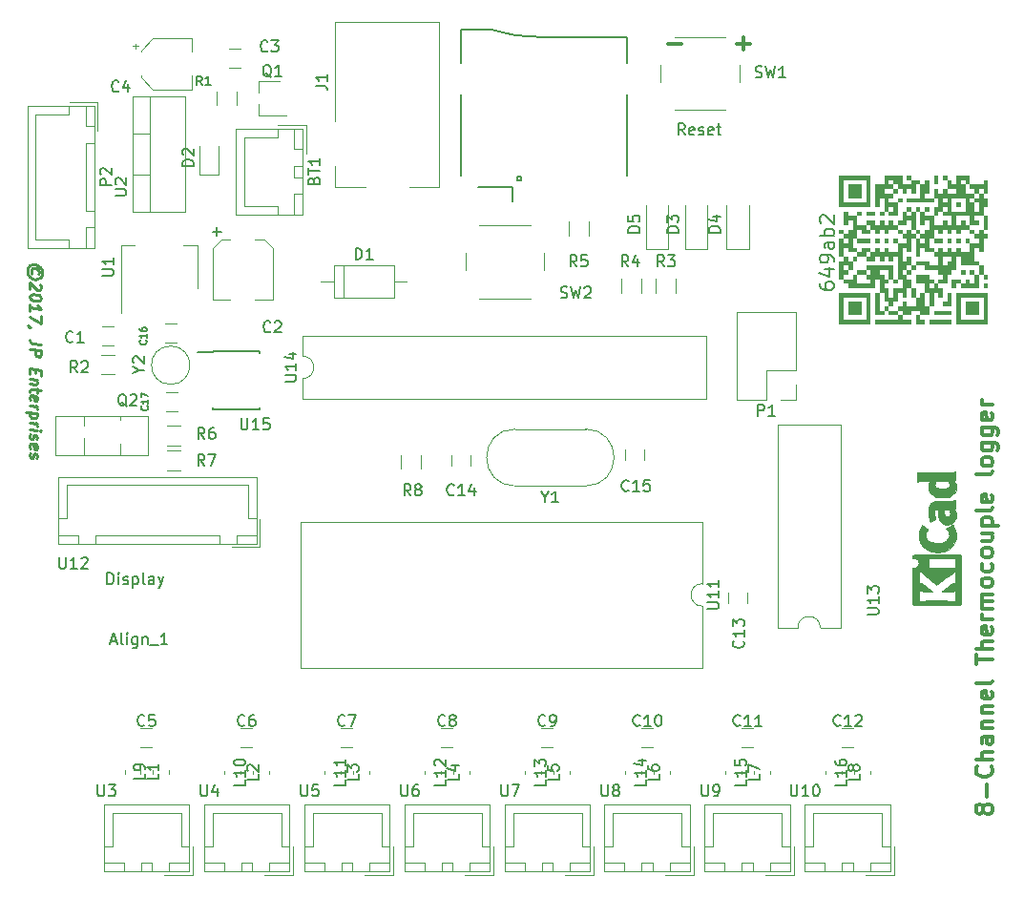
<source format=gto>
%TF.GenerationSoftware,KiCad,Pcbnew,(5.0-dev-4122-gf60c251)*%
%TF.CreationDate,2018-06-11T17:10:56+01:00*%
%TF.ProjectId,ThermocoupleLogger,546865726D6F636F75706C654C6F6767,ca9ed02408*%
%TF.SameCoordinates,Original*%
%TF.FileFunction,Legend,Top*%
%TF.FilePolarity,Positive*%
%FSLAX46Y46*%
G04 Gerber Fmt 4.6, Leading zero omitted, Abs format (unit mm)*
G04 Created by KiCad (PCBNEW (5.0-dev-4122-gf60c251)) date Monday, 11 June 2018 at 17:10:56*
%MOMM*%
%LPD*%
G01*
G04 APERTURE LIST*
%ADD10C,0.250000*%
%ADD11C,0.300000*%
%ADD12C,0.150000*%
%ADD13C,0.100000*%
%ADD14C,0.120000*%
%ADD15C,0.010000*%
G04 APERTURE END LIST*
D10*
X96067523Y-94872473D02*
X96115142Y-94783187D01*
X96115142Y-94592711D01*
X96067523Y-94491520D01*
X95972285Y-94384377D01*
X95877047Y-94324854D01*
X95686571Y-94301044D01*
X95591333Y-94336758D01*
X95496095Y-94420092D01*
X95448476Y-94509377D01*
X95448476Y-94699854D01*
X95496095Y-94801044D01*
X96448476Y-94729616D02*
X96400857Y-94485568D01*
X96258000Y-94229616D01*
X96019904Y-94056997D01*
X95781809Y-93979616D01*
X95543714Y-93997473D01*
X95305619Y-94110568D01*
X95162761Y-94330806D01*
X95115142Y-94562949D01*
X95162761Y-94806997D01*
X95305619Y-95062949D01*
X95543714Y-95235568D01*
X95781809Y-95312949D01*
X96019904Y-95295092D01*
X96258000Y-95181997D01*
X96400857Y-94961758D01*
X96448476Y-94729616D01*
X96210380Y-95747473D02*
X96258000Y-95801044D01*
X96305619Y-95902235D01*
X96305619Y-96140330D01*
X96258000Y-96229616D01*
X96210380Y-96271282D01*
X96115142Y-96306997D01*
X96019904Y-96295092D01*
X95877047Y-96229616D01*
X95305619Y-95586758D01*
X95305619Y-96205806D01*
X96305619Y-96949854D02*
X96305619Y-97045092D01*
X96258000Y-97134377D01*
X96210380Y-97176044D01*
X96115142Y-97211758D01*
X95924666Y-97235568D01*
X95686571Y-97205806D01*
X95496095Y-97134377D01*
X95400857Y-97074854D01*
X95353238Y-97021282D01*
X95305619Y-96920092D01*
X95305619Y-96824854D01*
X95353238Y-96735568D01*
X95400857Y-96693901D01*
X95496095Y-96658187D01*
X95686571Y-96634377D01*
X95924666Y-96664139D01*
X96115142Y-96735568D01*
X96210380Y-96795092D01*
X96258000Y-96848663D01*
X96305619Y-96949854D01*
X95305619Y-98110568D02*
X95305619Y-97539139D01*
X95305619Y-97824854D02*
X96305619Y-97949854D01*
X96162761Y-97836758D01*
X96067523Y-97729616D01*
X96019904Y-97628425D01*
X96305619Y-98568901D02*
X96305619Y-99235568D01*
X95305619Y-98681997D01*
X95353238Y-99545092D02*
X95305619Y-99539139D01*
X95210380Y-99479616D01*
X95162761Y-99426044D01*
X96305619Y-101140330D02*
X95591333Y-101051044D01*
X95448476Y-100985568D01*
X95353238Y-100878425D01*
X95305619Y-100729616D01*
X95305619Y-100634377D01*
X95305619Y-101491520D02*
X96305619Y-101616520D01*
X96305619Y-101997473D01*
X96258000Y-102086758D01*
X96210380Y-102128425D01*
X96115142Y-102164139D01*
X95972285Y-102146282D01*
X95877047Y-102086758D01*
X95829428Y-102033187D01*
X95781809Y-101931997D01*
X95781809Y-101551044D01*
X95829428Y-103318901D02*
X95829428Y-103652235D01*
X95305619Y-103729616D02*
X95305619Y-103253425D01*
X96305619Y-103378425D01*
X96305619Y-103854616D01*
X95972285Y-104241520D02*
X95305619Y-104158187D01*
X95877047Y-104229616D02*
X95924666Y-104283187D01*
X95972285Y-104384377D01*
X95972285Y-104527235D01*
X95924666Y-104616520D01*
X95829428Y-104652235D01*
X95305619Y-104586758D01*
X95972285Y-105003425D02*
X95972285Y-105384377D01*
X96305619Y-105187949D02*
X95448476Y-105080806D01*
X95353238Y-105116520D01*
X95305619Y-105205806D01*
X95305619Y-105301044D01*
X95353238Y-106021282D02*
X95305619Y-105920092D01*
X95305619Y-105729616D01*
X95353238Y-105640330D01*
X95448476Y-105604616D01*
X95829428Y-105652235D01*
X95924666Y-105711758D01*
X95972285Y-105812949D01*
X95972285Y-106003425D01*
X95924666Y-106092711D01*
X95829428Y-106128425D01*
X95734190Y-106116520D01*
X95638952Y-105628425D01*
X95305619Y-106491520D02*
X95972285Y-106574854D01*
X95781809Y-106551044D02*
X95877047Y-106610568D01*
X95924666Y-106664139D01*
X95972285Y-106765330D01*
X95972285Y-106860568D01*
X95972285Y-107193901D02*
X94972285Y-107068901D01*
X95924666Y-107187949D02*
X95972285Y-107289139D01*
X95972285Y-107479616D01*
X95924666Y-107568901D01*
X95877047Y-107610568D01*
X95781809Y-107646282D01*
X95496095Y-107610568D01*
X95400857Y-107551044D01*
X95353238Y-107497473D01*
X95305619Y-107396282D01*
X95305619Y-107205806D01*
X95353238Y-107116520D01*
X95305619Y-108015330D02*
X95972285Y-108098663D01*
X95781809Y-108074854D02*
X95877047Y-108134377D01*
X95924666Y-108187949D01*
X95972285Y-108289139D01*
X95972285Y-108384377D01*
X95305619Y-108634377D02*
X95972285Y-108717711D01*
X96305619Y-108759377D02*
X96258000Y-108705806D01*
X96210380Y-108747473D01*
X96258000Y-108801044D01*
X96305619Y-108759377D01*
X96210380Y-108747473D01*
X95353238Y-109068901D02*
X95305619Y-109158187D01*
X95305619Y-109348663D01*
X95353238Y-109449854D01*
X95448476Y-109509377D01*
X95496095Y-109515330D01*
X95591333Y-109479616D01*
X95638952Y-109390330D01*
X95638952Y-109247473D01*
X95686571Y-109158187D01*
X95781809Y-109122473D01*
X95829428Y-109128425D01*
X95924666Y-109187949D01*
X95972285Y-109289139D01*
X95972285Y-109431997D01*
X95924666Y-109521282D01*
X95353238Y-110306997D02*
X95305619Y-110205806D01*
X95305619Y-110015330D01*
X95353238Y-109926044D01*
X95448476Y-109890330D01*
X95829428Y-109937949D01*
X95924666Y-109997473D01*
X95972285Y-110098663D01*
X95972285Y-110289139D01*
X95924666Y-110378425D01*
X95829428Y-110414139D01*
X95734190Y-110402235D01*
X95638952Y-109914139D01*
X95353238Y-110735568D02*
X95305619Y-110824854D01*
X95305619Y-111015330D01*
X95353238Y-111116520D01*
X95448476Y-111176044D01*
X95496095Y-111181997D01*
X95591333Y-111146282D01*
X95638952Y-111056997D01*
X95638952Y-110914139D01*
X95686571Y-110824854D01*
X95781809Y-110789139D01*
X95829428Y-110795092D01*
X95924666Y-110854616D01*
X95972285Y-110955806D01*
X95972285Y-111098663D01*
X95924666Y-111187949D01*
D11*
X151955571Y-74402142D02*
X153098428Y-74402142D01*
X158051571Y-74402142D02*
X159194428Y-74402142D01*
X158623000Y-74973571D02*
X158623000Y-73830714D01*
D12*
X153447904Y-82494380D02*
X153114571Y-82018190D01*
X152876476Y-82494380D02*
X152876476Y-81494380D01*
X153257428Y-81494380D01*
X153352666Y-81542000D01*
X153400285Y-81589619D01*
X153447904Y-81684857D01*
X153447904Y-81827714D01*
X153400285Y-81922952D01*
X153352666Y-81970571D01*
X153257428Y-82018190D01*
X152876476Y-82018190D01*
X154257428Y-82446761D02*
X154162190Y-82494380D01*
X153971714Y-82494380D01*
X153876476Y-82446761D01*
X153828857Y-82351523D01*
X153828857Y-81970571D01*
X153876476Y-81875333D01*
X153971714Y-81827714D01*
X154162190Y-81827714D01*
X154257428Y-81875333D01*
X154305047Y-81970571D01*
X154305047Y-82065809D01*
X153828857Y-82161047D01*
X154686000Y-82446761D02*
X154781238Y-82494380D01*
X154971714Y-82494380D01*
X155066952Y-82446761D01*
X155114571Y-82351523D01*
X155114571Y-82303904D01*
X155066952Y-82208666D01*
X154971714Y-82161047D01*
X154828857Y-82161047D01*
X154733619Y-82113428D01*
X154686000Y-82018190D01*
X154686000Y-81970571D01*
X154733619Y-81875333D01*
X154828857Y-81827714D01*
X154971714Y-81827714D01*
X155066952Y-81875333D01*
X155924095Y-82446761D02*
X155828857Y-82494380D01*
X155638380Y-82494380D01*
X155543142Y-82446761D01*
X155495523Y-82351523D01*
X155495523Y-81970571D01*
X155543142Y-81875333D01*
X155638380Y-81827714D01*
X155828857Y-81827714D01*
X155924095Y-81875333D01*
X155971714Y-81970571D01*
X155971714Y-82065809D01*
X155495523Y-82161047D01*
X156257428Y-81827714D02*
X156638380Y-81827714D01*
X156400285Y-81494380D02*
X156400285Y-82351523D01*
X156447904Y-82446761D01*
X156543142Y-82494380D01*
X156638380Y-82494380D01*
D11*
X179907428Y-142460000D02*
X179836000Y-142602857D01*
X179764571Y-142674285D01*
X179621714Y-142745714D01*
X179550285Y-142745714D01*
X179407428Y-142674285D01*
X179336000Y-142602857D01*
X179264571Y-142460000D01*
X179264571Y-142174285D01*
X179336000Y-142031428D01*
X179407428Y-141960000D01*
X179550285Y-141888571D01*
X179621714Y-141888571D01*
X179764571Y-141960000D01*
X179836000Y-142031428D01*
X179907428Y-142174285D01*
X179907428Y-142460000D01*
X179978857Y-142602857D01*
X180050285Y-142674285D01*
X180193142Y-142745714D01*
X180478857Y-142745714D01*
X180621714Y-142674285D01*
X180693142Y-142602857D01*
X180764571Y-142460000D01*
X180764571Y-142174285D01*
X180693142Y-142031428D01*
X180621714Y-141960000D01*
X180478857Y-141888571D01*
X180193142Y-141888571D01*
X180050285Y-141960000D01*
X179978857Y-142031428D01*
X179907428Y-142174285D01*
X180193142Y-141245714D02*
X180193142Y-140102857D01*
X180621714Y-138531428D02*
X180693142Y-138602857D01*
X180764571Y-138817142D01*
X180764571Y-138960000D01*
X180693142Y-139174285D01*
X180550285Y-139317142D01*
X180407428Y-139388571D01*
X180121714Y-139460000D01*
X179907428Y-139460000D01*
X179621714Y-139388571D01*
X179478857Y-139317142D01*
X179336000Y-139174285D01*
X179264571Y-138960000D01*
X179264571Y-138817142D01*
X179336000Y-138602857D01*
X179407428Y-138531428D01*
X180764571Y-137888571D02*
X179264571Y-137888571D01*
X180764571Y-137245714D02*
X179978857Y-137245714D01*
X179836000Y-137317142D01*
X179764571Y-137460000D01*
X179764571Y-137674285D01*
X179836000Y-137817142D01*
X179907428Y-137888571D01*
X180764571Y-135888571D02*
X179978857Y-135888571D01*
X179836000Y-135960000D01*
X179764571Y-136102857D01*
X179764571Y-136388571D01*
X179836000Y-136531428D01*
X180693142Y-135888571D02*
X180764571Y-136031428D01*
X180764571Y-136388571D01*
X180693142Y-136531428D01*
X180550285Y-136602857D01*
X180407428Y-136602857D01*
X180264571Y-136531428D01*
X180193142Y-136388571D01*
X180193142Y-136031428D01*
X180121714Y-135888571D01*
X179764571Y-135174285D02*
X180764571Y-135174285D01*
X179907428Y-135174285D02*
X179836000Y-135102857D01*
X179764571Y-134960000D01*
X179764571Y-134745714D01*
X179836000Y-134602857D01*
X179978857Y-134531428D01*
X180764571Y-134531428D01*
X179764571Y-133817142D02*
X180764571Y-133817142D01*
X179907428Y-133817142D02*
X179836000Y-133745714D01*
X179764571Y-133602857D01*
X179764571Y-133388571D01*
X179836000Y-133245714D01*
X179978857Y-133174285D01*
X180764571Y-133174285D01*
X180693142Y-131888571D02*
X180764571Y-132031428D01*
X180764571Y-132317142D01*
X180693142Y-132460000D01*
X180550285Y-132531428D01*
X179978857Y-132531428D01*
X179836000Y-132460000D01*
X179764571Y-132317142D01*
X179764571Y-132031428D01*
X179836000Y-131888571D01*
X179978857Y-131817142D01*
X180121714Y-131817142D01*
X180264571Y-132531428D01*
X180764571Y-130960000D02*
X180693142Y-131102857D01*
X180550285Y-131174285D01*
X179264571Y-131174285D01*
X179264571Y-129460000D02*
X179264571Y-128602857D01*
X180764571Y-129031428D02*
X179264571Y-129031428D01*
X180764571Y-128102857D02*
X179264571Y-128102857D01*
X180764571Y-127460000D02*
X179978857Y-127460000D01*
X179836000Y-127531428D01*
X179764571Y-127674285D01*
X179764571Y-127888571D01*
X179836000Y-128031428D01*
X179907428Y-128102857D01*
X180693142Y-126174285D02*
X180764571Y-126317142D01*
X180764571Y-126602857D01*
X180693142Y-126745714D01*
X180550285Y-126817142D01*
X179978857Y-126817142D01*
X179836000Y-126745714D01*
X179764571Y-126602857D01*
X179764571Y-126317142D01*
X179836000Y-126174285D01*
X179978857Y-126102857D01*
X180121714Y-126102857D01*
X180264571Y-126817142D01*
X180764571Y-125460000D02*
X179764571Y-125460000D01*
X180050285Y-125460000D02*
X179907428Y-125388571D01*
X179836000Y-125317142D01*
X179764571Y-125174285D01*
X179764571Y-125031428D01*
X180764571Y-124531428D02*
X179764571Y-124531428D01*
X179907428Y-124531428D02*
X179836000Y-124460000D01*
X179764571Y-124317142D01*
X179764571Y-124102857D01*
X179836000Y-123960000D01*
X179978857Y-123888571D01*
X180764571Y-123888571D01*
X179978857Y-123888571D02*
X179836000Y-123817142D01*
X179764571Y-123674285D01*
X179764571Y-123460000D01*
X179836000Y-123317142D01*
X179978857Y-123245714D01*
X180764571Y-123245714D01*
X180764571Y-122317142D02*
X180693142Y-122460000D01*
X180621714Y-122531428D01*
X180478857Y-122602857D01*
X180050285Y-122602857D01*
X179907428Y-122531428D01*
X179836000Y-122460000D01*
X179764571Y-122317142D01*
X179764571Y-122102857D01*
X179836000Y-121960000D01*
X179907428Y-121888571D01*
X180050285Y-121817142D01*
X180478857Y-121817142D01*
X180621714Y-121888571D01*
X180693142Y-121960000D01*
X180764571Y-122102857D01*
X180764571Y-122317142D01*
X180693142Y-120531428D02*
X180764571Y-120674285D01*
X180764571Y-120960000D01*
X180693142Y-121102857D01*
X180621714Y-121174285D01*
X180478857Y-121245714D01*
X180050285Y-121245714D01*
X179907428Y-121174285D01*
X179836000Y-121102857D01*
X179764571Y-120960000D01*
X179764571Y-120674285D01*
X179836000Y-120531428D01*
X180764571Y-119674285D02*
X180693142Y-119817142D01*
X180621714Y-119888571D01*
X180478857Y-119960000D01*
X180050285Y-119960000D01*
X179907428Y-119888571D01*
X179836000Y-119817142D01*
X179764571Y-119674285D01*
X179764571Y-119460000D01*
X179836000Y-119317142D01*
X179907428Y-119245714D01*
X180050285Y-119174285D01*
X180478857Y-119174285D01*
X180621714Y-119245714D01*
X180693142Y-119317142D01*
X180764571Y-119460000D01*
X180764571Y-119674285D01*
X179764571Y-117888571D02*
X180764571Y-117888571D01*
X179764571Y-118531428D02*
X180550285Y-118531428D01*
X180693142Y-118460000D01*
X180764571Y-118317142D01*
X180764571Y-118102857D01*
X180693142Y-117960000D01*
X180621714Y-117888571D01*
X179764571Y-117174285D02*
X181264571Y-117174285D01*
X179836000Y-117174285D02*
X179764571Y-117031428D01*
X179764571Y-116745714D01*
X179836000Y-116602857D01*
X179907428Y-116531428D01*
X180050285Y-116460000D01*
X180478857Y-116460000D01*
X180621714Y-116531428D01*
X180693142Y-116602857D01*
X180764571Y-116745714D01*
X180764571Y-117031428D01*
X180693142Y-117174285D01*
X180764571Y-115602857D02*
X180693142Y-115745714D01*
X180550285Y-115817142D01*
X179264571Y-115817142D01*
X180693142Y-114460000D02*
X180764571Y-114602857D01*
X180764571Y-114888571D01*
X180693142Y-115031428D01*
X180550285Y-115102857D01*
X179978857Y-115102857D01*
X179836000Y-115031428D01*
X179764571Y-114888571D01*
X179764571Y-114602857D01*
X179836000Y-114460000D01*
X179978857Y-114388571D01*
X180121714Y-114388571D01*
X180264571Y-115102857D01*
X180764571Y-112388571D02*
X180693142Y-112531428D01*
X180550285Y-112602857D01*
X179264571Y-112602857D01*
X180764571Y-111602857D02*
X180693142Y-111745714D01*
X180621714Y-111817142D01*
X180478857Y-111888571D01*
X180050285Y-111888571D01*
X179907428Y-111817142D01*
X179836000Y-111745714D01*
X179764571Y-111602857D01*
X179764571Y-111388571D01*
X179836000Y-111245714D01*
X179907428Y-111174285D01*
X180050285Y-111102857D01*
X180478857Y-111102857D01*
X180621714Y-111174285D01*
X180693142Y-111245714D01*
X180764571Y-111388571D01*
X180764571Y-111602857D01*
X179764571Y-109817142D02*
X180978857Y-109817142D01*
X181121714Y-109888571D01*
X181193142Y-109960000D01*
X181264571Y-110102857D01*
X181264571Y-110317142D01*
X181193142Y-110460000D01*
X180693142Y-109817142D02*
X180764571Y-109960000D01*
X180764571Y-110245714D01*
X180693142Y-110388571D01*
X180621714Y-110460000D01*
X180478857Y-110531428D01*
X180050285Y-110531428D01*
X179907428Y-110460000D01*
X179836000Y-110388571D01*
X179764571Y-110245714D01*
X179764571Y-109960000D01*
X179836000Y-109817142D01*
X179764571Y-108460000D02*
X180978857Y-108460000D01*
X181121714Y-108531428D01*
X181193142Y-108602857D01*
X181264571Y-108745714D01*
X181264571Y-108960000D01*
X181193142Y-109102857D01*
X180693142Y-108460000D02*
X180764571Y-108602857D01*
X180764571Y-108888571D01*
X180693142Y-109031428D01*
X180621714Y-109102857D01*
X180478857Y-109174285D01*
X180050285Y-109174285D01*
X179907428Y-109102857D01*
X179836000Y-109031428D01*
X179764571Y-108888571D01*
X179764571Y-108602857D01*
X179836000Y-108460000D01*
X180693142Y-107174285D02*
X180764571Y-107317142D01*
X180764571Y-107602857D01*
X180693142Y-107745714D01*
X180550285Y-107817142D01*
X179978857Y-107817142D01*
X179836000Y-107745714D01*
X179764571Y-107602857D01*
X179764571Y-107317142D01*
X179836000Y-107174285D01*
X179978857Y-107102857D01*
X180121714Y-107102857D01*
X180264571Y-107817142D01*
X180764571Y-106460000D02*
X179764571Y-106460000D01*
X180050285Y-106460000D02*
X179907428Y-106388571D01*
X179836000Y-106317142D01*
X179764571Y-106174285D01*
X179764571Y-106031428D01*
D12*
X102195619Y-122372380D02*
X102195619Y-121372380D01*
X102433714Y-121372380D01*
X102576571Y-121420000D01*
X102671809Y-121515238D01*
X102719428Y-121610476D01*
X102767047Y-121800952D01*
X102767047Y-121943809D01*
X102719428Y-122134285D01*
X102671809Y-122229523D01*
X102576571Y-122324761D01*
X102433714Y-122372380D01*
X102195619Y-122372380D01*
X103195619Y-122372380D02*
X103195619Y-121705714D01*
X103195619Y-121372380D02*
X103148000Y-121420000D01*
X103195619Y-121467619D01*
X103243238Y-121420000D01*
X103195619Y-121372380D01*
X103195619Y-121467619D01*
X103624190Y-122324761D02*
X103719428Y-122372380D01*
X103909904Y-122372380D01*
X104005142Y-122324761D01*
X104052761Y-122229523D01*
X104052761Y-122181904D01*
X104005142Y-122086666D01*
X103909904Y-122039047D01*
X103767047Y-122039047D01*
X103671809Y-121991428D01*
X103624190Y-121896190D01*
X103624190Y-121848571D01*
X103671809Y-121753333D01*
X103767047Y-121705714D01*
X103909904Y-121705714D01*
X104005142Y-121753333D01*
X104481333Y-121705714D02*
X104481333Y-122705714D01*
X104481333Y-121753333D02*
X104576571Y-121705714D01*
X104767047Y-121705714D01*
X104862285Y-121753333D01*
X104909904Y-121800952D01*
X104957523Y-121896190D01*
X104957523Y-122181904D01*
X104909904Y-122277142D01*
X104862285Y-122324761D01*
X104767047Y-122372380D01*
X104576571Y-122372380D01*
X104481333Y-122324761D01*
X105528952Y-122372380D02*
X105433714Y-122324761D01*
X105386095Y-122229523D01*
X105386095Y-121372380D01*
X106338476Y-122372380D02*
X106338476Y-121848571D01*
X106290857Y-121753333D01*
X106195619Y-121705714D01*
X106005142Y-121705714D01*
X105909904Y-121753333D01*
X106338476Y-122324761D02*
X106243238Y-122372380D01*
X106005142Y-122372380D01*
X105909904Y-122324761D01*
X105862285Y-122229523D01*
X105862285Y-122134285D01*
X105909904Y-122039047D01*
X106005142Y-121991428D01*
X106243238Y-121991428D01*
X106338476Y-121943809D01*
X106719428Y-121705714D02*
X106957523Y-122372380D01*
X107195619Y-121705714D02*
X106957523Y-122372380D01*
X106862285Y-122610476D01*
X106814666Y-122658095D01*
X106719428Y-122705714D01*
D13*
G36*
X167536000Y-98910000D02*
X167136000Y-98910000D01*
X167136000Y-99310000D01*
X167536000Y-99310000D01*
X167536000Y-98910000D01*
G37*
G36*
X167536000Y-98510000D02*
X167136000Y-98510000D01*
X167136000Y-98910000D01*
X167536000Y-98910000D01*
X167536000Y-98510000D01*
G37*
G36*
X167536000Y-98110000D02*
X167136000Y-98110000D01*
X167136000Y-98510000D01*
X167536000Y-98510000D01*
X167536000Y-98110000D01*
G37*
G36*
X167536000Y-97710000D02*
X167136000Y-97710000D01*
X167136000Y-98110000D01*
X167536000Y-98110000D01*
X167536000Y-97710000D01*
G37*
G36*
X167536000Y-97310000D02*
X167136000Y-97310000D01*
X167136000Y-97710000D01*
X167536000Y-97710000D01*
X167536000Y-97310000D01*
G37*
G36*
X167536000Y-96910000D02*
X167136000Y-96910000D01*
X167136000Y-97310000D01*
X167536000Y-97310000D01*
X167536000Y-96910000D01*
G37*
G36*
X167536000Y-96510000D02*
X167136000Y-96510000D01*
X167136000Y-96910000D01*
X167536000Y-96910000D01*
X167536000Y-96510000D01*
G37*
G36*
X167536000Y-94910000D02*
X167136000Y-94910000D01*
X167136000Y-95310000D01*
X167536000Y-95310000D01*
X167536000Y-94910000D01*
G37*
G36*
X167536000Y-94510000D02*
X167136000Y-94510000D01*
X167136000Y-94910000D01*
X167536000Y-94910000D01*
X167536000Y-94510000D01*
G37*
G36*
X167536000Y-94110000D02*
X167136000Y-94110000D01*
X167136000Y-94510000D01*
X167536000Y-94510000D01*
X167536000Y-94110000D01*
G37*
G36*
X167536000Y-93710000D02*
X167136000Y-93710000D01*
X167136000Y-94110000D01*
X167536000Y-94110000D01*
X167536000Y-93710000D01*
G37*
G36*
X167536000Y-92910000D02*
X167136000Y-92910000D01*
X167136000Y-93310000D01*
X167536000Y-93310000D01*
X167536000Y-92910000D01*
G37*
G36*
X167536000Y-92510000D02*
X167136000Y-92510000D01*
X167136000Y-92910000D01*
X167536000Y-92910000D01*
X167536000Y-92510000D01*
G37*
G36*
X167536000Y-92110000D02*
X167136000Y-92110000D01*
X167136000Y-92510000D01*
X167536000Y-92510000D01*
X167536000Y-92110000D01*
G37*
G36*
X167536000Y-91710000D02*
X167136000Y-91710000D01*
X167136000Y-92110000D01*
X167536000Y-92110000D01*
X167536000Y-91710000D01*
G37*
G36*
X167536000Y-90910000D02*
X167136000Y-90910000D01*
X167136000Y-91310000D01*
X167536000Y-91310000D01*
X167536000Y-90910000D01*
G37*
G36*
X167536000Y-88510000D02*
X167136000Y-88510000D01*
X167136000Y-88910000D01*
X167536000Y-88910000D01*
X167536000Y-88510000D01*
G37*
G36*
X167536000Y-88110000D02*
X167136000Y-88110000D01*
X167136000Y-88510000D01*
X167536000Y-88510000D01*
X167536000Y-88110000D01*
G37*
G36*
X167536000Y-87710000D02*
X167136000Y-87710000D01*
X167136000Y-88110000D01*
X167536000Y-88110000D01*
X167536000Y-87710000D01*
G37*
G36*
X167536000Y-87310000D02*
X167136000Y-87310000D01*
X167136000Y-87710000D01*
X167536000Y-87710000D01*
X167536000Y-87310000D01*
G37*
G36*
X167536000Y-86910000D02*
X167136000Y-86910000D01*
X167136000Y-87310000D01*
X167536000Y-87310000D01*
X167536000Y-86910000D01*
G37*
G36*
X167536000Y-86510000D02*
X167136000Y-86510000D01*
X167136000Y-86910000D01*
X167536000Y-86910000D01*
X167536000Y-86510000D01*
G37*
G36*
X167536000Y-86110000D02*
X167136000Y-86110000D01*
X167136000Y-86510000D01*
X167536000Y-86510000D01*
X167536000Y-86110000D01*
G37*
G36*
X167936000Y-98910000D02*
X167536000Y-98910000D01*
X167536000Y-99310000D01*
X167936000Y-99310000D01*
X167936000Y-98910000D01*
G37*
G36*
X167936000Y-96510000D02*
X167536000Y-96510000D01*
X167536000Y-96910000D01*
X167936000Y-96910000D01*
X167936000Y-96510000D01*
G37*
G36*
X167936000Y-95310000D02*
X167536000Y-95310000D01*
X167536000Y-95710000D01*
X167936000Y-95710000D01*
X167936000Y-95310000D01*
G37*
G36*
X167936000Y-94510000D02*
X167536000Y-94510000D01*
X167536000Y-94910000D01*
X167936000Y-94910000D01*
X167936000Y-94510000D01*
G37*
G36*
X167936000Y-93710000D02*
X167536000Y-93710000D01*
X167536000Y-94110000D01*
X167936000Y-94110000D01*
X167936000Y-93710000D01*
G37*
G36*
X167936000Y-93310000D02*
X167536000Y-93310000D01*
X167536000Y-93710000D01*
X167936000Y-93710000D01*
X167936000Y-93310000D01*
G37*
G36*
X167936000Y-92110000D02*
X167536000Y-92110000D01*
X167536000Y-92510000D01*
X167936000Y-92510000D01*
X167936000Y-92110000D01*
G37*
G36*
X167936000Y-91310000D02*
X167536000Y-91310000D01*
X167536000Y-91710000D01*
X167936000Y-91710000D01*
X167936000Y-91310000D01*
G37*
G36*
X167936000Y-90110000D02*
X167536000Y-90110000D01*
X167536000Y-90510000D01*
X167936000Y-90510000D01*
X167936000Y-90110000D01*
G37*
G36*
X167936000Y-89710000D02*
X167536000Y-89710000D01*
X167536000Y-90110000D01*
X167936000Y-90110000D01*
X167936000Y-89710000D01*
G37*
G36*
X167936000Y-89310000D02*
X167536000Y-89310000D01*
X167536000Y-89710000D01*
X167936000Y-89710000D01*
X167936000Y-89310000D01*
G37*
G36*
X167936000Y-88510000D02*
X167536000Y-88510000D01*
X167536000Y-88910000D01*
X167936000Y-88910000D01*
X167936000Y-88510000D01*
G37*
G36*
X167936000Y-86110000D02*
X167536000Y-86110000D01*
X167536000Y-86510000D01*
X167936000Y-86510000D01*
X167936000Y-86110000D01*
G37*
G36*
X168336000Y-98910000D02*
X167936000Y-98910000D01*
X167936000Y-99310000D01*
X168336000Y-99310000D01*
X168336000Y-98910000D01*
G37*
G36*
X168336000Y-98110000D02*
X167936000Y-98110000D01*
X167936000Y-98510000D01*
X168336000Y-98510000D01*
X168336000Y-98110000D01*
G37*
G36*
X168336000Y-97710000D02*
X167936000Y-97710000D01*
X167936000Y-98110000D01*
X168336000Y-98110000D01*
X168336000Y-97710000D01*
G37*
G36*
X168336000Y-97310000D02*
X167936000Y-97310000D01*
X167936000Y-97710000D01*
X168336000Y-97710000D01*
X168336000Y-97310000D01*
G37*
G36*
X168336000Y-96510000D02*
X167936000Y-96510000D01*
X167936000Y-96910000D01*
X168336000Y-96910000D01*
X168336000Y-96510000D01*
G37*
G36*
X168336000Y-95710000D02*
X167936000Y-95710000D01*
X167936000Y-96110000D01*
X168336000Y-96110000D01*
X168336000Y-95710000D01*
G37*
G36*
X168336000Y-95310000D02*
X167936000Y-95310000D01*
X167936000Y-95710000D01*
X168336000Y-95710000D01*
X168336000Y-95310000D01*
G37*
G36*
X168336000Y-94110000D02*
X167936000Y-94110000D01*
X167936000Y-94510000D01*
X168336000Y-94510000D01*
X168336000Y-94110000D01*
G37*
G36*
X168336000Y-93710000D02*
X167936000Y-93710000D01*
X167936000Y-94110000D01*
X168336000Y-94110000D01*
X168336000Y-93710000D01*
G37*
G36*
X168336000Y-92510000D02*
X167936000Y-92510000D01*
X167936000Y-92910000D01*
X168336000Y-92910000D01*
X168336000Y-92510000D01*
G37*
G36*
X168336000Y-92110000D02*
X167936000Y-92110000D01*
X167936000Y-92510000D01*
X168336000Y-92510000D01*
X168336000Y-92110000D01*
G37*
G36*
X168336000Y-91710000D02*
X167936000Y-91710000D01*
X167936000Y-92110000D01*
X168336000Y-92110000D01*
X168336000Y-91710000D01*
G37*
G36*
X168336000Y-91310000D02*
X167936000Y-91310000D01*
X167936000Y-91710000D01*
X168336000Y-91710000D01*
X168336000Y-91310000D01*
G37*
G36*
X168336000Y-90910000D02*
X167936000Y-90910000D01*
X167936000Y-91310000D01*
X168336000Y-91310000D01*
X168336000Y-90910000D01*
G37*
G36*
X168336000Y-89710000D02*
X167936000Y-89710000D01*
X167936000Y-90110000D01*
X168336000Y-90110000D01*
X168336000Y-89710000D01*
G37*
G36*
X168336000Y-88510000D02*
X167936000Y-88510000D01*
X167936000Y-88910000D01*
X168336000Y-88910000D01*
X168336000Y-88510000D01*
G37*
G36*
X168336000Y-87710000D02*
X167936000Y-87710000D01*
X167936000Y-88110000D01*
X168336000Y-88110000D01*
X168336000Y-87710000D01*
G37*
G36*
X168336000Y-87310000D02*
X167936000Y-87310000D01*
X167936000Y-87710000D01*
X168336000Y-87710000D01*
X168336000Y-87310000D01*
G37*
G36*
X168336000Y-86910000D02*
X167936000Y-86910000D01*
X167936000Y-87310000D01*
X168336000Y-87310000D01*
X168336000Y-86910000D01*
G37*
G36*
X168336000Y-86110000D02*
X167936000Y-86110000D01*
X167936000Y-86510000D01*
X168336000Y-86510000D01*
X168336000Y-86110000D01*
G37*
G36*
X168736000Y-98910000D02*
X168336000Y-98910000D01*
X168336000Y-99310000D01*
X168736000Y-99310000D01*
X168736000Y-98910000D01*
G37*
G36*
X168736000Y-98110000D02*
X168336000Y-98110000D01*
X168336000Y-98510000D01*
X168736000Y-98510000D01*
X168736000Y-98110000D01*
G37*
G36*
X168736000Y-97710000D02*
X168336000Y-97710000D01*
X168336000Y-98110000D01*
X168736000Y-98110000D01*
X168736000Y-97710000D01*
G37*
G36*
X168736000Y-97310000D02*
X168336000Y-97310000D01*
X168336000Y-97710000D01*
X168736000Y-97710000D01*
X168736000Y-97310000D01*
G37*
G36*
X168736000Y-96510000D02*
X168336000Y-96510000D01*
X168336000Y-96910000D01*
X168736000Y-96910000D01*
X168736000Y-96510000D01*
G37*
G36*
X168736000Y-95710000D02*
X168336000Y-95710000D01*
X168336000Y-96110000D01*
X168736000Y-96110000D01*
X168736000Y-95710000D01*
G37*
G36*
X168736000Y-95310000D02*
X168336000Y-95310000D01*
X168336000Y-95710000D01*
X168736000Y-95710000D01*
X168736000Y-95310000D01*
G37*
G36*
X168736000Y-94910000D02*
X168336000Y-94910000D01*
X168336000Y-95310000D01*
X168736000Y-95310000D01*
X168736000Y-94910000D01*
G37*
G36*
X168736000Y-93310000D02*
X168336000Y-93310000D01*
X168336000Y-93710000D01*
X168736000Y-93710000D01*
X168736000Y-93310000D01*
G37*
G36*
X168736000Y-92510000D02*
X168336000Y-92510000D01*
X168336000Y-92910000D01*
X168736000Y-92910000D01*
X168736000Y-92510000D01*
G37*
G36*
X168736000Y-91310000D02*
X168336000Y-91310000D01*
X168336000Y-91710000D01*
X168736000Y-91710000D01*
X168736000Y-91310000D01*
G37*
G36*
X168736000Y-90910000D02*
X168336000Y-90910000D01*
X168336000Y-91310000D01*
X168736000Y-91310000D01*
X168736000Y-90910000D01*
G37*
G36*
X168736000Y-90510000D02*
X168336000Y-90510000D01*
X168336000Y-90910000D01*
X168736000Y-90910000D01*
X168736000Y-90510000D01*
G37*
G36*
X168736000Y-90110000D02*
X168336000Y-90110000D01*
X168336000Y-90510000D01*
X168736000Y-90510000D01*
X168736000Y-90110000D01*
G37*
G36*
X168736000Y-89710000D02*
X168336000Y-89710000D01*
X168336000Y-90110000D01*
X168736000Y-90110000D01*
X168736000Y-89710000D01*
G37*
G36*
X168736000Y-88510000D02*
X168336000Y-88510000D01*
X168336000Y-88910000D01*
X168736000Y-88910000D01*
X168736000Y-88510000D01*
G37*
G36*
X168736000Y-87710000D02*
X168336000Y-87710000D01*
X168336000Y-88110000D01*
X168736000Y-88110000D01*
X168736000Y-87710000D01*
G37*
G36*
X168736000Y-87310000D02*
X168336000Y-87310000D01*
X168336000Y-87710000D01*
X168736000Y-87710000D01*
X168736000Y-87310000D01*
G37*
G36*
X168736000Y-86910000D02*
X168336000Y-86910000D01*
X168336000Y-87310000D01*
X168736000Y-87310000D01*
X168736000Y-86910000D01*
G37*
G36*
X168736000Y-86110000D02*
X168336000Y-86110000D01*
X168336000Y-86510000D01*
X168736000Y-86510000D01*
X168736000Y-86110000D01*
G37*
G36*
X169136000Y-98910000D02*
X168736000Y-98910000D01*
X168736000Y-99310000D01*
X169136000Y-99310000D01*
X169136000Y-98910000D01*
G37*
G36*
X169136000Y-98110000D02*
X168736000Y-98110000D01*
X168736000Y-98510000D01*
X169136000Y-98510000D01*
X169136000Y-98110000D01*
G37*
G36*
X169136000Y-97710000D02*
X168736000Y-97710000D01*
X168736000Y-98110000D01*
X169136000Y-98110000D01*
X169136000Y-97710000D01*
G37*
G36*
X169136000Y-97310000D02*
X168736000Y-97310000D01*
X168736000Y-97710000D01*
X169136000Y-97710000D01*
X169136000Y-97310000D01*
G37*
G36*
X169136000Y-96510000D02*
X168736000Y-96510000D01*
X168736000Y-96910000D01*
X169136000Y-96910000D01*
X169136000Y-96510000D01*
G37*
G36*
X169136000Y-95710000D02*
X168736000Y-95710000D01*
X168736000Y-96110000D01*
X169136000Y-96110000D01*
X169136000Y-95710000D01*
G37*
G36*
X169136000Y-94510000D02*
X168736000Y-94510000D01*
X168736000Y-94910000D01*
X169136000Y-94910000D01*
X169136000Y-94510000D01*
G37*
G36*
X169136000Y-92910000D02*
X168736000Y-92910000D01*
X168736000Y-93310000D01*
X169136000Y-93310000D01*
X169136000Y-92910000D01*
G37*
G36*
X169136000Y-91710000D02*
X168736000Y-91710000D01*
X168736000Y-92110000D01*
X169136000Y-92110000D01*
X169136000Y-91710000D01*
G37*
G36*
X169136000Y-90510000D02*
X168736000Y-90510000D01*
X168736000Y-90910000D01*
X169136000Y-90910000D01*
X169136000Y-90510000D01*
G37*
G36*
X169136000Y-89310000D02*
X168736000Y-89310000D01*
X168736000Y-89710000D01*
X169136000Y-89710000D01*
X169136000Y-89310000D01*
G37*
G36*
X169136000Y-88510000D02*
X168736000Y-88510000D01*
X168736000Y-88910000D01*
X169136000Y-88910000D01*
X169136000Y-88510000D01*
G37*
G36*
X169136000Y-87710000D02*
X168736000Y-87710000D01*
X168736000Y-88110000D01*
X169136000Y-88110000D01*
X169136000Y-87710000D01*
G37*
G36*
X169136000Y-87310000D02*
X168736000Y-87310000D01*
X168736000Y-87710000D01*
X169136000Y-87710000D01*
X169136000Y-87310000D01*
G37*
G36*
X169136000Y-86910000D02*
X168736000Y-86910000D01*
X168736000Y-87310000D01*
X169136000Y-87310000D01*
X169136000Y-86910000D01*
G37*
G36*
X169136000Y-86110000D02*
X168736000Y-86110000D01*
X168736000Y-86510000D01*
X169136000Y-86510000D01*
X169136000Y-86110000D01*
G37*
G36*
X169536000Y-98910000D02*
X169136000Y-98910000D01*
X169136000Y-99310000D01*
X169536000Y-99310000D01*
X169536000Y-98910000D01*
G37*
G36*
X169536000Y-96510000D02*
X169136000Y-96510000D01*
X169136000Y-96910000D01*
X169536000Y-96910000D01*
X169536000Y-96510000D01*
G37*
G36*
X169536000Y-95710000D02*
X169136000Y-95710000D01*
X169136000Y-96110000D01*
X169536000Y-96110000D01*
X169536000Y-95710000D01*
G37*
G36*
X169536000Y-94510000D02*
X169136000Y-94510000D01*
X169136000Y-94910000D01*
X169536000Y-94910000D01*
X169536000Y-94510000D01*
G37*
G36*
X169536000Y-92910000D02*
X169136000Y-92910000D01*
X169136000Y-93310000D01*
X169536000Y-93310000D01*
X169536000Y-92910000D01*
G37*
G36*
X169536000Y-92510000D02*
X169136000Y-92510000D01*
X169136000Y-92910000D01*
X169536000Y-92910000D01*
X169536000Y-92510000D01*
G37*
G36*
X169536000Y-91710000D02*
X169136000Y-91710000D01*
X169136000Y-92110000D01*
X169536000Y-92110000D01*
X169536000Y-91710000D01*
G37*
G36*
X169536000Y-90910000D02*
X169136000Y-90910000D01*
X169136000Y-91310000D01*
X169536000Y-91310000D01*
X169536000Y-90910000D01*
G37*
G36*
X169536000Y-90510000D02*
X169136000Y-90510000D01*
X169136000Y-90910000D01*
X169536000Y-90910000D01*
X169536000Y-90510000D01*
G37*
G36*
X169536000Y-88510000D02*
X169136000Y-88510000D01*
X169136000Y-88910000D01*
X169536000Y-88910000D01*
X169536000Y-88510000D01*
G37*
G36*
X169536000Y-86110000D02*
X169136000Y-86110000D01*
X169136000Y-86510000D01*
X169536000Y-86510000D01*
X169536000Y-86110000D01*
G37*
G36*
X169936000Y-98910000D02*
X169536000Y-98910000D01*
X169536000Y-99310000D01*
X169936000Y-99310000D01*
X169936000Y-98910000D01*
G37*
G36*
X169936000Y-98510000D02*
X169536000Y-98510000D01*
X169536000Y-98910000D01*
X169936000Y-98910000D01*
X169936000Y-98510000D01*
G37*
G36*
X169936000Y-98110000D02*
X169536000Y-98110000D01*
X169536000Y-98510000D01*
X169936000Y-98510000D01*
X169936000Y-98110000D01*
G37*
G36*
X169936000Y-97710000D02*
X169536000Y-97710000D01*
X169536000Y-98110000D01*
X169936000Y-98110000D01*
X169936000Y-97710000D01*
G37*
G36*
X169936000Y-97310000D02*
X169536000Y-97310000D01*
X169536000Y-97710000D01*
X169936000Y-97710000D01*
X169936000Y-97310000D01*
G37*
G36*
X169936000Y-96910000D02*
X169536000Y-96910000D01*
X169536000Y-97310000D01*
X169936000Y-97310000D01*
X169936000Y-96910000D01*
G37*
G36*
X169936000Y-96510000D02*
X169536000Y-96510000D01*
X169536000Y-96910000D01*
X169936000Y-96910000D01*
X169936000Y-96510000D01*
G37*
G36*
X169936000Y-95710000D02*
X169536000Y-95710000D01*
X169536000Y-96110000D01*
X169936000Y-96110000D01*
X169936000Y-95710000D01*
G37*
G36*
X169936000Y-94910000D02*
X169536000Y-94910000D01*
X169536000Y-95310000D01*
X169936000Y-95310000D01*
X169936000Y-94910000D01*
G37*
G36*
X169936000Y-94110000D02*
X169536000Y-94110000D01*
X169536000Y-94510000D01*
X169936000Y-94510000D01*
X169936000Y-94110000D01*
G37*
G36*
X169936000Y-93310000D02*
X169536000Y-93310000D01*
X169536000Y-93710000D01*
X169936000Y-93710000D01*
X169936000Y-93310000D01*
G37*
G36*
X169936000Y-92510000D02*
X169536000Y-92510000D01*
X169536000Y-92910000D01*
X169936000Y-92910000D01*
X169936000Y-92510000D01*
G37*
G36*
X169936000Y-91710000D02*
X169536000Y-91710000D01*
X169536000Y-92110000D01*
X169936000Y-92110000D01*
X169936000Y-91710000D01*
G37*
G36*
X169936000Y-90910000D02*
X169536000Y-90910000D01*
X169536000Y-91310000D01*
X169936000Y-91310000D01*
X169936000Y-90910000D01*
G37*
G36*
X169936000Y-90110000D02*
X169536000Y-90110000D01*
X169536000Y-90510000D01*
X169936000Y-90510000D01*
X169936000Y-90110000D01*
G37*
G36*
X169936000Y-89310000D02*
X169536000Y-89310000D01*
X169536000Y-89710000D01*
X169936000Y-89710000D01*
X169936000Y-89310000D01*
G37*
G36*
X169936000Y-88510000D02*
X169536000Y-88510000D01*
X169536000Y-88910000D01*
X169936000Y-88910000D01*
X169936000Y-88510000D01*
G37*
G36*
X169936000Y-88110000D02*
X169536000Y-88110000D01*
X169536000Y-88510000D01*
X169936000Y-88510000D01*
X169936000Y-88110000D01*
G37*
G36*
X169936000Y-87710000D02*
X169536000Y-87710000D01*
X169536000Y-88110000D01*
X169936000Y-88110000D01*
X169936000Y-87710000D01*
G37*
G36*
X169936000Y-87310000D02*
X169536000Y-87310000D01*
X169536000Y-87710000D01*
X169936000Y-87710000D01*
X169936000Y-87310000D01*
G37*
G36*
X169936000Y-86910000D02*
X169536000Y-86910000D01*
X169536000Y-87310000D01*
X169936000Y-87310000D01*
X169936000Y-86910000D01*
G37*
G36*
X169936000Y-86510000D02*
X169536000Y-86510000D01*
X169536000Y-86910000D01*
X169936000Y-86910000D01*
X169936000Y-86510000D01*
G37*
G36*
X169936000Y-86110000D02*
X169536000Y-86110000D01*
X169536000Y-86510000D01*
X169936000Y-86510000D01*
X169936000Y-86110000D01*
G37*
G36*
X170336000Y-95710000D02*
X169936000Y-95710000D01*
X169936000Y-96110000D01*
X170336000Y-96110000D01*
X170336000Y-95710000D01*
G37*
G36*
X170336000Y-95310000D02*
X169936000Y-95310000D01*
X169936000Y-95710000D01*
X170336000Y-95710000D01*
X170336000Y-95310000D01*
G37*
G36*
X170336000Y-94910000D02*
X169936000Y-94910000D01*
X169936000Y-95310000D01*
X170336000Y-95310000D01*
X170336000Y-94910000D01*
G37*
G36*
X170336000Y-94510000D02*
X169936000Y-94510000D01*
X169936000Y-94910000D01*
X170336000Y-94910000D01*
X170336000Y-94510000D01*
G37*
G36*
X170336000Y-94110000D02*
X169936000Y-94110000D01*
X169936000Y-94510000D01*
X170336000Y-94510000D01*
X170336000Y-94110000D01*
G37*
G36*
X170336000Y-93310000D02*
X169936000Y-93310000D01*
X169936000Y-93710000D01*
X170336000Y-93710000D01*
X170336000Y-93310000D01*
G37*
G36*
X170336000Y-92910000D02*
X169936000Y-92910000D01*
X169936000Y-93310000D01*
X170336000Y-93310000D01*
X170336000Y-92910000D01*
G37*
G36*
X170336000Y-90510000D02*
X169936000Y-90510000D01*
X169936000Y-90910000D01*
X170336000Y-90910000D01*
X170336000Y-90510000D01*
G37*
G36*
X170336000Y-90110000D02*
X169936000Y-90110000D01*
X169936000Y-90510000D01*
X170336000Y-90510000D01*
X170336000Y-90110000D01*
G37*
G36*
X170336000Y-89310000D02*
X169936000Y-89310000D01*
X169936000Y-89710000D01*
X170336000Y-89710000D01*
X170336000Y-89310000D01*
G37*
G36*
X170736000Y-98910000D02*
X170336000Y-98910000D01*
X170336000Y-99310000D01*
X170736000Y-99310000D01*
X170736000Y-98910000D01*
G37*
G36*
X170736000Y-98110000D02*
X170336000Y-98110000D01*
X170336000Y-98510000D01*
X170736000Y-98510000D01*
X170736000Y-98110000D01*
G37*
G36*
X170736000Y-97710000D02*
X170336000Y-97710000D01*
X170336000Y-98110000D01*
X170736000Y-98110000D01*
X170736000Y-97710000D01*
G37*
G36*
X170736000Y-97310000D02*
X170336000Y-97310000D01*
X170336000Y-97710000D01*
X170736000Y-97710000D01*
X170736000Y-97310000D01*
G37*
G36*
X170736000Y-96910000D02*
X170336000Y-96910000D01*
X170336000Y-97310000D01*
X170736000Y-97310000D01*
X170736000Y-96910000D01*
G37*
G36*
X170736000Y-96510000D02*
X170336000Y-96510000D01*
X170336000Y-96910000D01*
X170736000Y-96910000D01*
X170736000Y-96510000D01*
G37*
G36*
X170736000Y-94910000D02*
X170336000Y-94910000D01*
X170336000Y-95310000D01*
X170736000Y-95310000D01*
X170736000Y-94910000D01*
G37*
G36*
X170736000Y-94510000D02*
X170336000Y-94510000D01*
X170336000Y-94910000D01*
X170736000Y-94910000D01*
X170736000Y-94510000D01*
G37*
G36*
X170736000Y-94110000D02*
X170336000Y-94110000D01*
X170336000Y-94510000D01*
X170736000Y-94510000D01*
X170736000Y-94110000D01*
G37*
G36*
X170736000Y-92910000D02*
X170336000Y-92910000D01*
X170336000Y-93310000D01*
X170736000Y-93310000D01*
X170736000Y-92910000D01*
G37*
G36*
X170736000Y-92510000D02*
X170336000Y-92510000D01*
X170336000Y-92910000D01*
X170736000Y-92910000D01*
X170736000Y-92510000D01*
G37*
G36*
X170736000Y-91710000D02*
X170336000Y-91710000D01*
X170336000Y-92110000D01*
X170736000Y-92110000D01*
X170736000Y-91710000D01*
G37*
G36*
X170736000Y-90910000D02*
X170336000Y-90910000D01*
X170336000Y-91310000D01*
X170736000Y-91310000D01*
X170736000Y-90910000D01*
G37*
G36*
X170736000Y-90510000D02*
X170336000Y-90510000D01*
X170336000Y-90910000D01*
X170736000Y-90910000D01*
X170736000Y-90510000D01*
G37*
G36*
X170736000Y-88510000D02*
X170336000Y-88510000D01*
X170336000Y-88910000D01*
X170736000Y-88910000D01*
X170736000Y-88510000D01*
G37*
G36*
X170736000Y-88110000D02*
X170336000Y-88110000D01*
X170336000Y-88510000D01*
X170736000Y-88510000D01*
X170736000Y-88110000D01*
G37*
G36*
X170736000Y-87710000D02*
X170336000Y-87710000D01*
X170336000Y-88110000D01*
X170736000Y-88110000D01*
X170736000Y-87710000D01*
G37*
G36*
X170736000Y-87310000D02*
X170336000Y-87310000D01*
X170336000Y-87710000D01*
X170736000Y-87710000D01*
X170736000Y-87310000D01*
G37*
G36*
X170736000Y-86910000D02*
X170336000Y-86910000D01*
X170336000Y-87310000D01*
X170736000Y-87310000D01*
X170736000Y-86910000D01*
G37*
G36*
X171136000Y-98910000D02*
X170736000Y-98910000D01*
X170736000Y-99310000D01*
X171136000Y-99310000D01*
X171136000Y-98910000D01*
G37*
G36*
X171136000Y-98110000D02*
X170736000Y-98110000D01*
X170736000Y-98510000D01*
X171136000Y-98510000D01*
X171136000Y-98110000D01*
G37*
G36*
X171136000Y-96110000D02*
X170736000Y-96110000D01*
X170736000Y-96510000D01*
X171136000Y-96510000D01*
X171136000Y-96110000D01*
G37*
G36*
X171136000Y-95710000D02*
X170736000Y-95710000D01*
X170736000Y-96110000D01*
X171136000Y-96110000D01*
X171136000Y-95710000D01*
G37*
G36*
X171136000Y-95310000D02*
X170736000Y-95310000D01*
X170736000Y-95710000D01*
X171136000Y-95710000D01*
X171136000Y-95310000D01*
G37*
G36*
X171136000Y-94910000D02*
X170736000Y-94910000D01*
X170736000Y-95310000D01*
X171136000Y-95310000D01*
X171136000Y-94910000D01*
G37*
G36*
X171136000Y-94110000D02*
X170736000Y-94110000D01*
X170736000Y-94510000D01*
X171136000Y-94510000D01*
X171136000Y-94110000D01*
G37*
G36*
X171136000Y-93310000D02*
X170736000Y-93310000D01*
X170736000Y-93710000D01*
X171136000Y-93710000D01*
X171136000Y-93310000D01*
G37*
G36*
X171136000Y-92910000D02*
X170736000Y-92910000D01*
X170736000Y-93310000D01*
X171136000Y-93310000D01*
X171136000Y-92910000D01*
G37*
G36*
X171136000Y-90510000D02*
X170736000Y-90510000D01*
X170736000Y-90910000D01*
X171136000Y-90910000D01*
X171136000Y-90510000D01*
G37*
G36*
X171136000Y-90110000D02*
X170736000Y-90110000D01*
X170736000Y-90510000D01*
X171136000Y-90510000D01*
X171136000Y-90110000D01*
G37*
G36*
X171136000Y-89310000D02*
X170736000Y-89310000D01*
X170736000Y-89710000D01*
X171136000Y-89710000D01*
X171136000Y-89310000D01*
G37*
G36*
X171136000Y-87710000D02*
X170736000Y-87710000D01*
X170736000Y-88110000D01*
X171136000Y-88110000D01*
X171136000Y-87710000D01*
G37*
G36*
X171136000Y-87310000D02*
X170736000Y-87310000D01*
X170736000Y-87710000D01*
X171136000Y-87710000D01*
X171136000Y-87310000D01*
G37*
G36*
X171136000Y-86910000D02*
X170736000Y-86910000D01*
X170736000Y-87310000D01*
X171136000Y-87310000D01*
X171136000Y-86910000D01*
G37*
G36*
X171536000Y-98910000D02*
X171136000Y-98910000D01*
X171136000Y-99310000D01*
X171536000Y-99310000D01*
X171536000Y-98910000D01*
G37*
G36*
X171536000Y-97710000D02*
X171136000Y-97710000D01*
X171136000Y-98110000D01*
X171536000Y-98110000D01*
X171536000Y-97710000D01*
G37*
G36*
X171536000Y-96910000D02*
X171136000Y-96910000D01*
X171136000Y-97310000D01*
X171536000Y-97310000D01*
X171536000Y-96910000D01*
G37*
G36*
X171536000Y-96510000D02*
X171136000Y-96510000D01*
X171136000Y-96910000D01*
X171536000Y-96910000D01*
X171536000Y-96510000D01*
G37*
G36*
X171536000Y-96110000D02*
X171136000Y-96110000D01*
X171136000Y-96510000D01*
X171536000Y-96510000D01*
X171536000Y-96110000D01*
G37*
G36*
X171536000Y-95310000D02*
X171136000Y-95310000D01*
X171136000Y-95710000D01*
X171536000Y-95710000D01*
X171536000Y-95310000D01*
G37*
G36*
X171536000Y-94110000D02*
X171136000Y-94110000D01*
X171136000Y-94510000D01*
X171536000Y-94510000D01*
X171536000Y-94110000D01*
G37*
G36*
X171536000Y-92910000D02*
X171136000Y-92910000D01*
X171136000Y-93310000D01*
X171536000Y-93310000D01*
X171536000Y-92910000D01*
G37*
G36*
X171536000Y-92510000D02*
X171136000Y-92510000D01*
X171136000Y-92910000D01*
X171536000Y-92910000D01*
X171536000Y-92510000D01*
G37*
G36*
X171536000Y-91710000D02*
X171136000Y-91710000D01*
X171136000Y-92110000D01*
X171536000Y-92110000D01*
X171536000Y-91710000D01*
G37*
G36*
X171536000Y-90910000D02*
X171136000Y-90910000D01*
X171136000Y-91310000D01*
X171536000Y-91310000D01*
X171536000Y-90910000D01*
G37*
G36*
X171536000Y-90510000D02*
X171136000Y-90510000D01*
X171136000Y-90910000D01*
X171536000Y-90910000D01*
X171536000Y-90510000D01*
G37*
G36*
X171536000Y-88910000D02*
X171136000Y-88910000D01*
X171136000Y-89310000D01*
X171536000Y-89310000D01*
X171536000Y-88910000D01*
G37*
G36*
X171536000Y-88510000D02*
X171136000Y-88510000D01*
X171136000Y-88910000D01*
X171536000Y-88910000D01*
X171536000Y-88510000D01*
G37*
G36*
X171536000Y-88110000D02*
X171136000Y-88110000D01*
X171136000Y-88510000D01*
X171536000Y-88510000D01*
X171536000Y-88110000D01*
G37*
G36*
X171536000Y-87710000D02*
X171136000Y-87710000D01*
X171136000Y-88110000D01*
X171536000Y-88110000D01*
X171536000Y-87710000D01*
G37*
G36*
X171536000Y-86910000D02*
X171136000Y-86910000D01*
X171136000Y-87310000D01*
X171536000Y-87310000D01*
X171536000Y-86910000D01*
G37*
G36*
X171536000Y-86510000D02*
X171136000Y-86510000D01*
X171136000Y-86910000D01*
X171536000Y-86910000D01*
X171536000Y-86510000D01*
G37*
G36*
X171536000Y-86110000D02*
X171136000Y-86110000D01*
X171136000Y-86510000D01*
X171536000Y-86510000D01*
X171536000Y-86110000D01*
G37*
G36*
X171936000Y-98910000D02*
X171536000Y-98910000D01*
X171536000Y-99310000D01*
X171936000Y-99310000D01*
X171936000Y-98910000D01*
G37*
G36*
X171936000Y-98110000D02*
X171536000Y-98110000D01*
X171536000Y-98510000D01*
X171936000Y-98510000D01*
X171936000Y-98110000D01*
G37*
G36*
X171936000Y-97310000D02*
X171536000Y-97310000D01*
X171536000Y-97710000D01*
X171936000Y-97710000D01*
X171936000Y-97310000D01*
G37*
G36*
X171936000Y-96910000D02*
X171536000Y-96910000D01*
X171536000Y-97310000D01*
X171936000Y-97310000D01*
X171936000Y-96910000D01*
G37*
G36*
X171936000Y-94910000D02*
X171536000Y-94910000D01*
X171536000Y-95310000D01*
X171936000Y-95310000D01*
X171936000Y-94910000D01*
G37*
G36*
X171936000Y-94510000D02*
X171536000Y-94510000D01*
X171536000Y-94910000D01*
X171936000Y-94910000D01*
X171936000Y-94510000D01*
G37*
G36*
X171936000Y-94110000D02*
X171536000Y-94110000D01*
X171536000Y-94510000D01*
X171936000Y-94510000D01*
X171936000Y-94110000D01*
G37*
G36*
X171936000Y-93310000D02*
X171536000Y-93310000D01*
X171536000Y-93710000D01*
X171936000Y-93710000D01*
X171936000Y-93310000D01*
G37*
G36*
X171936000Y-92910000D02*
X171536000Y-92910000D01*
X171536000Y-93310000D01*
X171936000Y-93310000D01*
X171936000Y-92910000D01*
G37*
G36*
X171936000Y-90510000D02*
X171536000Y-90510000D01*
X171536000Y-90910000D01*
X171936000Y-90910000D01*
X171936000Y-90510000D01*
G37*
G36*
X171936000Y-90110000D02*
X171536000Y-90110000D01*
X171536000Y-90510000D01*
X171936000Y-90510000D01*
X171936000Y-90110000D01*
G37*
G36*
X171936000Y-89310000D02*
X171536000Y-89310000D01*
X171536000Y-89710000D01*
X171936000Y-89710000D01*
X171936000Y-89310000D01*
G37*
G36*
X171936000Y-88510000D02*
X171536000Y-88510000D01*
X171536000Y-88910000D01*
X171936000Y-88910000D01*
X171936000Y-88510000D01*
G37*
G36*
X171936000Y-87710000D02*
X171536000Y-87710000D01*
X171536000Y-88110000D01*
X171936000Y-88110000D01*
X171936000Y-87710000D01*
G37*
G36*
X171936000Y-86910000D02*
X171536000Y-86910000D01*
X171536000Y-87310000D01*
X171936000Y-87310000D01*
X171936000Y-86910000D01*
G37*
G36*
X171936000Y-86110000D02*
X171536000Y-86110000D01*
X171536000Y-86510000D01*
X171936000Y-86510000D01*
X171936000Y-86110000D01*
G37*
G36*
X172336000Y-98910000D02*
X171936000Y-98910000D01*
X171936000Y-99310000D01*
X172336000Y-99310000D01*
X172336000Y-98910000D01*
G37*
G36*
X172336000Y-98110000D02*
X171936000Y-98110000D01*
X171936000Y-98510000D01*
X172336000Y-98510000D01*
X172336000Y-98110000D01*
G37*
G36*
X172336000Y-96910000D02*
X171936000Y-96910000D01*
X171936000Y-97310000D01*
X172336000Y-97310000D01*
X172336000Y-96910000D01*
G37*
G36*
X172336000Y-96510000D02*
X171936000Y-96510000D01*
X171936000Y-96910000D01*
X172336000Y-96910000D01*
X172336000Y-96510000D01*
G37*
G36*
X172336000Y-96110000D02*
X171936000Y-96110000D01*
X171936000Y-96510000D01*
X172336000Y-96510000D01*
X172336000Y-96110000D01*
G37*
G36*
X172336000Y-95310000D02*
X171936000Y-95310000D01*
X171936000Y-95710000D01*
X172336000Y-95710000D01*
X172336000Y-95310000D01*
G37*
G36*
X172336000Y-92910000D02*
X171936000Y-92910000D01*
X171936000Y-93310000D01*
X172336000Y-93310000D01*
X172336000Y-92910000D01*
G37*
G36*
X172336000Y-91710000D02*
X171936000Y-91710000D01*
X171936000Y-92110000D01*
X172336000Y-92110000D01*
X172336000Y-91710000D01*
G37*
G36*
X172336000Y-90510000D02*
X171936000Y-90510000D01*
X171936000Y-90910000D01*
X172336000Y-90910000D01*
X172336000Y-90510000D01*
G37*
G36*
X172336000Y-89310000D02*
X171936000Y-89310000D01*
X171936000Y-89710000D01*
X172336000Y-89710000D01*
X172336000Y-89310000D01*
G37*
G36*
X172336000Y-88910000D02*
X171936000Y-88910000D01*
X171936000Y-89310000D01*
X172336000Y-89310000D01*
X172336000Y-88910000D01*
G37*
G36*
X172336000Y-88510000D02*
X171936000Y-88510000D01*
X171936000Y-88910000D01*
X172336000Y-88910000D01*
X172336000Y-88510000D01*
G37*
G36*
X172336000Y-87310000D02*
X171936000Y-87310000D01*
X171936000Y-87710000D01*
X172336000Y-87710000D01*
X172336000Y-87310000D01*
G37*
G36*
X172336000Y-86510000D02*
X171936000Y-86510000D01*
X171936000Y-86910000D01*
X172336000Y-86910000D01*
X172336000Y-86510000D01*
G37*
G36*
X172336000Y-86110000D02*
X171936000Y-86110000D01*
X171936000Y-86510000D01*
X172336000Y-86510000D01*
X172336000Y-86110000D01*
G37*
G36*
X172736000Y-98910000D02*
X172336000Y-98910000D01*
X172336000Y-99310000D01*
X172736000Y-99310000D01*
X172736000Y-98910000D01*
G37*
G36*
X172736000Y-98510000D02*
X172336000Y-98510000D01*
X172336000Y-98910000D01*
X172736000Y-98910000D01*
X172736000Y-98510000D01*
G37*
G36*
X172736000Y-97710000D02*
X172336000Y-97710000D01*
X172336000Y-98110000D01*
X172736000Y-98110000D01*
X172736000Y-97710000D01*
G37*
G36*
X172736000Y-96110000D02*
X172336000Y-96110000D01*
X172336000Y-96510000D01*
X172736000Y-96510000D01*
X172736000Y-96110000D01*
G37*
G36*
X172736000Y-94910000D02*
X172336000Y-94910000D01*
X172336000Y-95310000D01*
X172736000Y-95310000D01*
X172736000Y-94910000D01*
G37*
G36*
X172736000Y-94510000D02*
X172336000Y-94510000D01*
X172336000Y-94910000D01*
X172736000Y-94910000D01*
X172736000Y-94510000D01*
G37*
G36*
X172736000Y-94110000D02*
X172336000Y-94110000D01*
X172336000Y-94510000D01*
X172736000Y-94510000D01*
X172736000Y-94110000D01*
G37*
G36*
X172736000Y-93710000D02*
X172336000Y-93710000D01*
X172336000Y-94110000D01*
X172736000Y-94110000D01*
X172736000Y-93710000D01*
G37*
G36*
X172736000Y-93310000D02*
X172336000Y-93310000D01*
X172336000Y-93710000D01*
X172736000Y-93710000D01*
X172736000Y-93310000D01*
G37*
G36*
X172736000Y-92910000D02*
X172336000Y-92910000D01*
X172336000Y-93310000D01*
X172736000Y-93310000D01*
X172736000Y-92910000D01*
G37*
G36*
X172736000Y-92510000D02*
X172336000Y-92510000D01*
X172336000Y-92910000D01*
X172736000Y-92910000D01*
X172736000Y-92510000D01*
G37*
G36*
X172736000Y-92110000D02*
X172336000Y-92110000D01*
X172336000Y-92510000D01*
X172736000Y-92510000D01*
X172736000Y-92110000D01*
G37*
G36*
X172736000Y-90910000D02*
X172336000Y-90910000D01*
X172336000Y-91310000D01*
X172736000Y-91310000D01*
X172736000Y-90910000D01*
G37*
G36*
X172736000Y-90110000D02*
X172336000Y-90110000D01*
X172336000Y-90510000D01*
X172736000Y-90510000D01*
X172736000Y-90110000D01*
G37*
G36*
X172736000Y-88110000D02*
X172336000Y-88110000D01*
X172336000Y-88510000D01*
X172736000Y-88510000D01*
X172736000Y-88110000D01*
G37*
G36*
X172736000Y-86910000D02*
X172336000Y-86910000D01*
X172336000Y-87310000D01*
X172736000Y-87310000D01*
X172736000Y-86910000D01*
G37*
G36*
X172736000Y-86510000D02*
X172336000Y-86510000D01*
X172336000Y-86910000D01*
X172736000Y-86910000D01*
X172736000Y-86510000D01*
G37*
G36*
X172736000Y-86110000D02*
X172336000Y-86110000D01*
X172336000Y-86510000D01*
X172736000Y-86510000D01*
X172736000Y-86110000D01*
G37*
G36*
X173136000Y-98910000D02*
X172736000Y-98910000D01*
X172736000Y-99310000D01*
X173136000Y-99310000D01*
X173136000Y-98910000D01*
G37*
G36*
X173136000Y-98110000D02*
X172736000Y-98110000D01*
X172736000Y-98510000D01*
X173136000Y-98510000D01*
X173136000Y-98110000D01*
G37*
G36*
X173136000Y-97710000D02*
X172736000Y-97710000D01*
X172736000Y-98110000D01*
X173136000Y-98110000D01*
X173136000Y-97710000D01*
G37*
G36*
X173136000Y-97310000D02*
X172736000Y-97310000D01*
X172736000Y-97710000D01*
X173136000Y-97710000D01*
X173136000Y-97310000D01*
G37*
G36*
X173136000Y-96510000D02*
X172736000Y-96510000D01*
X172736000Y-96910000D01*
X173136000Y-96910000D01*
X173136000Y-96510000D01*
G37*
G36*
X173136000Y-96110000D02*
X172736000Y-96110000D01*
X172736000Y-96510000D01*
X173136000Y-96510000D01*
X173136000Y-96110000D01*
G37*
G36*
X173136000Y-95710000D02*
X172736000Y-95710000D01*
X172736000Y-96110000D01*
X173136000Y-96110000D01*
X173136000Y-95710000D01*
G37*
G36*
X173136000Y-95310000D02*
X172736000Y-95310000D01*
X172736000Y-95710000D01*
X173136000Y-95710000D01*
X173136000Y-95310000D01*
G37*
G36*
X173136000Y-94910000D02*
X172736000Y-94910000D01*
X172736000Y-95310000D01*
X173136000Y-95310000D01*
X173136000Y-94910000D01*
G37*
G36*
X173136000Y-94110000D02*
X172736000Y-94110000D01*
X172736000Y-94510000D01*
X173136000Y-94510000D01*
X173136000Y-94110000D01*
G37*
G36*
X173136000Y-93710000D02*
X172736000Y-93710000D01*
X172736000Y-94110000D01*
X173136000Y-94110000D01*
X173136000Y-93710000D01*
G37*
G36*
X173136000Y-92110000D02*
X172736000Y-92110000D01*
X172736000Y-92510000D01*
X173136000Y-92510000D01*
X173136000Y-92110000D01*
G37*
G36*
X173136000Y-91310000D02*
X172736000Y-91310000D01*
X172736000Y-91710000D01*
X173136000Y-91710000D01*
X173136000Y-91310000D01*
G37*
G36*
X173136000Y-90110000D02*
X172736000Y-90110000D01*
X172736000Y-90510000D01*
X173136000Y-90510000D01*
X173136000Y-90110000D01*
G37*
G36*
X173136000Y-89710000D02*
X172736000Y-89710000D01*
X172736000Y-90110000D01*
X173136000Y-90110000D01*
X173136000Y-89710000D01*
G37*
G36*
X173136000Y-89310000D02*
X172736000Y-89310000D01*
X172736000Y-89710000D01*
X173136000Y-89710000D01*
X173136000Y-89310000D01*
G37*
G36*
X173136000Y-87310000D02*
X172736000Y-87310000D01*
X172736000Y-87710000D01*
X173136000Y-87710000D01*
X173136000Y-87310000D01*
G37*
G36*
X173136000Y-86910000D02*
X172736000Y-86910000D01*
X172736000Y-87310000D01*
X173136000Y-87310000D01*
X173136000Y-86910000D01*
G37*
G36*
X173536000Y-98910000D02*
X173136000Y-98910000D01*
X173136000Y-99310000D01*
X173536000Y-99310000D01*
X173536000Y-98910000D01*
G37*
G36*
X173536000Y-98110000D02*
X173136000Y-98110000D01*
X173136000Y-98510000D01*
X173536000Y-98510000D01*
X173536000Y-98110000D01*
G37*
G36*
X173536000Y-97710000D02*
X173136000Y-97710000D01*
X173136000Y-98110000D01*
X173536000Y-98110000D01*
X173536000Y-97710000D01*
G37*
G36*
X173536000Y-95710000D02*
X173136000Y-95710000D01*
X173136000Y-96110000D01*
X173536000Y-96110000D01*
X173536000Y-95710000D01*
G37*
G36*
X173536000Y-95310000D02*
X173136000Y-95310000D01*
X173136000Y-95710000D01*
X173536000Y-95710000D01*
X173536000Y-95310000D01*
G37*
G36*
X173536000Y-94510000D02*
X173136000Y-94510000D01*
X173136000Y-94910000D01*
X173536000Y-94910000D01*
X173536000Y-94510000D01*
G37*
G36*
X173536000Y-93710000D02*
X173136000Y-93710000D01*
X173136000Y-94110000D01*
X173536000Y-94110000D01*
X173536000Y-93710000D01*
G37*
G36*
X173536000Y-93310000D02*
X173136000Y-93310000D01*
X173136000Y-93710000D01*
X173536000Y-93710000D01*
X173536000Y-93310000D01*
G37*
G36*
X173536000Y-92510000D02*
X173136000Y-92510000D01*
X173136000Y-92910000D01*
X173536000Y-92910000D01*
X173536000Y-92510000D01*
G37*
G36*
X173536000Y-92110000D02*
X173136000Y-92110000D01*
X173136000Y-92510000D01*
X173536000Y-92510000D01*
X173536000Y-92110000D01*
G37*
G36*
X173536000Y-91710000D02*
X173136000Y-91710000D01*
X173136000Y-92110000D01*
X173536000Y-92110000D01*
X173536000Y-91710000D01*
G37*
G36*
X173536000Y-91310000D02*
X173136000Y-91310000D01*
X173136000Y-91710000D01*
X173536000Y-91710000D01*
X173536000Y-91310000D01*
G37*
G36*
X173536000Y-90910000D02*
X173136000Y-90910000D01*
X173136000Y-91310000D01*
X173536000Y-91310000D01*
X173536000Y-90910000D01*
G37*
G36*
X173536000Y-89710000D02*
X173136000Y-89710000D01*
X173136000Y-90110000D01*
X173536000Y-90110000D01*
X173536000Y-89710000D01*
G37*
G36*
X173536000Y-88910000D02*
X173136000Y-88910000D01*
X173136000Y-89310000D01*
X173536000Y-89310000D01*
X173536000Y-88910000D01*
G37*
G36*
X173536000Y-88110000D02*
X173136000Y-88110000D01*
X173136000Y-88510000D01*
X173536000Y-88510000D01*
X173536000Y-88110000D01*
G37*
G36*
X173536000Y-86910000D02*
X173136000Y-86910000D01*
X173136000Y-87310000D01*
X173536000Y-87310000D01*
X173536000Y-86910000D01*
G37*
G36*
X173536000Y-86110000D02*
X173136000Y-86110000D01*
X173136000Y-86510000D01*
X173536000Y-86510000D01*
X173536000Y-86110000D01*
G37*
G36*
X173936000Y-97710000D02*
X173536000Y-97710000D01*
X173536000Y-98110000D01*
X173936000Y-98110000D01*
X173936000Y-97710000D01*
G37*
G36*
X173936000Y-96510000D02*
X173536000Y-96510000D01*
X173536000Y-96910000D01*
X173936000Y-96910000D01*
X173936000Y-96510000D01*
G37*
G36*
X173936000Y-96110000D02*
X173536000Y-96110000D01*
X173536000Y-96510000D01*
X173936000Y-96510000D01*
X173936000Y-96110000D01*
G37*
G36*
X173936000Y-94110000D02*
X173536000Y-94110000D01*
X173536000Y-94510000D01*
X173936000Y-94510000D01*
X173936000Y-94110000D01*
G37*
G36*
X173936000Y-91310000D02*
X173536000Y-91310000D01*
X173536000Y-91710000D01*
X173936000Y-91710000D01*
X173936000Y-91310000D01*
G37*
G36*
X173936000Y-90510000D02*
X173536000Y-90510000D01*
X173536000Y-90910000D01*
X173936000Y-90910000D01*
X173936000Y-90510000D01*
G37*
G36*
X173936000Y-90110000D02*
X173536000Y-90110000D01*
X173536000Y-90510000D01*
X173936000Y-90510000D01*
X173936000Y-90110000D01*
G37*
G36*
X173936000Y-89710000D02*
X173536000Y-89710000D01*
X173536000Y-90110000D01*
X173936000Y-90110000D01*
X173936000Y-89710000D01*
G37*
G36*
X173936000Y-89310000D02*
X173536000Y-89310000D01*
X173536000Y-89710000D01*
X173936000Y-89710000D01*
X173936000Y-89310000D01*
G37*
G36*
X173936000Y-88110000D02*
X173536000Y-88110000D01*
X173536000Y-88510000D01*
X173936000Y-88510000D01*
X173936000Y-88110000D01*
G37*
G36*
X173936000Y-87310000D02*
X173536000Y-87310000D01*
X173536000Y-87710000D01*
X173936000Y-87710000D01*
X173936000Y-87310000D01*
G37*
G36*
X173936000Y-86910000D02*
X173536000Y-86910000D01*
X173536000Y-87310000D01*
X173936000Y-87310000D01*
X173936000Y-86910000D01*
G37*
G36*
X173936000Y-86510000D02*
X173536000Y-86510000D01*
X173536000Y-86910000D01*
X173936000Y-86910000D01*
X173936000Y-86510000D01*
G37*
G36*
X174336000Y-98910000D02*
X173936000Y-98910000D01*
X173936000Y-99310000D01*
X174336000Y-99310000D01*
X174336000Y-98910000D01*
G37*
G36*
X174336000Y-98510000D02*
X173936000Y-98510000D01*
X173936000Y-98910000D01*
X174336000Y-98910000D01*
X174336000Y-98510000D01*
G37*
G36*
X174336000Y-97710000D02*
X173936000Y-97710000D01*
X173936000Y-98110000D01*
X174336000Y-98110000D01*
X174336000Y-97710000D01*
G37*
G36*
X174336000Y-97310000D02*
X173936000Y-97310000D01*
X173936000Y-97710000D01*
X174336000Y-97710000D01*
X174336000Y-97310000D01*
G37*
G36*
X174336000Y-96910000D02*
X173936000Y-96910000D01*
X173936000Y-97310000D01*
X174336000Y-97310000D01*
X174336000Y-96910000D01*
G37*
G36*
X174336000Y-95310000D02*
X173936000Y-95310000D01*
X173936000Y-95710000D01*
X174336000Y-95710000D01*
X174336000Y-95310000D01*
G37*
G36*
X174336000Y-94910000D02*
X173936000Y-94910000D01*
X173936000Y-95310000D01*
X174336000Y-95310000D01*
X174336000Y-94910000D01*
G37*
G36*
X174336000Y-93710000D02*
X173936000Y-93710000D01*
X173936000Y-94110000D01*
X174336000Y-94110000D01*
X174336000Y-93710000D01*
G37*
G36*
X174336000Y-92910000D02*
X173936000Y-92910000D01*
X173936000Y-93310000D01*
X174336000Y-93310000D01*
X174336000Y-92910000D01*
G37*
G36*
X174336000Y-92510000D02*
X173936000Y-92510000D01*
X173936000Y-92910000D01*
X174336000Y-92910000D01*
X174336000Y-92510000D01*
G37*
G36*
X174336000Y-92110000D02*
X173936000Y-92110000D01*
X173936000Y-92510000D01*
X174336000Y-92510000D01*
X174336000Y-92110000D01*
G37*
G36*
X174336000Y-91710000D02*
X173936000Y-91710000D01*
X173936000Y-92110000D01*
X174336000Y-92110000D01*
X174336000Y-91710000D01*
G37*
G36*
X174336000Y-90910000D02*
X173936000Y-90910000D01*
X173936000Y-91310000D01*
X174336000Y-91310000D01*
X174336000Y-90910000D01*
G37*
G36*
X174336000Y-88910000D02*
X173936000Y-88910000D01*
X173936000Y-89310000D01*
X174336000Y-89310000D01*
X174336000Y-88910000D01*
G37*
G36*
X174336000Y-88110000D02*
X173936000Y-88110000D01*
X173936000Y-88510000D01*
X174336000Y-88510000D01*
X174336000Y-88110000D01*
G37*
G36*
X174336000Y-86510000D02*
X173936000Y-86510000D01*
X173936000Y-86910000D01*
X174336000Y-86910000D01*
X174336000Y-86510000D01*
G37*
G36*
X174736000Y-98910000D02*
X174336000Y-98910000D01*
X174336000Y-99310000D01*
X174736000Y-99310000D01*
X174736000Y-98910000D01*
G37*
G36*
X174736000Y-98110000D02*
X174336000Y-98110000D01*
X174336000Y-98510000D01*
X174736000Y-98510000D01*
X174736000Y-98110000D01*
G37*
G36*
X174736000Y-97710000D02*
X174336000Y-97710000D01*
X174336000Y-98110000D01*
X174736000Y-98110000D01*
X174736000Y-97710000D01*
G37*
G36*
X174736000Y-97310000D02*
X174336000Y-97310000D01*
X174336000Y-97710000D01*
X174736000Y-97710000D01*
X174736000Y-97310000D01*
G37*
G36*
X174736000Y-96910000D02*
X174336000Y-96910000D01*
X174336000Y-97310000D01*
X174736000Y-97310000D01*
X174736000Y-96910000D01*
G37*
G36*
X174736000Y-96510000D02*
X174336000Y-96510000D01*
X174336000Y-96910000D01*
X174736000Y-96910000D01*
X174736000Y-96510000D01*
G37*
G36*
X174736000Y-95310000D02*
X174336000Y-95310000D01*
X174336000Y-95710000D01*
X174736000Y-95710000D01*
X174736000Y-95310000D01*
G37*
G36*
X174736000Y-94910000D02*
X174336000Y-94910000D01*
X174336000Y-95310000D01*
X174736000Y-95310000D01*
X174736000Y-94910000D01*
G37*
G36*
X174736000Y-93710000D02*
X174336000Y-93710000D01*
X174336000Y-94110000D01*
X174736000Y-94110000D01*
X174736000Y-93710000D01*
G37*
G36*
X174736000Y-92110000D02*
X174336000Y-92110000D01*
X174336000Y-92510000D01*
X174736000Y-92510000D01*
X174736000Y-92110000D01*
G37*
G36*
X174736000Y-91310000D02*
X174336000Y-91310000D01*
X174336000Y-91710000D01*
X174736000Y-91710000D01*
X174736000Y-91310000D01*
G37*
G36*
X174736000Y-90110000D02*
X174336000Y-90110000D01*
X174336000Y-90510000D01*
X174736000Y-90510000D01*
X174736000Y-90110000D01*
G37*
G36*
X174736000Y-89710000D02*
X174336000Y-89710000D01*
X174336000Y-90110000D01*
X174736000Y-90110000D01*
X174736000Y-89710000D01*
G37*
G36*
X174736000Y-89310000D02*
X174336000Y-89310000D01*
X174336000Y-89710000D01*
X174736000Y-89710000D01*
X174736000Y-89310000D01*
G37*
G36*
X174736000Y-88110000D02*
X174336000Y-88110000D01*
X174336000Y-88510000D01*
X174736000Y-88510000D01*
X174736000Y-88110000D01*
G37*
G36*
X174736000Y-87710000D02*
X174336000Y-87710000D01*
X174336000Y-88110000D01*
X174736000Y-88110000D01*
X174736000Y-87710000D01*
G37*
G36*
X174736000Y-87310000D02*
X174336000Y-87310000D01*
X174336000Y-87710000D01*
X174736000Y-87710000D01*
X174736000Y-87310000D01*
G37*
G36*
X174736000Y-86910000D02*
X174336000Y-86910000D01*
X174336000Y-87310000D01*
X174736000Y-87310000D01*
X174736000Y-86910000D01*
G37*
G36*
X175136000Y-98110000D02*
X174736000Y-98110000D01*
X174736000Y-98510000D01*
X175136000Y-98510000D01*
X175136000Y-98110000D01*
G37*
G36*
X175136000Y-97710000D02*
X174736000Y-97710000D01*
X174736000Y-98110000D01*
X175136000Y-98110000D01*
X175136000Y-97710000D01*
G37*
G36*
X175136000Y-96110000D02*
X174736000Y-96110000D01*
X174736000Y-96510000D01*
X175136000Y-96510000D01*
X175136000Y-96110000D01*
G37*
G36*
X175136000Y-95710000D02*
X174736000Y-95710000D01*
X174736000Y-96110000D01*
X175136000Y-96110000D01*
X175136000Y-95710000D01*
G37*
G36*
X175136000Y-95310000D02*
X174736000Y-95310000D01*
X174736000Y-95710000D01*
X175136000Y-95710000D01*
X175136000Y-95310000D01*
G37*
G36*
X175136000Y-94910000D02*
X174736000Y-94910000D01*
X174736000Y-95310000D01*
X175136000Y-95310000D01*
X175136000Y-94910000D01*
G37*
G36*
X175136000Y-94110000D02*
X174736000Y-94110000D01*
X174736000Y-94510000D01*
X175136000Y-94510000D01*
X175136000Y-94110000D01*
G37*
G36*
X175136000Y-93710000D02*
X174736000Y-93710000D01*
X174736000Y-94110000D01*
X175136000Y-94110000D01*
X175136000Y-93710000D01*
G37*
G36*
X175136000Y-92510000D02*
X174736000Y-92510000D01*
X174736000Y-92910000D01*
X175136000Y-92910000D01*
X175136000Y-92510000D01*
G37*
G36*
X175136000Y-92110000D02*
X174736000Y-92110000D01*
X174736000Y-92510000D01*
X175136000Y-92510000D01*
X175136000Y-92110000D01*
G37*
G36*
X175136000Y-91710000D02*
X174736000Y-91710000D01*
X174736000Y-92110000D01*
X175136000Y-92110000D01*
X175136000Y-91710000D01*
G37*
G36*
X175136000Y-91310000D02*
X174736000Y-91310000D01*
X174736000Y-91710000D01*
X175136000Y-91710000D01*
X175136000Y-91310000D01*
G37*
G36*
X175136000Y-90910000D02*
X174736000Y-90910000D01*
X174736000Y-91310000D01*
X175136000Y-91310000D01*
X175136000Y-90910000D01*
G37*
G36*
X175136000Y-89710000D02*
X174736000Y-89710000D01*
X174736000Y-90110000D01*
X175136000Y-90110000D01*
X175136000Y-89710000D01*
G37*
G36*
X175136000Y-88910000D02*
X174736000Y-88910000D01*
X174736000Y-89310000D01*
X175136000Y-89310000D01*
X175136000Y-88910000D01*
G37*
G36*
X175136000Y-88110000D02*
X174736000Y-88110000D01*
X174736000Y-88510000D01*
X175136000Y-88510000D01*
X175136000Y-88110000D01*
G37*
G36*
X175136000Y-87310000D02*
X174736000Y-87310000D01*
X174736000Y-87710000D01*
X175136000Y-87710000D01*
X175136000Y-87310000D01*
G37*
G36*
X175136000Y-86910000D02*
X174736000Y-86910000D01*
X174736000Y-87310000D01*
X175136000Y-87310000D01*
X175136000Y-86910000D01*
G37*
G36*
X175136000Y-86510000D02*
X174736000Y-86510000D01*
X174736000Y-86910000D01*
X175136000Y-86910000D01*
X175136000Y-86510000D01*
G37*
G36*
X175536000Y-98910000D02*
X175136000Y-98910000D01*
X175136000Y-99310000D01*
X175536000Y-99310000D01*
X175536000Y-98910000D01*
G37*
G36*
X175536000Y-97310000D02*
X175136000Y-97310000D01*
X175136000Y-97710000D01*
X175536000Y-97710000D01*
X175536000Y-97310000D01*
G37*
G36*
X175536000Y-96910000D02*
X175136000Y-96910000D01*
X175136000Y-97310000D01*
X175536000Y-97310000D01*
X175536000Y-96910000D01*
G37*
G36*
X175536000Y-96510000D02*
X175136000Y-96510000D01*
X175136000Y-96910000D01*
X175536000Y-96910000D01*
X175536000Y-96510000D01*
G37*
G36*
X175536000Y-96110000D02*
X175136000Y-96110000D01*
X175136000Y-96510000D01*
X175536000Y-96510000D01*
X175536000Y-96110000D01*
G37*
G36*
X175536000Y-95310000D02*
X175136000Y-95310000D01*
X175136000Y-95710000D01*
X175536000Y-95710000D01*
X175536000Y-95310000D01*
G37*
G36*
X175536000Y-94110000D02*
X175136000Y-94110000D01*
X175136000Y-94510000D01*
X175536000Y-94510000D01*
X175536000Y-94110000D01*
G37*
G36*
X175536000Y-92510000D02*
X175136000Y-92510000D01*
X175136000Y-92910000D01*
X175536000Y-92910000D01*
X175536000Y-92510000D01*
G37*
G36*
X175536000Y-91310000D02*
X175136000Y-91310000D01*
X175136000Y-91710000D01*
X175536000Y-91710000D01*
X175536000Y-91310000D01*
G37*
G36*
X175536000Y-90910000D02*
X175136000Y-90910000D01*
X175136000Y-91310000D01*
X175536000Y-91310000D01*
X175536000Y-90910000D01*
G37*
G36*
X175536000Y-90510000D02*
X175136000Y-90510000D01*
X175136000Y-90910000D01*
X175536000Y-90910000D01*
X175536000Y-90510000D01*
G37*
G36*
X175536000Y-90110000D02*
X175136000Y-90110000D01*
X175136000Y-90510000D01*
X175536000Y-90510000D01*
X175536000Y-90110000D01*
G37*
G36*
X175536000Y-89710000D02*
X175136000Y-89710000D01*
X175136000Y-90110000D01*
X175536000Y-90110000D01*
X175536000Y-89710000D01*
G37*
G36*
X175536000Y-88110000D02*
X175136000Y-88110000D01*
X175136000Y-88510000D01*
X175536000Y-88510000D01*
X175536000Y-88110000D01*
G37*
G36*
X175936000Y-98910000D02*
X175536000Y-98910000D01*
X175536000Y-99310000D01*
X175936000Y-99310000D01*
X175936000Y-98910000D01*
G37*
G36*
X175936000Y-98110000D02*
X175536000Y-98110000D01*
X175536000Y-98510000D01*
X175936000Y-98510000D01*
X175936000Y-98110000D01*
G37*
G36*
X175936000Y-96110000D02*
X175536000Y-96110000D01*
X175536000Y-96510000D01*
X175936000Y-96510000D01*
X175936000Y-96110000D01*
G37*
G36*
X175936000Y-95710000D02*
X175536000Y-95710000D01*
X175536000Y-96110000D01*
X175936000Y-96110000D01*
X175936000Y-95710000D01*
G37*
G36*
X175936000Y-94110000D02*
X175536000Y-94110000D01*
X175536000Y-94510000D01*
X175936000Y-94510000D01*
X175936000Y-94110000D01*
G37*
G36*
X175936000Y-92910000D02*
X175536000Y-92910000D01*
X175536000Y-93310000D01*
X175936000Y-93310000D01*
X175936000Y-92910000D01*
G37*
G36*
X175936000Y-91710000D02*
X175536000Y-91710000D01*
X175536000Y-92110000D01*
X175936000Y-92110000D01*
X175936000Y-91710000D01*
G37*
G36*
X175936000Y-90510000D02*
X175536000Y-90510000D01*
X175536000Y-90910000D01*
X175936000Y-90910000D01*
X175936000Y-90510000D01*
G37*
G36*
X175936000Y-89310000D02*
X175536000Y-89310000D01*
X175536000Y-89710000D01*
X175936000Y-89710000D01*
X175936000Y-89310000D01*
G37*
G36*
X175936000Y-88910000D02*
X175536000Y-88910000D01*
X175536000Y-89310000D01*
X175936000Y-89310000D01*
X175936000Y-88910000D01*
G37*
G36*
X175936000Y-87710000D02*
X175536000Y-87710000D01*
X175536000Y-88110000D01*
X175936000Y-88110000D01*
X175936000Y-87710000D01*
G37*
G36*
X175936000Y-87310000D02*
X175536000Y-87310000D01*
X175536000Y-87710000D01*
X175936000Y-87710000D01*
X175936000Y-87310000D01*
G37*
G36*
X175936000Y-86510000D02*
X175536000Y-86510000D01*
X175536000Y-86910000D01*
X175936000Y-86910000D01*
X175936000Y-86510000D01*
G37*
G36*
X175936000Y-86110000D02*
X175536000Y-86110000D01*
X175536000Y-86510000D01*
X175936000Y-86510000D01*
X175936000Y-86110000D01*
G37*
G36*
X176336000Y-98910000D02*
X175936000Y-98910000D01*
X175936000Y-99310000D01*
X176336000Y-99310000D01*
X176336000Y-98910000D01*
G37*
G36*
X176336000Y-98110000D02*
X175936000Y-98110000D01*
X175936000Y-98510000D01*
X176336000Y-98510000D01*
X176336000Y-98110000D01*
G37*
G36*
X176336000Y-96510000D02*
X175936000Y-96510000D01*
X175936000Y-96910000D01*
X176336000Y-96910000D01*
X176336000Y-96510000D01*
G37*
G36*
X176336000Y-96110000D02*
X175936000Y-96110000D01*
X175936000Y-96510000D01*
X176336000Y-96510000D01*
X176336000Y-96110000D01*
G37*
G36*
X176336000Y-95310000D02*
X175936000Y-95310000D01*
X175936000Y-95710000D01*
X176336000Y-95710000D01*
X176336000Y-95310000D01*
G37*
G36*
X176336000Y-94510000D02*
X175936000Y-94510000D01*
X175936000Y-94910000D01*
X176336000Y-94910000D01*
X176336000Y-94510000D01*
G37*
G36*
X176336000Y-94110000D02*
X175936000Y-94110000D01*
X175936000Y-94510000D01*
X176336000Y-94510000D01*
X176336000Y-94110000D01*
G37*
G36*
X176336000Y-93710000D02*
X175936000Y-93710000D01*
X175936000Y-94110000D01*
X176336000Y-94110000D01*
X176336000Y-93710000D01*
G37*
G36*
X176336000Y-93310000D02*
X175936000Y-93310000D01*
X175936000Y-93710000D01*
X176336000Y-93710000D01*
X176336000Y-93310000D01*
G37*
G36*
X176336000Y-92910000D02*
X175936000Y-92910000D01*
X175936000Y-93310000D01*
X176336000Y-93310000D01*
X176336000Y-92910000D01*
G37*
G36*
X176336000Y-92510000D02*
X175936000Y-92510000D01*
X175936000Y-92910000D01*
X176336000Y-92910000D01*
X176336000Y-92510000D01*
G37*
G36*
X176336000Y-91710000D02*
X175936000Y-91710000D01*
X175936000Y-92110000D01*
X176336000Y-92110000D01*
X176336000Y-91710000D01*
G37*
G36*
X176336000Y-90910000D02*
X175936000Y-90910000D01*
X175936000Y-91310000D01*
X176336000Y-91310000D01*
X176336000Y-90910000D01*
G37*
G36*
X176336000Y-90510000D02*
X175936000Y-90510000D01*
X175936000Y-90910000D01*
X176336000Y-90910000D01*
X176336000Y-90510000D01*
G37*
G36*
X176336000Y-88910000D02*
X175936000Y-88910000D01*
X175936000Y-89310000D01*
X176336000Y-89310000D01*
X176336000Y-88910000D01*
G37*
G36*
X176336000Y-88510000D02*
X175936000Y-88510000D01*
X175936000Y-88910000D01*
X176336000Y-88910000D01*
X176336000Y-88510000D01*
G37*
G36*
X176336000Y-88110000D02*
X175936000Y-88110000D01*
X175936000Y-88510000D01*
X176336000Y-88510000D01*
X176336000Y-88110000D01*
G37*
G36*
X176336000Y-87710000D02*
X175936000Y-87710000D01*
X175936000Y-88110000D01*
X176336000Y-88110000D01*
X176336000Y-87710000D01*
G37*
G36*
X176736000Y-98910000D02*
X176336000Y-98910000D01*
X176336000Y-99310000D01*
X176736000Y-99310000D01*
X176736000Y-98910000D01*
G37*
G36*
X176736000Y-98110000D02*
X176336000Y-98110000D01*
X176336000Y-98510000D01*
X176736000Y-98510000D01*
X176736000Y-98110000D01*
G37*
G36*
X176736000Y-97310000D02*
X176336000Y-97310000D01*
X176336000Y-97710000D01*
X176736000Y-97710000D01*
X176736000Y-97310000D01*
G37*
G36*
X176736000Y-95310000D02*
X176336000Y-95310000D01*
X176336000Y-95710000D01*
X176736000Y-95710000D01*
X176736000Y-95310000D01*
G37*
G36*
X176736000Y-94910000D02*
X176336000Y-94910000D01*
X176336000Y-95310000D01*
X176736000Y-95310000D01*
X176736000Y-94910000D01*
G37*
G36*
X176736000Y-94510000D02*
X176336000Y-94510000D01*
X176336000Y-94910000D01*
X176736000Y-94910000D01*
X176736000Y-94510000D01*
G37*
G36*
X176736000Y-94110000D02*
X176336000Y-94110000D01*
X176336000Y-94510000D01*
X176736000Y-94510000D01*
X176736000Y-94110000D01*
G37*
G36*
X176736000Y-92910000D02*
X176336000Y-92910000D01*
X176336000Y-93310000D01*
X176736000Y-93310000D01*
X176736000Y-92910000D01*
G37*
G36*
X176736000Y-90510000D02*
X176336000Y-90510000D01*
X176336000Y-90910000D01*
X176736000Y-90910000D01*
X176736000Y-90510000D01*
G37*
G36*
X176736000Y-90110000D02*
X176336000Y-90110000D01*
X176336000Y-90510000D01*
X176736000Y-90510000D01*
X176736000Y-90110000D01*
G37*
G36*
X176736000Y-89310000D02*
X176336000Y-89310000D01*
X176336000Y-89710000D01*
X176736000Y-89710000D01*
X176736000Y-89310000D01*
G37*
G36*
X176736000Y-88510000D02*
X176336000Y-88510000D01*
X176336000Y-88910000D01*
X176736000Y-88910000D01*
X176736000Y-88510000D01*
G37*
G36*
X176736000Y-87710000D02*
X176336000Y-87710000D01*
X176336000Y-88110000D01*
X176736000Y-88110000D01*
X176736000Y-87710000D01*
G37*
G36*
X176736000Y-87310000D02*
X176336000Y-87310000D01*
X176336000Y-87710000D01*
X176736000Y-87710000D01*
X176736000Y-87310000D01*
G37*
G36*
X176736000Y-86110000D02*
X176336000Y-86110000D01*
X176336000Y-86510000D01*
X176736000Y-86510000D01*
X176736000Y-86110000D01*
G37*
G36*
X177136000Y-98910000D02*
X176736000Y-98910000D01*
X176736000Y-99310000D01*
X177136000Y-99310000D01*
X177136000Y-98910000D01*
G37*
G36*
X177136000Y-98110000D02*
X176736000Y-98110000D01*
X176736000Y-98510000D01*
X177136000Y-98510000D01*
X177136000Y-98110000D01*
G37*
G36*
X177136000Y-97310000D02*
X176736000Y-97310000D01*
X176736000Y-97710000D01*
X177136000Y-97710000D01*
X177136000Y-97310000D01*
G37*
G36*
X177136000Y-96910000D02*
X176736000Y-96910000D01*
X176736000Y-97310000D01*
X177136000Y-97310000D01*
X177136000Y-96910000D01*
G37*
G36*
X177136000Y-96510000D02*
X176736000Y-96510000D01*
X176736000Y-96910000D01*
X177136000Y-96910000D01*
X177136000Y-96510000D01*
G37*
G36*
X177136000Y-94510000D02*
X176736000Y-94510000D01*
X176736000Y-94910000D01*
X177136000Y-94910000D01*
X177136000Y-94510000D01*
G37*
G36*
X177136000Y-94110000D02*
X176736000Y-94110000D01*
X176736000Y-94510000D01*
X177136000Y-94510000D01*
X177136000Y-94110000D01*
G37*
G36*
X177136000Y-93710000D02*
X176736000Y-93710000D01*
X176736000Y-94110000D01*
X177136000Y-94110000D01*
X177136000Y-93710000D01*
G37*
G36*
X177136000Y-92910000D02*
X176736000Y-92910000D01*
X176736000Y-93310000D01*
X177136000Y-93310000D01*
X177136000Y-92910000D01*
G37*
G36*
X177136000Y-92510000D02*
X176736000Y-92510000D01*
X176736000Y-92910000D01*
X177136000Y-92910000D01*
X177136000Y-92510000D01*
G37*
G36*
X177136000Y-91710000D02*
X176736000Y-91710000D01*
X176736000Y-92110000D01*
X177136000Y-92110000D01*
X177136000Y-91710000D01*
G37*
G36*
X177136000Y-90910000D02*
X176736000Y-90910000D01*
X176736000Y-91310000D01*
X177136000Y-91310000D01*
X177136000Y-90910000D01*
G37*
G36*
X177136000Y-90510000D02*
X176736000Y-90510000D01*
X176736000Y-90910000D01*
X177136000Y-90910000D01*
X177136000Y-90510000D01*
G37*
G36*
X177136000Y-89310000D02*
X176736000Y-89310000D01*
X176736000Y-89710000D01*
X177136000Y-89710000D01*
X177136000Y-89310000D01*
G37*
G36*
X177136000Y-88910000D02*
X176736000Y-88910000D01*
X176736000Y-89310000D01*
X177136000Y-89310000D01*
X177136000Y-88910000D01*
G37*
G36*
X177136000Y-88510000D02*
X176736000Y-88510000D01*
X176736000Y-88910000D01*
X177136000Y-88910000D01*
X177136000Y-88510000D01*
G37*
G36*
X177136000Y-88110000D02*
X176736000Y-88110000D01*
X176736000Y-88510000D01*
X177136000Y-88510000D01*
X177136000Y-88110000D01*
G37*
G36*
X177136000Y-87710000D02*
X176736000Y-87710000D01*
X176736000Y-88110000D01*
X177136000Y-88110000D01*
X177136000Y-87710000D01*
G37*
G36*
X177136000Y-86910000D02*
X176736000Y-86910000D01*
X176736000Y-87310000D01*
X177136000Y-87310000D01*
X177136000Y-86910000D01*
G37*
G36*
X177136000Y-86510000D02*
X176736000Y-86510000D01*
X176736000Y-86910000D01*
X177136000Y-86910000D01*
X177136000Y-86510000D01*
G37*
G36*
X177536000Y-95710000D02*
X177136000Y-95710000D01*
X177136000Y-96110000D01*
X177536000Y-96110000D01*
X177536000Y-95710000D01*
G37*
G36*
X177536000Y-95310000D02*
X177136000Y-95310000D01*
X177136000Y-95710000D01*
X177536000Y-95710000D01*
X177536000Y-95310000D01*
G37*
G36*
X177536000Y-94110000D02*
X177136000Y-94110000D01*
X177136000Y-94510000D01*
X177536000Y-94510000D01*
X177536000Y-94110000D01*
G37*
G36*
X177536000Y-93710000D02*
X177136000Y-93710000D01*
X177136000Y-94110000D01*
X177536000Y-94110000D01*
X177536000Y-93710000D01*
G37*
G36*
X177536000Y-93310000D02*
X177136000Y-93310000D01*
X177136000Y-93710000D01*
X177536000Y-93710000D01*
X177536000Y-93310000D01*
G37*
G36*
X177536000Y-92910000D02*
X177136000Y-92910000D01*
X177136000Y-93310000D01*
X177536000Y-93310000D01*
X177536000Y-92910000D01*
G37*
G36*
X177536000Y-90510000D02*
X177136000Y-90510000D01*
X177136000Y-90910000D01*
X177536000Y-90910000D01*
X177536000Y-90510000D01*
G37*
G36*
X177536000Y-90110000D02*
X177136000Y-90110000D01*
X177136000Y-90510000D01*
X177536000Y-90510000D01*
X177536000Y-90110000D01*
G37*
G36*
X177536000Y-89710000D02*
X177136000Y-89710000D01*
X177136000Y-90110000D01*
X177536000Y-90110000D01*
X177536000Y-89710000D01*
G37*
G36*
X177536000Y-89310000D02*
X177136000Y-89310000D01*
X177136000Y-89710000D01*
X177536000Y-89710000D01*
X177536000Y-89310000D01*
G37*
G36*
X177536000Y-87710000D02*
X177136000Y-87710000D01*
X177136000Y-88110000D01*
X177536000Y-88110000D01*
X177536000Y-87710000D01*
G37*
G36*
X177536000Y-86910000D02*
X177136000Y-86910000D01*
X177136000Y-87310000D01*
X177536000Y-87310000D01*
X177536000Y-86910000D01*
G37*
G36*
X177936000Y-98910000D02*
X177536000Y-98910000D01*
X177536000Y-99310000D01*
X177936000Y-99310000D01*
X177936000Y-98910000D01*
G37*
G36*
X177936000Y-98510000D02*
X177536000Y-98510000D01*
X177536000Y-98910000D01*
X177936000Y-98910000D01*
X177936000Y-98510000D01*
G37*
G36*
X177936000Y-98110000D02*
X177536000Y-98110000D01*
X177536000Y-98510000D01*
X177936000Y-98510000D01*
X177936000Y-98110000D01*
G37*
G36*
X177936000Y-97710000D02*
X177536000Y-97710000D01*
X177536000Y-98110000D01*
X177936000Y-98110000D01*
X177936000Y-97710000D01*
G37*
G36*
X177936000Y-97310000D02*
X177536000Y-97310000D01*
X177536000Y-97710000D01*
X177936000Y-97710000D01*
X177936000Y-97310000D01*
G37*
G36*
X177936000Y-96910000D02*
X177536000Y-96910000D01*
X177536000Y-97310000D01*
X177936000Y-97310000D01*
X177936000Y-96910000D01*
G37*
G36*
X177936000Y-96510000D02*
X177536000Y-96510000D01*
X177536000Y-96910000D01*
X177936000Y-96910000D01*
X177936000Y-96510000D01*
G37*
G36*
X177936000Y-95310000D02*
X177536000Y-95310000D01*
X177536000Y-95710000D01*
X177936000Y-95710000D01*
X177936000Y-95310000D01*
G37*
G36*
X177936000Y-92910000D02*
X177536000Y-92910000D01*
X177536000Y-93310000D01*
X177936000Y-93310000D01*
X177936000Y-92910000D01*
G37*
G36*
X177936000Y-92510000D02*
X177536000Y-92510000D01*
X177536000Y-92910000D01*
X177936000Y-92910000D01*
X177936000Y-92510000D01*
G37*
G36*
X177936000Y-91710000D02*
X177536000Y-91710000D01*
X177536000Y-92110000D01*
X177936000Y-92110000D01*
X177936000Y-91710000D01*
G37*
G36*
X177936000Y-90910000D02*
X177536000Y-90910000D01*
X177536000Y-91310000D01*
X177936000Y-91310000D01*
X177936000Y-90910000D01*
G37*
G36*
X177936000Y-90510000D02*
X177536000Y-90510000D01*
X177536000Y-90910000D01*
X177936000Y-90910000D01*
X177936000Y-90510000D01*
G37*
G36*
X177936000Y-89310000D02*
X177536000Y-89310000D01*
X177536000Y-89710000D01*
X177936000Y-89710000D01*
X177936000Y-89310000D01*
G37*
G36*
X177936000Y-88510000D02*
X177536000Y-88510000D01*
X177536000Y-88910000D01*
X177936000Y-88910000D01*
X177936000Y-88510000D01*
G37*
G36*
X177936000Y-87710000D02*
X177536000Y-87710000D01*
X177536000Y-88110000D01*
X177936000Y-88110000D01*
X177936000Y-87710000D01*
G37*
G36*
X177936000Y-87310000D02*
X177536000Y-87310000D01*
X177536000Y-87710000D01*
X177936000Y-87710000D01*
X177936000Y-87310000D01*
G37*
G36*
X177936000Y-86910000D02*
X177536000Y-86910000D01*
X177536000Y-87310000D01*
X177936000Y-87310000D01*
X177936000Y-86910000D01*
G37*
G36*
X177936000Y-86510000D02*
X177536000Y-86510000D01*
X177536000Y-86910000D01*
X177936000Y-86910000D01*
X177936000Y-86510000D01*
G37*
G36*
X177936000Y-86110000D02*
X177536000Y-86110000D01*
X177536000Y-86510000D01*
X177936000Y-86510000D01*
X177936000Y-86110000D01*
G37*
G36*
X178336000Y-98910000D02*
X177936000Y-98910000D01*
X177936000Y-99310000D01*
X178336000Y-99310000D01*
X178336000Y-98910000D01*
G37*
G36*
X178336000Y-96510000D02*
X177936000Y-96510000D01*
X177936000Y-96910000D01*
X178336000Y-96910000D01*
X178336000Y-96510000D01*
G37*
G36*
X178336000Y-95710000D02*
X177936000Y-95710000D01*
X177936000Y-96110000D01*
X178336000Y-96110000D01*
X178336000Y-95710000D01*
G37*
G36*
X178336000Y-94510000D02*
X177936000Y-94510000D01*
X177936000Y-94910000D01*
X178336000Y-94910000D01*
X178336000Y-94510000D01*
G37*
G36*
X178336000Y-93710000D02*
X177936000Y-93710000D01*
X177936000Y-94110000D01*
X178336000Y-94110000D01*
X178336000Y-93710000D01*
G37*
G36*
X178336000Y-93310000D02*
X177936000Y-93310000D01*
X177936000Y-93710000D01*
X178336000Y-93710000D01*
X178336000Y-93310000D01*
G37*
G36*
X178336000Y-92910000D02*
X177936000Y-92910000D01*
X177936000Y-93310000D01*
X178336000Y-93310000D01*
X178336000Y-92910000D01*
G37*
G36*
X178336000Y-90510000D02*
X177936000Y-90510000D01*
X177936000Y-90910000D01*
X178336000Y-90910000D01*
X178336000Y-90510000D01*
G37*
G36*
X178336000Y-90110000D02*
X177936000Y-90110000D01*
X177936000Y-90510000D01*
X178336000Y-90510000D01*
X178336000Y-90110000D01*
G37*
G36*
X178336000Y-89310000D02*
X177936000Y-89310000D01*
X177936000Y-89710000D01*
X178336000Y-89710000D01*
X178336000Y-89310000D01*
G37*
G36*
X178336000Y-87710000D02*
X177936000Y-87710000D01*
X177936000Y-88110000D01*
X178336000Y-88110000D01*
X178336000Y-87710000D01*
G37*
G36*
X178336000Y-87310000D02*
X177936000Y-87310000D01*
X177936000Y-87710000D01*
X178336000Y-87710000D01*
X178336000Y-87310000D01*
G37*
G36*
X178336000Y-86910000D02*
X177936000Y-86910000D01*
X177936000Y-87310000D01*
X178336000Y-87310000D01*
X178336000Y-86910000D01*
G37*
G36*
X178336000Y-86110000D02*
X177936000Y-86110000D01*
X177936000Y-86510000D01*
X178336000Y-86510000D01*
X178336000Y-86110000D01*
G37*
G36*
X178736000Y-98910000D02*
X178336000Y-98910000D01*
X178336000Y-99310000D01*
X178736000Y-99310000D01*
X178736000Y-98910000D01*
G37*
G36*
X178736000Y-98110000D02*
X178336000Y-98110000D01*
X178336000Y-98510000D01*
X178736000Y-98510000D01*
X178736000Y-98110000D01*
G37*
G36*
X178736000Y-97710000D02*
X178336000Y-97710000D01*
X178336000Y-98110000D01*
X178736000Y-98110000D01*
X178736000Y-97710000D01*
G37*
G36*
X178736000Y-97310000D02*
X178336000Y-97310000D01*
X178336000Y-97710000D01*
X178736000Y-97710000D01*
X178736000Y-97310000D01*
G37*
G36*
X178736000Y-96510000D02*
X178336000Y-96510000D01*
X178336000Y-96910000D01*
X178736000Y-96910000D01*
X178736000Y-96510000D01*
G37*
G36*
X178736000Y-95710000D02*
X178336000Y-95710000D01*
X178336000Y-96110000D01*
X178736000Y-96110000D01*
X178736000Y-95710000D01*
G37*
G36*
X178736000Y-95310000D02*
X178336000Y-95310000D01*
X178336000Y-95710000D01*
X178736000Y-95710000D01*
X178736000Y-95310000D01*
G37*
G36*
X178736000Y-93710000D02*
X178336000Y-93710000D01*
X178336000Y-94110000D01*
X178736000Y-94110000D01*
X178736000Y-93710000D01*
G37*
G36*
X178736000Y-93310000D02*
X178336000Y-93310000D01*
X178336000Y-93710000D01*
X178736000Y-93710000D01*
X178736000Y-93310000D01*
G37*
G36*
X178736000Y-92910000D02*
X178336000Y-92910000D01*
X178336000Y-93310000D01*
X178736000Y-93310000D01*
X178736000Y-92910000D01*
G37*
G36*
X178736000Y-91710000D02*
X178336000Y-91710000D01*
X178336000Y-92110000D01*
X178736000Y-92110000D01*
X178736000Y-91710000D01*
G37*
G36*
X178736000Y-90510000D02*
X178336000Y-90510000D01*
X178336000Y-90910000D01*
X178736000Y-90910000D01*
X178736000Y-90510000D01*
G37*
G36*
X178736000Y-89310000D02*
X178336000Y-89310000D01*
X178336000Y-89710000D01*
X178736000Y-89710000D01*
X178736000Y-89310000D01*
G37*
G36*
X178736000Y-88910000D02*
X178336000Y-88910000D01*
X178336000Y-89310000D01*
X178736000Y-89310000D01*
X178736000Y-88910000D01*
G37*
G36*
X178736000Y-88510000D02*
X178336000Y-88510000D01*
X178336000Y-88910000D01*
X178736000Y-88910000D01*
X178736000Y-88510000D01*
G37*
G36*
X178736000Y-88110000D02*
X178336000Y-88110000D01*
X178336000Y-88510000D01*
X178736000Y-88510000D01*
X178736000Y-88110000D01*
G37*
G36*
X178736000Y-87710000D02*
X178336000Y-87710000D01*
X178336000Y-88110000D01*
X178736000Y-88110000D01*
X178736000Y-87710000D01*
G37*
G36*
X178736000Y-86510000D02*
X178336000Y-86510000D01*
X178336000Y-86910000D01*
X178736000Y-86910000D01*
X178736000Y-86510000D01*
G37*
G36*
X178736000Y-86110000D02*
X178336000Y-86110000D01*
X178336000Y-86510000D01*
X178736000Y-86510000D01*
X178736000Y-86110000D01*
G37*
G36*
X179136000Y-98910000D02*
X178736000Y-98910000D01*
X178736000Y-99310000D01*
X179136000Y-99310000D01*
X179136000Y-98910000D01*
G37*
G36*
X179136000Y-98110000D02*
X178736000Y-98110000D01*
X178736000Y-98510000D01*
X179136000Y-98510000D01*
X179136000Y-98110000D01*
G37*
G36*
X179136000Y-97710000D02*
X178736000Y-97710000D01*
X178736000Y-98110000D01*
X179136000Y-98110000D01*
X179136000Y-97710000D01*
G37*
G36*
X179136000Y-97310000D02*
X178736000Y-97310000D01*
X178736000Y-97710000D01*
X179136000Y-97710000D01*
X179136000Y-97310000D01*
G37*
G36*
X179136000Y-96510000D02*
X178736000Y-96510000D01*
X178736000Y-96910000D01*
X179136000Y-96910000D01*
X179136000Y-96510000D01*
G37*
G36*
X179136000Y-95710000D02*
X178736000Y-95710000D01*
X178736000Y-96110000D01*
X179136000Y-96110000D01*
X179136000Y-95710000D01*
G37*
G36*
X179136000Y-94510000D02*
X178736000Y-94510000D01*
X178736000Y-94910000D01*
X179136000Y-94910000D01*
X179136000Y-94510000D01*
G37*
G36*
X179136000Y-93710000D02*
X178736000Y-93710000D01*
X178736000Y-94110000D01*
X179136000Y-94110000D01*
X179136000Y-93710000D01*
G37*
G36*
X179136000Y-93310000D02*
X178736000Y-93310000D01*
X178736000Y-93710000D01*
X179136000Y-93710000D01*
X179136000Y-93310000D01*
G37*
G36*
X179136000Y-92910000D02*
X178736000Y-92910000D01*
X178736000Y-93310000D01*
X179136000Y-93310000D01*
X179136000Y-92910000D01*
G37*
G36*
X179136000Y-92510000D02*
X178736000Y-92510000D01*
X178736000Y-92910000D01*
X179136000Y-92910000D01*
X179136000Y-92510000D01*
G37*
G36*
X179136000Y-92110000D02*
X178736000Y-92110000D01*
X178736000Y-92510000D01*
X179136000Y-92510000D01*
X179136000Y-92110000D01*
G37*
G36*
X179136000Y-90910000D02*
X178736000Y-90910000D01*
X178736000Y-91310000D01*
X179136000Y-91310000D01*
X179136000Y-90910000D01*
G37*
G36*
X179136000Y-90110000D02*
X178736000Y-90110000D01*
X178736000Y-90510000D01*
X179136000Y-90510000D01*
X179136000Y-90110000D01*
G37*
G36*
X179136000Y-89710000D02*
X178736000Y-89710000D01*
X178736000Y-90110000D01*
X179136000Y-90110000D01*
X179136000Y-89710000D01*
G37*
G36*
X179136000Y-89310000D02*
X178736000Y-89310000D01*
X178736000Y-89710000D01*
X179136000Y-89710000D01*
X179136000Y-89310000D01*
G37*
G36*
X179136000Y-88910000D02*
X178736000Y-88910000D01*
X178736000Y-89310000D01*
X179136000Y-89310000D01*
X179136000Y-88910000D01*
G37*
G36*
X179136000Y-88510000D02*
X178736000Y-88510000D01*
X178736000Y-88910000D01*
X179136000Y-88910000D01*
X179136000Y-88510000D01*
G37*
G36*
X179136000Y-87710000D02*
X178736000Y-87710000D01*
X178736000Y-88110000D01*
X179136000Y-88110000D01*
X179136000Y-87710000D01*
G37*
G36*
X179136000Y-86910000D02*
X178736000Y-86910000D01*
X178736000Y-87310000D01*
X179136000Y-87310000D01*
X179136000Y-86910000D01*
G37*
G36*
X179536000Y-98910000D02*
X179136000Y-98910000D01*
X179136000Y-99310000D01*
X179536000Y-99310000D01*
X179536000Y-98910000D01*
G37*
G36*
X179536000Y-98110000D02*
X179136000Y-98110000D01*
X179136000Y-98510000D01*
X179536000Y-98510000D01*
X179536000Y-98110000D01*
G37*
G36*
X179536000Y-97710000D02*
X179136000Y-97710000D01*
X179136000Y-98110000D01*
X179536000Y-98110000D01*
X179536000Y-97710000D01*
G37*
G36*
X179536000Y-97310000D02*
X179136000Y-97310000D01*
X179136000Y-97710000D01*
X179536000Y-97710000D01*
X179536000Y-97310000D01*
G37*
G36*
X179536000Y-96510000D02*
X179136000Y-96510000D01*
X179136000Y-96910000D01*
X179536000Y-96910000D01*
X179536000Y-96510000D01*
G37*
G36*
X179536000Y-95710000D02*
X179136000Y-95710000D01*
X179136000Y-96110000D01*
X179536000Y-96110000D01*
X179536000Y-95710000D01*
G37*
G36*
X179536000Y-95310000D02*
X179136000Y-95310000D01*
X179136000Y-95710000D01*
X179536000Y-95710000D01*
X179536000Y-95310000D01*
G37*
G36*
X179536000Y-94910000D02*
X179136000Y-94910000D01*
X179136000Y-95310000D01*
X179536000Y-95310000D01*
X179536000Y-94910000D01*
G37*
G36*
X179536000Y-93710000D02*
X179136000Y-93710000D01*
X179136000Y-94110000D01*
X179536000Y-94110000D01*
X179536000Y-93710000D01*
G37*
G36*
X179536000Y-92110000D02*
X179136000Y-92110000D01*
X179136000Y-92510000D01*
X179536000Y-92510000D01*
X179536000Y-92110000D01*
G37*
G36*
X179536000Y-91310000D02*
X179136000Y-91310000D01*
X179136000Y-91710000D01*
X179536000Y-91710000D01*
X179536000Y-91310000D01*
G37*
G36*
X179536000Y-90110000D02*
X179136000Y-90110000D01*
X179136000Y-90510000D01*
X179536000Y-90510000D01*
X179536000Y-90110000D01*
G37*
G36*
X179536000Y-89310000D02*
X179136000Y-89310000D01*
X179136000Y-89710000D01*
X179536000Y-89710000D01*
X179536000Y-89310000D01*
G37*
G36*
X179536000Y-88110000D02*
X179136000Y-88110000D01*
X179136000Y-88510000D01*
X179536000Y-88510000D01*
X179536000Y-88110000D01*
G37*
G36*
X179536000Y-87310000D02*
X179136000Y-87310000D01*
X179136000Y-87710000D01*
X179536000Y-87710000D01*
X179536000Y-87310000D01*
G37*
G36*
X179536000Y-86910000D02*
X179136000Y-86910000D01*
X179136000Y-87310000D01*
X179536000Y-87310000D01*
X179536000Y-86910000D01*
G37*
G36*
X179936000Y-98910000D02*
X179536000Y-98910000D01*
X179536000Y-99310000D01*
X179936000Y-99310000D01*
X179936000Y-98910000D01*
G37*
G36*
X179936000Y-96510000D02*
X179536000Y-96510000D01*
X179536000Y-96910000D01*
X179936000Y-96910000D01*
X179936000Y-96510000D01*
G37*
G36*
X179936000Y-94510000D02*
X179536000Y-94510000D01*
X179536000Y-94910000D01*
X179936000Y-94910000D01*
X179936000Y-94510000D01*
G37*
G36*
X179936000Y-94110000D02*
X179536000Y-94110000D01*
X179536000Y-94510000D01*
X179936000Y-94510000D01*
X179936000Y-94110000D01*
G37*
G36*
X179936000Y-92510000D02*
X179536000Y-92510000D01*
X179536000Y-92910000D01*
X179936000Y-92910000D01*
X179936000Y-92510000D01*
G37*
G36*
X179936000Y-92110000D02*
X179536000Y-92110000D01*
X179536000Y-92510000D01*
X179936000Y-92510000D01*
X179936000Y-92110000D01*
G37*
G36*
X179936000Y-91710000D02*
X179536000Y-91710000D01*
X179536000Y-92110000D01*
X179936000Y-92110000D01*
X179936000Y-91710000D01*
G37*
G36*
X179936000Y-91310000D02*
X179536000Y-91310000D01*
X179536000Y-91710000D01*
X179936000Y-91710000D01*
X179936000Y-91310000D01*
G37*
G36*
X179936000Y-90910000D02*
X179536000Y-90910000D01*
X179536000Y-91310000D01*
X179936000Y-91310000D01*
X179936000Y-90910000D01*
G37*
G36*
X179936000Y-89310000D02*
X179536000Y-89310000D01*
X179536000Y-89710000D01*
X179936000Y-89710000D01*
X179936000Y-89310000D01*
G37*
G36*
X179936000Y-88910000D02*
X179536000Y-88910000D01*
X179536000Y-89310000D01*
X179936000Y-89310000D01*
X179936000Y-88910000D01*
G37*
G36*
X179936000Y-88510000D02*
X179536000Y-88510000D01*
X179536000Y-88910000D01*
X179936000Y-88910000D01*
X179936000Y-88510000D01*
G37*
G36*
X179936000Y-88110000D02*
X179536000Y-88110000D01*
X179536000Y-88510000D01*
X179936000Y-88510000D01*
X179936000Y-88110000D01*
G37*
G36*
X179936000Y-87710000D02*
X179536000Y-87710000D01*
X179536000Y-88110000D01*
X179936000Y-88110000D01*
X179936000Y-87710000D01*
G37*
G36*
X179936000Y-86910000D02*
X179536000Y-86910000D01*
X179536000Y-87310000D01*
X179936000Y-87310000D01*
X179936000Y-86910000D01*
G37*
G36*
X180336000Y-98910000D02*
X179936000Y-98910000D01*
X179936000Y-99310000D01*
X180336000Y-99310000D01*
X180336000Y-98910000D01*
G37*
G36*
X180336000Y-98510000D02*
X179936000Y-98510000D01*
X179936000Y-98910000D01*
X180336000Y-98910000D01*
X180336000Y-98510000D01*
G37*
G36*
X180336000Y-98110000D02*
X179936000Y-98110000D01*
X179936000Y-98510000D01*
X180336000Y-98510000D01*
X180336000Y-98110000D01*
G37*
G36*
X180336000Y-97710000D02*
X179936000Y-97710000D01*
X179936000Y-98110000D01*
X180336000Y-98110000D01*
X180336000Y-97710000D01*
G37*
G36*
X180336000Y-97310000D02*
X179936000Y-97310000D01*
X179936000Y-97710000D01*
X180336000Y-97710000D01*
X180336000Y-97310000D01*
G37*
G36*
X180336000Y-96910000D02*
X179936000Y-96910000D01*
X179936000Y-97310000D01*
X180336000Y-97310000D01*
X180336000Y-96910000D01*
G37*
G36*
X180336000Y-96510000D02*
X179936000Y-96510000D01*
X179936000Y-96910000D01*
X180336000Y-96910000D01*
X180336000Y-96510000D01*
G37*
G36*
X180336000Y-95710000D02*
X179936000Y-95710000D01*
X179936000Y-96110000D01*
X180336000Y-96110000D01*
X180336000Y-95710000D01*
G37*
G36*
X180336000Y-94910000D02*
X179936000Y-94910000D01*
X179936000Y-95310000D01*
X180336000Y-95310000D01*
X180336000Y-94910000D01*
G37*
G36*
X180336000Y-91310000D02*
X179936000Y-91310000D01*
X179936000Y-91710000D01*
X180336000Y-91710000D01*
X180336000Y-91310000D01*
G37*
G36*
X180336000Y-90510000D02*
X179936000Y-90510000D01*
X179936000Y-90910000D01*
X180336000Y-90910000D01*
X180336000Y-90510000D01*
G37*
G36*
X180336000Y-90110000D02*
X179936000Y-90110000D01*
X179936000Y-90510000D01*
X180336000Y-90510000D01*
X180336000Y-90110000D01*
G37*
G36*
X180336000Y-89710000D02*
X179936000Y-89710000D01*
X179936000Y-90110000D01*
X180336000Y-90110000D01*
X180336000Y-89710000D01*
G37*
G36*
X180336000Y-88510000D02*
X179936000Y-88510000D01*
X179936000Y-88910000D01*
X180336000Y-88910000D01*
X180336000Y-88510000D01*
G37*
G36*
X180336000Y-88110000D02*
X179936000Y-88110000D01*
X179936000Y-88510000D01*
X180336000Y-88510000D01*
X180336000Y-88110000D01*
G37*
G36*
X180336000Y-87310000D02*
X179936000Y-87310000D01*
X179936000Y-87710000D01*
X180336000Y-87710000D01*
X180336000Y-87310000D01*
G37*
G36*
X180336000Y-86910000D02*
X179936000Y-86910000D01*
X179936000Y-87310000D01*
X180336000Y-87310000D01*
X180336000Y-86910000D01*
G37*
G36*
X180336000Y-86510000D02*
X179936000Y-86510000D01*
X179936000Y-86910000D01*
X180336000Y-86910000D01*
X180336000Y-86510000D01*
G37*
D14*
X104692000Y-74390000D02*
X104692000Y-74890000D01*
X104442000Y-74640000D02*
X104942000Y-74640000D01*
X105182000Y-77395563D02*
X106246437Y-78460000D01*
X105182000Y-75004437D02*
X106246437Y-73940000D01*
X105182000Y-75004437D02*
X105182000Y-75140000D01*
X105182000Y-77395563D02*
X105182000Y-77260000D01*
X106246437Y-78460000D02*
X109702000Y-78460000D01*
X106246437Y-73940000D02*
X109702000Y-73940000D01*
X109702000Y-73940000D02*
X109702000Y-75140000D01*
X109702000Y-78460000D02*
X109702000Y-77260000D01*
X101352800Y-79623800D02*
X98852800Y-79623800D01*
X101352800Y-82123800D02*
X101352800Y-79623800D01*
X95852800Y-91773800D02*
X95852800Y-86223800D01*
X98802800Y-91773800D02*
X95852800Y-91773800D01*
X98802800Y-92523800D02*
X98802800Y-91773800D01*
X95852800Y-80673800D02*
X95852800Y-86223800D01*
X98802800Y-80673800D02*
X95852800Y-80673800D01*
X98802800Y-79923800D02*
X98802800Y-80673800D01*
X101052800Y-92523800D02*
X101052800Y-90723800D01*
X100302800Y-92523800D02*
X101052800Y-92523800D01*
X100302800Y-90723800D02*
X100302800Y-92523800D01*
X101052800Y-90723800D02*
X100302800Y-90723800D01*
X101052800Y-81723800D02*
X101052800Y-79923800D01*
X100302800Y-81723800D02*
X101052800Y-81723800D01*
X100302800Y-79923800D02*
X100302800Y-81723800D01*
X101052800Y-79923800D02*
X100302800Y-79923800D01*
X101052800Y-89223800D02*
X101052800Y-83223800D01*
X100302800Y-89223800D02*
X101052800Y-89223800D01*
X100302800Y-83223800D02*
X100302800Y-89223800D01*
X101052800Y-83223800D02*
X100302800Y-83223800D01*
X101052800Y-92523800D02*
X101052800Y-79923800D01*
X95102800Y-92523800D02*
X101052800Y-92523800D01*
X95102800Y-79923800D02*
X95102800Y-92523800D01*
X101052800Y-79923800D02*
X95102800Y-79923800D01*
X143204000Y-139215000D02*
X143204000Y-138915000D01*
X141784000Y-139215000D02*
X141784000Y-138915000D01*
X157024000Y-138915000D02*
X157024000Y-139215000D01*
X158444000Y-138915000D02*
X158444000Y-139215000D01*
X107644000Y-139164200D02*
X107644000Y-138864200D01*
X106224000Y-139164200D02*
X106224000Y-138864200D01*
X103734800Y-138864200D02*
X103734800Y-139164200D01*
X105154800Y-138864200D02*
X105154800Y-139164200D01*
X112574000Y-138915000D02*
X112574000Y-139215000D01*
X113994000Y-138915000D02*
X113994000Y-139215000D01*
X121464000Y-138915000D02*
X121464000Y-139215000D01*
X122884000Y-138915000D02*
X122884000Y-139215000D01*
X130354000Y-138915000D02*
X130354000Y-139215000D01*
X131774000Y-138915000D02*
X131774000Y-139215000D01*
X139244000Y-138915000D02*
X139244000Y-139215000D01*
X140664000Y-138915000D02*
X140664000Y-139215000D01*
X148134000Y-138915000D02*
X148134000Y-139215000D01*
X149554000Y-138915000D02*
X149554000Y-139215000D01*
X165914000Y-138915000D02*
X165914000Y-139215000D01*
X167334000Y-138915000D02*
X167334000Y-139215000D01*
X116534000Y-139215000D02*
X116534000Y-138915000D01*
X115114000Y-139215000D02*
X115114000Y-138915000D01*
X125424000Y-139215000D02*
X125424000Y-138915000D01*
X124004000Y-139215000D02*
X124004000Y-138915000D01*
X134314000Y-139215000D02*
X134314000Y-138915000D01*
X132894000Y-139215000D02*
X132894000Y-138915000D01*
X152094000Y-139215000D02*
X152094000Y-138915000D01*
X150674000Y-139215000D02*
X150674000Y-138915000D01*
X160984000Y-139215000D02*
X160984000Y-138915000D01*
X159564000Y-139215000D02*
X159564000Y-138915000D01*
X169874000Y-139215000D02*
X169874000Y-138915000D01*
X168454000Y-139215000D02*
X168454000Y-138915000D01*
D12*
X148277000Y-73830000D02*
X140927000Y-73830000D01*
X140927000Y-73830000D02*
X139577000Y-73780000D01*
X139577000Y-73780000D02*
X138427000Y-73630000D01*
X138427000Y-73630000D02*
X137327000Y-73430000D01*
X137327000Y-73430000D02*
X136277000Y-73130000D01*
X138127000Y-87130000D02*
X138127000Y-88430000D01*
X148277000Y-78930000D02*
X148277000Y-86130000D01*
X148277000Y-76130000D02*
X148277000Y-73830000D01*
X136277000Y-73130000D02*
X133577000Y-73130000D01*
X133577000Y-73130000D02*
X133577000Y-76130000D01*
X133577000Y-86130000D02*
X133577000Y-78930000D01*
X138577000Y-86530000D02*
X138877000Y-86530000D01*
X138877000Y-86530000D02*
X138877000Y-86230000D01*
X138877000Y-86230000D02*
X138577000Y-86230000D01*
X138577000Y-86230000D02*
X138577000Y-86530000D01*
X138127000Y-87130000D02*
X135127000Y-87130000D01*
D14*
X115753000Y-119082000D02*
X115753000Y-116582000D01*
X113253000Y-119082000D02*
X115753000Y-119082000D01*
X98603000Y-113582000D02*
X106653000Y-113582000D01*
X98603000Y-116532000D02*
X98603000Y-113582000D01*
X97853000Y-116532000D02*
X98603000Y-116532000D01*
X114703000Y-113582000D02*
X106653000Y-113582000D01*
X114703000Y-116532000D02*
X114703000Y-113582000D01*
X115453000Y-116532000D02*
X114703000Y-116532000D01*
X97853000Y-118782000D02*
X99653000Y-118782000D01*
X97853000Y-118032000D02*
X97853000Y-118782000D01*
X99653000Y-118032000D02*
X97853000Y-118032000D01*
X99653000Y-118782000D02*
X99653000Y-118032000D01*
X113653000Y-118782000D02*
X115453000Y-118782000D01*
X113653000Y-118032000D02*
X113653000Y-118782000D01*
X115453000Y-118032000D02*
X113653000Y-118032000D01*
X115453000Y-118782000D02*
X115453000Y-118032000D01*
X101153000Y-118782000D02*
X112153000Y-118782000D01*
X101153000Y-118032000D02*
X101153000Y-118782000D01*
X112153000Y-118032000D02*
X101153000Y-118032000D01*
X112153000Y-118782000D02*
X112153000Y-118032000D01*
X97853000Y-118782000D02*
X115453000Y-118782000D01*
X97853000Y-112832000D02*
X97853000Y-118782000D01*
X115453000Y-112832000D02*
X97853000Y-112832000D01*
X115453000Y-118782000D02*
X115453000Y-112832000D01*
X163255000Y-105978000D02*
X161925000Y-105978000D01*
X163255000Y-104648000D02*
X163255000Y-105978000D01*
X160655000Y-103378000D02*
X163255000Y-103378000D01*
X160655000Y-105978000D02*
X160655000Y-103378000D01*
X158055000Y-105978000D02*
X160655000Y-105978000D01*
X158055000Y-98238000D02*
X158055000Y-105978000D01*
X163255000Y-98238000D02*
X158055000Y-98238000D01*
X163255000Y-103378000D02*
X163255000Y-98238000D01*
X163465000Y-126231000D02*
G75*
G02X165465000Y-126231000I1000000J0D01*
G01*
X161695000Y-126231000D02*
X163465000Y-126231000D01*
X161695000Y-108211000D02*
X161695000Y-126231000D01*
X167235000Y-108211000D02*
X161695000Y-108211000D01*
X167235000Y-126231000D02*
X167235000Y-108211000D01*
X165465000Y-126231000D02*
X167235000Y-126231000D01*
D12*
X111590000Y-101742000D02*
X110190000Y-101742000D01*
X111590000Y-106842000D02*
X115740000Y-106842000D01*
X111590000Y-101692000D02*
X115740000Y-101692000D01*
X111590000Y-106842000D02*
X111590000Y-106697000D01*
X115740000Y-106842000D02*
X115740000Y-106697000D01*
X115740000Y-101692000D02*
X115740000Y-101837000D01*
X111590000Y-101692000D02*
X111590000Y-101742000D01*
D14*
X107477000Y-110499000D02*
X108677000Y-110499000D01*
X108677000Y-112259000D02*
X107477000Y-112259000D01*
X157115000Y-92674000D02*
X159115000Y-92674000D01*
X159115000Y-92674000D02*
X159115000Y-88774000D01*
X157115000Y-92674000D02*
X157115000Y-88774000D01*
X104441000Y-82350000D02*
X105951000Y-82350000D01*
X104441000Y-86051000D02*
X105951000Y-86051000D01*
X105951000Y-89321000D02*
X105951000Y-79081000D01*
X104441000Y-79081000D02*
X109082000Y-79081000D01*
X104441000Y-89321000D02*
X109082000Y-89321000D01*
X109082000Y-89321000D02*
X109082000Y-79081000D01*
X104441000Y-89321000D02*
X104441000Y-79081000D01*
X103397000Y-98334000D02*
X103397000Y-92324000D01*
X110217000Y-96084000D02*
X110217000Y-92324000D01*
X103397000Y-92324000D02*
X104657000Y-92324000D01*
X110217000Y-92324000D02*
X108957000Y-92324000D01*
X105164000Y-136867000D02*
X106164000Y-136867000D01*
X106164000Y-135167000D02*
X105164000Y-135167000D01*
X150614000Y-135167000D02*
X149614000Y-135167000D01*
X149614000Y-136867000D02*
X150614000Y-136867000D01*
X140724000Y-136867000D02*
X141724000Y-136867000D01*
X141724000Y-135167000D02*
X140724000Y-135167000D01*
X115054000Y-135167000D02*
X114054000Y-135167000D01*
X114054000Y-136867000D02*
X115054000Y-136867000D01*
X122944000Y-136867000D02*
X123944000Y-136867000D01*
X123944000Y-135167000D02*
X122944000Y-135167000D01*
X132834000Y-135167000D02*
X131834000Y-135167000D01*
X131834000Y-136867000D02*
X132834000Y-136867000D01*
X158504000Y-136867000D02*
X159504000Y-136867000D01*
X159504000Y-135167000D02*
X158504000Y-135167000D01*
X168394000Y-135167000D02*
X167394000Y-135167000D01*
X167394000Y-136867000D02*
X168394000Y-136867000D01*
X109484000Y-147865000D02*
X109484000Y-141915000D01*
X109484000Y-141915000D02*
X101884000Y-141915000D01*
X101884000Y-141915000D02*
X101884000Y-147865000D01*
X101884000Y-147865000D02*
X109484000Y-147865000D01*
X106184000Y-147865000D02*
X106184000Y-147115000D01*
X106184000Y-147115000D02*
X105184000Y-147115000D01*
X105184000Y-147115000D02*
X105184000Y-147865000D01*
X105184000Y-147865000D02*
X106184000Y-147865000D01*
X109484000Y-147865000D02*
X109484000Y-147115000D01*
X109484000Y-147115000D02*
X107684000Y-147115000D01*
X107684000Y-147115000D02*
X107684000Y-147865000D01*
X107684000Y-147865000D02*
X109484000Y-147865000D01*
X103684000Y-147865000D02*
X103684000Y-147115000D01*
X103684000Y-147115000D02*
X101884000Y-147115000D01*
X101884000Y-147115000D02*
X101884000Y-147865000D01*
X101884000Y-147865000D02*
X103684000Y-147865000D01*
X109484000Y-145615000D02*
X108734000Y-145615000D01*
X108734000Y-145615000D02*
X108734000Y-142665000D01*
X108734000Y-142665000D02*
X105684000Y-142665000D01*
X101884000Y-145615000D02*
X102634000Y-145615000D01*
X102634000Y-145615000D02*
X102634000Y-142665000D01*
X102634000Y-142665000D02*
X105684000Y-142665000D01*
X107284000Y-148165000D02*
X109784000Y-148165000D01*
X109784000Y-148165000D02*
X109784000Y-145665000D01*
X118674000Y-148165000D02*
X118674000Y-145665000D01*
X116174000Y-148165000D02*
X118674000Y-148165000D01*
X111524000Y-142665000D02*
X114574000Y-142665000D01*
X111524000Y-145615000D02*
X111524000Y-142665000D01*
X110774000Y-145615000D02*
X111524000Y-145615000D01*
X117624000Y-142665000D02*
X114574000Y-142665000D01*
X117624000Y-145615000D02*
X117624000Y-142665000D01*
X118374000Y-145615000D02*
X117624000Y-145615000D01*
X110774000Y-147865000D02*
X112574000Y-147865000D01*
X110774000Y-147115000D02*
X110774000Y-147865000D01*
X112574000Y-147115000D02*
X110774000Y-147115000D01*
X112574000Y-147865000D02*
X112574000Y-147115000D01*
X116574000Y-147865000D02*
X118374000Y-147865000D01*
X116574000Y-147115000D02*
X116574000Y-147865000D01*
X118374000Y-147115000D02*
X116574000Y-147115000D01*
X118374000Y-147865000D02*
X118374000Y-147115000D01*
X114074000Y-147865000D02*
X115074000Y-147865000D01*
X114074000Y-147115000D02*
X114074000Y-147865000D01*
X115074000Y-147115000D02*
X114074000Y-147115000D01*
X115074000Y-147865000D02*
X115074000Y-147115000D01*
X110774000Y-147865000D02*
X118374000Y-147865000D01*
X110774000Y-141915000D02*
X110774000Y-147865000D01*
X118374000Y-141915000D02*
X110774000Y-141915000D01*
X118374000Y-147865000D02*
X118374000Y-141915000D01*
X127564000Y-148165000D02*
X127564000Y-145665000D01*
X125064000Y-148165000D02*
X127564000Y-148165000D01*
X120414000Y-142665000D02*
X123464000Y-142665000D01*
X120414000Y-145615000D02*
X120414000Y-142665000D01*
X119664000Y-145615000D02*
X120414000Y-145615000D01*
X126514000Y-142665000D02*
X123464000Y-142665000D01*
X126514000Y-145615000D02*
X126514000Y-142665000D01*
X127264000Y-145615000D02*
X126514000Y-145615000D01*
X119664000Y-147865000D02*
X121464000Y-147865000D01*
X119664000Y-147115000D02*
X119664000Y-147865000D01*
X121464000Y-147115000D02*
X119664000Y-147115000D01*
X121464000Y-147865000D02*
X121464000Y-147115000D01*
X125464000Y-147865000D02*
X127264000Y-147865000D01*
X125464000Y-147115000D02*
X125464000Y-147865000D01*
X127264000Y-147115000D02*
X125464000Y-147115000D01*
X127264000Y-147865000D02*
X127264000Y-147115000D01*
X122964000Y-147865000D02*
X123964000Y-147865000D01*
X122964000Y-147115000D02*
X122964000Y-147865000D01*
X123964000Y-147115000D02*
X122964000Y-147115000D01*
X123964000Y-147865000D02*
X123964000Y-147115000D01*
X119664000Y-147865000D02*
X127264000Y-147865000D01*
X119664000Y-141915000D02*
X119664000Y-147865000D01*
X127264000Y-141915000D02*
X119664000Y-141915000D01*
X127264000Y-147865000D02*
X127264000Y-141915000D01*
X136154000Y-147865000D02*
X136154000Y-141915000D01*
X136154000Y-141915000D02*
X128554000Y-141915000D01*
X128554000Y-141915000D02*
X128554000Y-147865000D01*
X128554000Y-147865000D02*
X136154000Y-147865000D01*
X132854000Y-147865000D02*
X132854000Y-147115000D01*
X132854000Y-147115000D02*
X131854000Y-147115000D01*
X131854000Y-147115000D02*
X131854000Y-147865000D01*
X131854000Y-147865000D02*
X132854000Y-147865000D01*
X136154000Y-147865000D02*
X136154000Y-147115000D01*
X136154000Y-147115000D02*
X134354000Y-147115000D01*
X134354000Y-147115000D02*
X134354000Y-147865000D01*
X134354000Y-147865000D02*
X136154000Y-147865000D01*
X130354000Y-147865000D02*
X130354000Y-147115000D01*
X130354000Y-147115000D02*
X128554000Y-147115000D01*
X128554000Y-147115000D02*
X128554000Y-147865000D01*
X128554000Y-147865000D02*
X130354000Y-147865000D01*
X136154000Y-145615000D02*
X135404000Y-145615000D01*
X135404000Y-145615000D02*
X135404000Y-142665000D01*
X135404000Y-142665000D02*
X132354000Y-142665000D01*
X128554000Y-145615000D02*
X129304000Y-145615000D01*
X129304000Y-145615000D02*
X129304000Y-142665000D01*
X129304000Y-142665000D02*
X132354000Y-142665000D01*
X133954000Y-148165000D02*
X136454000Y-148165000D01*
X136454000Y-148165000D02*
X136454000Y-145665000D01*
X145344000Y-148165000D02*
X145344000Y-145665000D01*
X142844000Y-148165000D02*
X145344000Y-148165000D01*
X138194000Y-142665000D02*
X141244000Y-142665000D01*
X138194000Y-145615000D02*
X138194000Y-142665000D01*
X137444000Y-145615000D02*
X138194000Y-145615000D01*
X144294000Y-142665000D02*
X141244000Y-142665000D01*
X144294000Y-145615000D02*
X144294000Y-142665000D01*
X145044000Y-145615000D02*
X144294000Y-145615000D01*
X137444000Y-147865000D02*
X139244000Y-147865000D01*
X137444000Y-147115000D02*
X137444000Y-147865000D01*
X139244000Y-147115000D02*
X137444000Y-147115000D01*
X139244000Y-147865000D02*
X139244000Y-147115000D01*
X143244000Y-147865000D02*
X145044000Y-147865000D01*
X143244000Y-147115000D02*
X143244000Y-147865000D01*
X145044000Y-147115000D02*
X143244000Y-147115000D01*
X145044000Y-147865000D02*
X145044000Y-147115000D01*
X140744000Y-147865000D02*
X141744000Y-147865000D01*
X140744000Y-147115000D02*
X140744000Y-147865000D01*
X141744000Y-147115000D02*
X140744000Y-147115000D01*
X141744000Y-147865000D02*
X141744000Y-147115000D01*
X137444000Y-147865000D02*
X145044000Y-147865000D01*
X137444000Y-141915000D02*
X137444000Y-147865000D01*
X145044000Y-141915000D02*
X137444000Y-141915000D01*
X145044000Y-147865000D02*
X145044000Y-141915000D01*
X153894000Y-147865000D02*
X153894000Y-141915000D01*
X153894000Y-141915000D02*
X146294000Y-141915000D01*
X146294000Y-141915000D02*
X146294000Y-147865000D01*
X146294000Y-147865000D02*
X153894000Y-147865000D01*
X150594000Y-147865000D02*
X150594000Y-147115000D01*
X150594000Y-147115000D02*
X149594000Y-147115000D01*
X149594000Y-147115000D02*
X149594000Y-147865000D01*
X149594000Y-147865000D02*
X150594000Y-147865000D01*
X153894000Y-147865000D02*
X153894000Y-147115000D01*
X153894000Y-147115000D02*
X152094000Y-147115000D01*
X152094000Y-147115000D02*
X152094000Y-147865000D01*
X152094000Y-147865000D02*
X153894000Y-147865000D01*
X148094000Y-147865000D02*
X148094000Y-147115000D01*
X148094000Y-147115000D02*
X146294000Y-147115000D01*
X146294000Y-147115000D02*
X146294000Y-147865000D01*
X146294000Y-147865000D02*
X148094000Y-147865000D01*
X153894000Y-145615000D02*
X153144000Y-145615000D01*
X153144000Y-145615000D02*
X153144000Y-142665000D01*
X153144000Y-142665000D02*
X150094000Y-142665000D01*
X146294000Y-145615000D02*
X147044000Y-145615000D01*
X147044000Y-145615000D02*
X147044000Y-142665000D01*
X147044000Y-142665000D02*
X150094000Y-142665000D01*
X151694000Y-148165000D02*
X154194000Y-148165000D01*
X154194000Y-148165000D02*
X154194000Y-145665000D01*
X163084000Y-148165000D02*
X163084000Y-145665000D01*
X160584000Y-148165000D02*
X163084000Y-148165000D01*
X155934000Y-142665000D02*
X158984000Y-142665000D01*
X155934000Y-145615000D02*
X155934000Y-142665000D01*
X155184000Y-145615000D02*
X155934000Y-145615000D01*
X162034000Y-142665000D02*
X158984000Y-142665000D01*
X162034000Y-145615000D02*
X162034000Y-142665000D01*
X162784000Y-145615000D02*
X162034000Y-145615000D01*
X155184000Y-147865000D02*
X156984000Y-147865000D01*
X155184000Y-147115000D02*
X155184000Y-147865000D01*
X156984000Y-147115000D02*
X155184000Y-147115000D01*
X156984000Y-147865000D02*
X156984000Y-147115000D01*
X160984000Y-147865000D02*
X162784000Y-147865000D01*
X160984000Y-147115000D02*
X160984000Y-147865000D01*
X162784000Y-147115000D02*
X160984000Y-147115000D01*
X162784000Y-147865000D02*
X162784000Y-147115000D01*
X158484000Y-147865000D02*
X159484000Y-147865000D01*
X158484000Y-147115000D02*
X158484000Y-147865000D01*
X159484000Y-147115000D02*
X158484000Y-147115000D01*
X159484000Y-147865000D02*
X159484000Y-147115000D01*
X155184000Y-147865000D02*
X162784000Y-147865000D01*
X155184000Y-141915000D02*
X155184000Y-147865000D01*
X162784000Y-141915000D02*
X155184000Y-141915000D01*
X162784000Y-147865000D02*
X162784000Y-141915000D01*
X171674000Y-147865000D02*
X171674000Y-141915000D01*
X171674000Y-141915000D02*
X164074000Y-141915000D01*
X164074000Y-141915000D02*
X164074000Y-147865000D01*
X164074000Y-147865000D02*
X171674000Y-147865000D01*
X168374000Y-147865000D02*
X168374000Y-147115000D01*
X168374000Y-147115000D02*
X167374000Y-147115000D01*
X167374000Y-147115000D02*
X167374000Y-147865000D01*
X167374000Y-147865000D02*
X168374000Y-147865000D01*
X171674000Y-147865000D02*
X171674000Y-147115000D01*
X171674000Y-147115000D02*
X169874000Y-147115000D01*
X169874000Y-147115000D02*
X169874000Y-147865000D01*
X169874000Y-147865000D02*
X171674000Y-147865000D01*
X165874000Y-147865000D02*
X165874000Y-147115000D01*
X165874000Y-147115000D02*
X164074000Y-147115000D01*
X164074000Y-147115000D02*
X164074000Y-147865000D01*
X164074000Y-147865000D02*
X165874000Y-147865000D01*
X171674000Y-145615000D02*
X170924000Y-145615000D01*
X170924000Y-145615000D02*
X170924000Y-142665000D01*
X170924000Y-142665000D02*
X167874000Y-142665000D01*
X164074000Y-145615000D02*
X164824000Y-145615000D01*
X164824000Y-145615000D02*
X164824000Y-142665000D01*
X164824000Y-142665000D02*
X167874000Y-142665000D01*
X169474000Y-148165000D02*
X171974000Y-148165000D01*
X171974000Y-148165000D02*
X171974000Y-145665000D01*
X100126000Y-108299000D02*
X100126000Y-107469000D01*
X100126000Y-110959000D02*
X100126000Y-109379000D01*
X103327000Y-107789000D02*
X103327000Y-107469000D01*
X103327000Y-110959000D02*
X103327000Y-109889000D01*
X97607000Y-110959000D02*
X97607000Y-107469000D01*
X105847000Y-110959000D02*
X105847000Y-107469000D01*
X105847000Y-107469000D02*
X97607000Y-107469000D01*
X105847000Y-110959000D02*
X97607000Y-110959000D01*
X115656000Y-80758000D02*
X118086000Y-80758000D01*
X115636000Y-80748000D02*
X115636000Y-79748000D01*
X115636000Y-77698000D02*
X117486000Y-77698000D01*
X115636000Y-78748000D02*
X115636000Y-77698000D01*
X139716000Y-90512000D02*
X135216000Y-90512000D01*
X140966000Y-94512000D02*
X140966000Y-93012000D01*
X135216000Y-97012000D02*
X139716000Y-97012000D01*
X133966000Y-93012000D02*
X133966000Y-94512000D01*
X114038000Y-74842000D02*
X113038000Y-74842000D01*
X113038000Y-76542000D02*
X114038000Y-76542000D01*
X149821000Y-111371000D02*
X149821000Y-110371000D01*
X148121000Y-110371000D02*
X148121000Y-111371000D01*
X111533000Y-92578000D02*
X111533000Y-97158000D01*
X112293000Y-91818000D02*
X111533000Y-92578000D01*
X116863000Y-92578000D02*
X116103000Y-91818000D01*
X116863000Y-97158000D02*
X116863000Y-92578000D01*
X116103000Y-91818000D02*
X115313000Y-91818000D01*
X112293000Y-91818000D02*
X113083000Y-91818000D01*
X111533000Y-97158000D02*
X113083000Y-97158000D01*
X116863000Y-97158000D02*
X115313000Y-97158000D01*
X108677000Y-110036500D02*
X107477000Y-110036500D01*
X107477000Y-108276500D02*
X108677000Y-108276500D01*
X108450000Y-105322000D02*
X107450000Y-105322000D01*
X107450000Y-107022000D02*
X108450000Y-107022000D01*
X107323000Y-100926000D02*
X108323000Y-100926000D01*
X108323000Y-99226000D02*
X107323000Y-99226000D01*
X158965000Y-124071000D02*
X158965000Y-123071000D01*
X157265000Y-123071000D02*
X157265000Y-124071000D01*
X128279000Y-112106000D02*
X128279000Y-110906000D01*
X130039000Y-110906000D02*
X130039000Y-112106000D01*
X123148000Y-94094000D02*
X123148000Y-96914000D01*
X128768000Y-95504000D02*
X127628000Y-95504000D01*
X121168000Y-95504000D02*
X122308000Y-95504000D01*
X127628000Y-94094000D02*
X122308000Y-94094000D01*
X127628000Y-96914000D02*
X127628000Y-94094000D01*
X122308000Y-96914000D02*
X127628000Y-96914000D01*
X122308000Y-94094000D02*
X122308000Y-96914000D01*
X102735000Y-99480000D02*
X101735000Y-99480000D01*
X101735000Y-101180000D02*
X102735000Y-101180000D01*
X113656000Y-78648000D02*
X113656000Y-79848000D01*
X111896000Y-79848000D02*
X111896000Y-78648000D01*
X151261000Y-76303000D02*
X151261000Y-77803000D01*
X152511000Y-80303000D02*
X157011000Y-80303000D01*
X158261000Y-77803000D02*
X158261000Y-76303000D01*
X157011000Y-73803000D02*
X152511000Y-73803000D01*
X132754000Y-110879000D02*
X132754000Y-111879000D01*
X134454000Y-111879000D02*
X134454000Y-110879000D01*
X107823000Y-104636000D02*
G75*
G02X107823000Y-101236000I0J1700000D01*
G01*
X107823000Y-104636000D02*
G75*
G03X107823000Y-101236000I0J1700000D01*
G01*
X119514000Y-104124000D02*
X119514000Y-105894000D01*
X119514000Y-105894000D02*
X155314000Y-105894000D01*
X155314000Y-105894000D02*
X155314000Y-100354000D01*
X155314000Y-100354000D02*
X119514000Y-100354000D01*
X119514000Y-100354000D02*
X119514000Y-102124000D01*
X119514000Y-102124000D02*
G75*
G02X119514000Y-104124000I0J-1000000D01*
G01*
X149597000Y-95285000D02*
X149597000Y-96485000D01*
X147837000Y-96485000D02*
X147837000Y-95285000D01*
X144898000Y-90205000D02*
X144898000Y-91405000D01*
X143138000Y-91405000D02*
X143138000Y-90205000D01*
X150885000Y-96485000D02*
X150885000Y-95285000D01*
X152645000Y-95285000D02*
X152645000Y-96485000D01*
X102835000Y-103750000D02*
X101635000Y-103750000D01*
X101635000Y-101990000D02*
X102835000Y-101990000D01*
X138380000Y-108600000D02*
G75*
G03X138380000Y-113650000I0J-2525000D01*
G01*
X144630000Y-108600000D02*
G75*
G02X144630000Y-113650000I0J-2525000D01*
G01*
X144630000Y-108600000D02*
X138380000Y-108600000D01*
X144630000Y-113650000D02*
X138380000Y-113650000D01*
X155000000Y-129777000D02*
X155000000Y-124317000D01*
X119320000Y-129777000D02*
X155000000Y-129777000D01*
X119320000Y-116857000D02*
X119320000Y-129777000D01*
X155000000Y-116857000D02*
X119320000Y-116857000D01*
X155000000Y-122317000D02*
X155000000Y-116857000D01*
X155000000Y-124317000D02*
G75*
G02X155000000Y-122317000I0J1000000D01*
G01*
X119844000Y-81645000D02*
X117344000Y-81645000D01*
X119844000Y-84145000D02*
X119844000Y-81645000D01*
X114344000Y-88795000D02*
X114344000Y-85745000D01*
X117294000Y-88795000D02*
X114344000Y-88795000D01*
X117294000Y-89545000D02*
X117294000Y-88795000D01*
X114344000Y-82695000D02*
X114344000Y-85745000D01*
X117294000Y-82695000D02*
X114344000Y-82695000D01*
X117294000Y-81945000D02*
X117294000Y-82695000D01*
X119544000Y-89545000D02*
X119544000Y-87745000D01*
X118794000Y-89545000D02*
X119544000Y-89545000D01*
X118794000Y-87745000D02*
X118794000Y-89545000D01*
X119544000Y-87745000D02*
X118794000Y-87745000D01*
X119544000Y-83745000D02*
X119544000Y-81945000D01*
X118794000Y-83745000D02*
X119544000Y-83745000D01*
X118794000Y-81945000D02*
X118794000Y-83745000D01*
X119544000Y-81945000D02*
X118794000Y-81945000D01*
X119544000Y-86245000D02*
X119544000Y-85245000D01*
X118794000Y-86245000D02*
X119544000Y-86245000D01*
X118794000Y-85245000D02*
X118794000Y-86245000D01*
X119544000Y-85245000D02*
X118794000Y-85245000D01*
X119544000Y-89545000D02*
X119544000Y-81945000D01*
X113594000Y-89545000D02*
X119544000Y-89545000D01*
X113594000Y-81945000D02*
X113594000Y-89545000D01*
X119544000Y-81945000D02*
X113594000Y-81945000D01*
X153432000Y-92674000D02*
X153432000Y-88774000D01*
X155432000Y-92674000D02*
X155432000Y-88774000D01*
X153432000Y-92674000D02*
X155432000Y-92674000D01*
X149977600Y-92674000D02*
X149977600Y-88774000D01*
X151977600Y-92674000D02*
X151977600Y-88774000D01*
X149977600Y-92674000D02*
X151977600Y-92674000D01*
X131600000Y-87164000D02*
X129000000Y-87164000D01*
X131600000Y-72464000D02*
X131600000Y-87164000D01*
X122400000Y-87164000D02*
X122400000Y-85264000D01*
X125100000Y-87164000D02*
X122400000Y-87164000D01*
X122400000Y-72464000D02*
X131600000Y-72464000D01*
X122400000Y-81264000D02*
X122400000Y-72464000D01*
X110402000Y-86002000D02*
X110402000Y-83452000D01*
X112102000Y-86002000D02*
X112102000Y-83452000D01*
X110402000Y-86002000D02*
X112102000Y-86002000D01*
D15*
G36*
X175660050Y-112442876D02*
X175989952Y-112441334D01*
X176272881Y-112439774D01*
X176512661Y-112438079D01*
X176713119Y-112436132D01*
X176878081Y-112433817D01*
X177011372Y-112431018D01*
X177116818Y-112427616D01*
X177198245Y-112423496D01*
X177259480Y-112418541D01*
X177304347Y-112412633D01*
X177336674Y-112405657D01*
X177360285Y-112397495D01*
X177374550Y-112390538D01*
X177457100Y-112345436D01*
X177457100Y-113159540D01*
X177380900Y-113159540D01*
X177327352Y-113162899D01*
X177304704Y-113170989D01*
X177304700Y-113171113D01*
X177317684Y-113197231D01*
X177350437Y-113249614D01*
X177368321Y-113276437D01*
X177435547Y-113408737D01*
X177482489Y-113568403D01*
X177506238Y-113737318D01*
X177503884Y-113897363D01*
X177484147Y-113997740D01*
X177402839Y-114181802D01*
X177281100Y-114346930D01*
X177128410Y-114481823D01*
X177026594Y-114543185D01*
X176868929Y-114610609D01*
X176702851Y-114654485D01*
X176514303Y-114677626D01*
X176327813Y-114683099D01*
X176314100Y-114682338D01*
X176314100Y-113882204D01*
X176489795Y-113877706D01*
X176623314Y-113864091D01*
X176722849Y-113838863D01*
X176796591Y-113799528D01*
X176852731Y-113743589D01*
X176875070Y-113711324D01*
X176913064Y-113604919D01*
X176910076Y-113479196D01*
X176866628Y-113344137D01*
X176854673Y-113319841D01*
X176804457Y-113223040D01*
X176255387Y-113216198D01*
X175706316Y-113209355D01*
X175662354Y-113276449D01*
X175635607Y-113339980D01*
X175614944Y-113429672D01*
X175607965Y-113487707D01*
X175604870Y-113576085D01*
X175614995Y-113635049D01*
X175643583Y-113685355D01*
X175664468Y-113711413D01*
X175738067Y-113778757D01*
X175833637Y-113827676D01*
X175958134Y-113859999D01*
X176118511Y-113877553D01*
X176314100Y-113882204D01*
X176314100Y-114682338D01*
X176031865Y-114666665D01*
X175772034Y-114618798D01*
X175549409Y-114540169D01*
X175365080Y-114431451D01*
X175220137Y-114293315D01*
X175115668Y-114126434D01*
X175052764Y-113931480D01*
X175045735Y-113892170D01*
X175037475Y-113776637D01*
X175044329Y-113649277D01*
X175063752Y-113522679D01*
X175093199Y-113409428D01*
X175130125Y-113322112D01*
X175170715Y-113274078D01*
X175195182Y-113253213D01*
X175190092Y-113237170D01*
X175151557Y-113225415D01*
X175075688Y-113217416D01*
X174958601Y-113212638D01*
X174796406Y-113210547D01*
X174706570Y-113210340D01*
X174532473Y-113210863D01*
X174401117Y-113212871D01*
X174304450Y-113217029D01*
X174234419Y-113223997D01*
X174182973Y-113234439D01*
X174142058Y-113249018D01*
X174122370Y-113258402D01*
X174028100Y-113306464D01*
X174028100Y-112450112D01*
X175660050Y-112442876D01*
X175660050Y-112442876D01*
G37*
X175660050Y-112442876D02*
X175989952Y-112441334D01*
X176272881Y-112439774D01*
X176512661Y-112438079D01*
X176713119Y-112436132D01*
X176878081Y-112433817D01*
X177011372Y-112431018D01*
X177116818Y-112427616D01*
X177198245Y-112423496D01*
X177259480Y-112418541D01*
X177304347Y-112412633D01*
X177336674Y-112405657D01*
X177360285Y-112397495D01*
X177374550Y-112390538D01*
X177457100Y-112345436D01*
X177457100Y-113159540D01*
X177380900Y-113159540D01*
X177327352Y-113162899D01*
X177304704Y-113170989D01*
X177304700Y-113171113D01*
X177317684Y-113197231D01*
X177350437Y-113249614D01*
X177368321Y-113276437D01*
X177435547Y-113408737D01*
X177482489Y-113568403D01*
X177506238Y-113737318D01*
X177503884Y-113897363D01*
X177484147Y-113997740D01*
X177402839Y-114181802D01*
X177281100Y-114346930D01*
X177128410Y-114481823D01*
X177026594Y-114543185D01*
X176868929Y-114610609D01*
X176702851Y-114654485D01*
X176514303Y-114677626D01*
X176327813Y-114683099D01*
X176314100Y-114682338D01*
X176314100Y-113882204D01*
X176489795Y-113877706D01*
X176623314Y-113864091D01*
X176722849Y-113838863D01*
X176796591Y-113799528D01*
X176852731Y-113743589D01*
X176875070Y-113711324D01*
X176913064Y-113604919D01*
X176910076Y-113479196D01*
X176866628Y-113344137D01*
X176854673Y-113319841D01*
X176804457Y-113223040D01*
X176255387Y-113216198D01*
X175706316Y-113209355D01*
X175662354Y-113276449D01*
X175635607Y-113339980D01*
X175614944Y-113429672D01*
X175607965Y-113487707D01*
X175604870Y-113576085D01*
X175614995Y-113635049D01*
X175643583Y-113685355D01*
X175664468Y-113711413D01*
X175738067Y-113778757D01*
X175833637Y-113827676D01*
X175958134Y-113859999D01*
X176118511Y-113877553D01*
X176314100Y-113882204D01*
X176314100Y-114682338D01*
X176031865Y-114666665D01*
X175772034Y-114618798D01*
X175549409Y-114540169D01*
X175365080Y-114431451D01*
X175220137Y-114293315D01*
X175115668Y-114126434D01*
X175052764Y-113931480D01*
X175045735Y-113892170D01*
X175037475Y-113776637D01*
X175044329Y-113649277D01*
X175063752Y-113522679D01*
X175093199Y-113409428D01*
X175130125Y-113322112D01*
X175170715Y-113274078D01*
X175195182Y-113253213D01*
X175190092Y-113237170D01*
X175151557Y-113225415D01*
X175075688Y-113217416D01*
X174958601Y-113212638D01*
X174796406Y-113210547D01*
X174706570Y-113210340D01*
X174532473Y-113210863D01*
X174401117Y-113212871D01*
X174304450Y-113217029D01*
X174234419Y-113223997D01*
X174182973Y-113234439D01*
X174142058Y-113249018D01*
X174122370Y-113258402D01*
X174028100Y-113306464D01*
X174028100Y-112450112D01*
X175660050Y-112442876D01*
G36*
X175055259Y-115662720D02*
X175095164Y-115486764D01*
X175139795Y-115367827D01*
X175195678Y-115275242D01*
X175269260Y-115192561D01*
X175324088Y-115139423D01*
X175375729Y-115095944D01*
X175429892Y-115061049D01*
X175492287Y-115033664D01*
X175568623Y-115012716D01*
X175664610Y-114997131D01*
X175785958Y-114985836D01*
X175938375Y-114977755D01*
X176127570Y-114971817D01*
X176359255Y-114966946D01*
X176480377Y-114964791D01*
X176712334Y-114960533D01*
X176898951Y-114956410D01*
X177045685Y-114952064D01*
X177157995Y-114947137D01*
X177241337Y-114941272D01*
X177301169Y-114934109D01*
X177342949Y-114925291D01*
X177372134Y-114914460D01*
X177388427Y-114905205D01*
X177457100Y-114860169D01*
X177457100Y-115670922D01*
X177303598Y-115686840D01*
X177371383Y-115786238D01*
X177450154Y-115942394D01*
X177496078Y-116123248D01*
X177507037Y-116313045D01*
X177480911Y-116496031D01*
X177471336Y-116529506D01*
X177389012Y-116715911D01*
X177271485Y-116866820D01*
X177122221Y-116979688D01*
X176944686Y-117051965D01*
X176742343Y-117081105D01*
X176720500Y-117081552D01*
X176691445Y-117080888D01*
X176691445Y-116352633D01*
X176780784Y-116348377D01*
X176811402Y-116338250D01*
X176891989Y-116275561D01*
X176946381Y-116180617D01*
X176970252Y-116067013D01*
X176959278Y-115948344D01*
X176947408Y-115910744D01*
X176905868Y-115823557D01*
X176853266Y-115767916D01*
X176778180Y-115737446D01*
X176669189Y-115725774D01*
X176614472Y-115724940D01*
X176415700Y-115724940D01*
X176415700Y-115890856D01*
X176430724Y-116054593D01*
X176473633Y-116193212D01*
X176534455Y-116288664D01*
X176601198Y-116331271D01*
X176691445Y-116352633D01*
X176691445Y-117080888D01*
X176606173Y-117078937D01*
X176518874Y-117065289D01*
X176435211Y-117035790D01*
X176385115Y-117012458D01*
X176228536Y-116908117D01*
X176102658Y-116763736D01*
X176007778Y-116579971D01*
X175944191Y-116357478D01*
X175912195Y-116096914D01*
X175908141Y-115956546D01*
X175907700Y-115718252D01*
X175804128Y-115732144D01*
X175690860Y-115768078D01*
X175612407Y-115839996D01*
X175569063Y-115946616D01*
X175561123Y-116086653D01*
X175588880Y-116258824D01*
X175643044Y-116435831D01*
X175670313Y-116520289D01*
X175685273Y-116585282D01*
X175684808Y-116617145D01*
X175684489Y-116617478D01*
X175652772Y-116635064D01*
X175586812Y-116665160D01*
X175499645Y-116702438D01*
X175404304Y-116741567D01*
X175313825Y-116777218D01*
X175241240Y-116804060D01*
X175199585Y-116816765D01*
X175196202Y-116817140D01*
X175177517Y-116795350D01*
X175171100Y-116751893D01*
X175164937Y-116700309D01*
X175148324Y-116613490D01*
X175124075Y-116505237D01*
X175105073Y-116428043D01*
X175054260Y-116162244D01*
X175037618Y-115903564D01*
X175055259Y-115662720D01*
X175055259Y-115662720D01*
G37*
X175055259Y-115662720D02*
X175095164Y-115486764D01*
X175139795Y-115367827D01*
X175195678Y-115275242D01*
X175269260Y-115192561D01*
X175324088Y-115139423D01*
X175375729Y-115095944D01*
X175429892Y-115061049D01*
X175492287Y-115033664D01*
X175568623Y-115012716D01*
X175664610Y-114997131D01*
X175785958Y-114985836D01*
X175938375Y-114977755D01*
X176127570Y-114971817D01*
X176359255Y-114966946D01*
X176480377Y-114964791D01*
X176712334Y-114960533D01*
X176898951Y-114956410D01*
X177045685Y-114952064D01*
X177157995Y-114947137D01*
X177241337Y-114941272D01*
X177301169Y-114934109D01*
X177342949Y-114925291D01*
X177372134Y-114914460D01*
X177388427Y-114905205D01*
X177457100Y-114860169D01*
X177457100Y-115670922D01*
X177303598Y-115686840D01*
X177371383Y-115786238D01*
X177450154Y-115942394D01*
X177496078Y-116123248D01*
X177507037Y-116313045D01*
X177480911Y-116496031D01*
X177471336Y-116529506D01*
X177389012Y-116715911D01*
X177271485Y-116866820D01*
X177122221Y-116979688D01*
X176944686Y-117051965D01*
X176742343Y-117081105D01*
X176720500Y-117081552D01*
X176691445Y-117080888D01*
X176691445Y-116352633D01*
X176780784Y-116348377D01*
X176811402Y-116338250D01*
X176891989Y-116275561D01*
X176946381Y-116180617D01*
X176970252Y-116067013D01*
X176959278Y-115948344D01*
X176947408Y-115910744D01*
X176905868Y-115823557D01*
X176853266Y-115767916D01*
X176778180Y-115737446D01*
X176669189Y-115725774D01*
X176614472Y-115724940D01*
X176415700Y-115724940D01*
X176415700Y-115890856D01*
X176430724Y-116054593D01*
X176473633Y-116193212D01*
X176534455Y-116288664D01*
X176601198Y-116331271D01*
X176691445Y-116352633D01*
X176691445Y-117080888D01*
X176606173Y-117078937D01*
X176518874Y-117065289D01*
X176435211Y-117035790D01*
X176385115Y-117012458D01*
X176228536Y-116908117D01*
X176102658Y-116763736D01*
X176007778Y-116579971D01*
X175944191Y-116357478D01*
X175912195Y-116096914D01*
X175908141Y-115956546D01*
X175907700Y-115718252D01*
X175804128Y-115732144D01*
X175690860Y-115768078D01*
X175612407Y-115839996D01*
X175569063Y-115946616D01*
X175561123Y-116086653D01*
X175588880Y-116258824D01*
X175643044Y-116435831D01*
X175670313Y-116520289D01*
X175685273Y-116585282D01*
X175684808Y-116617145D01*
X175684489Y-116617478D01*
X175652772Y-116635064D01*
X175586812Y-116665160D01*
X175499645Y-116702438D01*
X175404304Y-116741567D01*
X175313825Y-116777218D01*
X175241240Y-116804060D01*
X175199585Y-116816765D01*
X175196202Y-116817140D01*
X175177517Y-116795350D01*
X175171100Y-116751893D01*
X175164937Y-116700309D01*
X175148324Y-116613490D01*
X175124075Y-116505237D01*
X175105073Y-116428043D01*
X175054260Y-116162244D01*
X175037618Y-115903564D01*
X175055259Y-115662720D01*
G36*
X174209241Y-117745664D02*
X174219043Y-117704429D01*
X174241729Y-117633461D01*
X174277863Y-117538167D01*
X174322087Y-117430819D01*
X174369047Y-117323687D01*
X174413387Y-117229042D01*
X174449751Y-117159155D01*
X174470498Y-117128276D01*
X174493482Y-117137966D01*
X174548408Y-117170304D01*
X174625551Y-117218876D01*
X174715188Y-117277266D01*
X174807595Y-117339059D01*
X174893051Y-117397838D01*
X174961830Y-117447188D01*
X175003059Y-117479663D01*
X175000524Y-117508104D01*
X174970235Y-117560259D01*
X174936212Y-117603933D01*
X174844126Y-117749042D01*
X174798459Y-117913853D01*
X174797184Y-118072242D01*
X174837802Y-118242942D01*
X174921027Y-118387081D01*
X175045825Y-118504095D01*
X175211160Y-118593421D01*
X175415997Y-118654497D01*
X175659301Y-118686759D01*
X175933100Y-118689914D01*
X176180726Y-118668473D01*
X176386641Y-118623356D01*
X176555005Y-118552710D01*
X176689980Y-118454683D01*
X176795726Y-118327423D01*
X176814051Y-118297761D01*
X176854315Y-118220567D01*
X176875776Y-118149102D01*
X176883576Y-118061313D01*
X176883909Y-117998240D01*
X176868254Y-117838523D01*
X176820292Y-117699793D01*
X176733513Y-117565715D01*
X176691563Y-117515494D01*
X176647062Y-117461248D01*
X176623125Y-117424926D01*
X176621869Y-117417285D01*
X176655188Y-117395124D01*
X176719233Y-117355842D01*
X176804248Y-117305110D01*
X176900475Y-117248597D01*
X176998157Y-117191974D01*
X177087536Y-117140909D01*
X177158856Y-117101075D01*
X177202360Y-117078139D01*
X177211080Y-117074887D01*
X177224454Y-117100122D01*
X177255153Y-117157996D01*
X177296686Y-117236278D01*
X177299130Y-117240883D01*
X177379512Y-117403193D01*
X177434828Y-117546128D01*
X177469886Y-117688068D01*
X177489493Y-117847393D01*
X177497240Y-117998240D01*
X177498469Y-118191055D01*
X177489013Y-118343090D01*
X177473465Y-118433904D01*
X177388618Y-118666139D01*
X177259618Y-118879181D01*
X177090806Y-119068974D01*
X176886523Y-119231462D01*
X176651109Y-119362588D01*
X176388905Y-119458296D01*
X176372532Y-119462792D01*
X176185926Y-119499090D01*
X175971820Y-119517995D01*
X175748157Y-119519517D01*
X175532882Y-119503671D01*
X175343940Y-119470468D01*
X175311944Y-119462043D01*
X175038335Y-119360279D01*
X174792368Y-119217608D01*
X174577553Y-119036536D01*
X174397395Y-118819570D01*
X174382982Y-118798340D01*
X174290404Y-118620696D01*
X174224648Y-118412642D01*
X174187807Y-118188142D01*
X174181973Y-117961162D01*
X174209241Y-117745664D01*
X174209241Y-117745664D01*
G37*
X174209241Y-117745664D02*
X174219043Y-117704429D01*
X174241729Y-117633461D01*
X174277863Y-117538167D01*
X174322087Y-117430819D01*
X174369047Y-117323687D01*
X174413387Y-117229042D01*
X174449751Y-117159155D01*
X174470498Y-117128276D01*
X174493482Y-117137966D01*
X174548408Y-117170304D01*
X174625551Y-117218876D01*
X174715188Y-117277266D01*
X174807595Y-117339059D01*
X174893051Y-117397838D01*
X174961830Y-117447188D01*
X175003059Y-117479663D01*
X175000524Y-117508104D01*
X174970235Y-117560259D01*
X174936212Y-117603933D01*
X174844126Y-117749042D01*
X174798459Y-117913853D01*
X174797184Y-118072242D01*
X174837802Y-118242942D01*
X174921027Y-118387081D01*
X175045825Y-118504095D01*
X175211160Y-118593421D01*
X175415997Y-118654497D01*
X175659301Y-118686759D01*
X175933100Y-118689914D01*
X176180726Y-118668473D01*
X176386641Y-118623356D01*
X176555005Y-118552710D01*
X176689980Y-118454683D01*
X176795726Y-118327423D01*
X176814051Y-118297761D01*
X176854315Y-118220567D01*
X176875776Y-118149102D01*
X176883576Y-118061313D01*
X176883909Y-117998240D01*
X176868254Y-117838523D01*
X176820292Y-117699793D01*
X176733513Y-117565715D01*
X176691563Y-117515494D01*
X176647062Y-117461248D01*
X176623125Y-117424926D01*
X176621869Y-117417285D01*
X176655188Y-117395124D01*
X176719233Y-117355842D01*
X176804248Y-117305110D01*
X176900475Y-117248597D01*
X176998157Y-117191974D01*
X177087536Y-117140909D01*
X177158856Y-117101075D01*
X177202360Y-117078139D01*
X177211080Y-117074887D01*
X177224454Y-117100122D01*
X177255153Y-117157996D01*
X177296686Y-117236278D01*
X177299130Y-117240883D01*
X177379512Y-117403193D01*
X177434828Y-117546128D01*
X177469886Y-117688068D01*
X177489493Y-117847393D01*
X177497240Y-117998240D01*
X177498469Y-118191055D01*
X177489013Y-118343090D01*
X177473465Y-118433904D01*
X177388618Y-118666139D01*
X177259618Y-118879181D01*
X177090806Y-119068974D01*
X176886523Y-119231462D01*
X176651109Y-119362588D01*
X176388905Y-119458296D01*
X176372532Y-119462792D01*
X176185926Y-119499090D01*
X175971820Y-119517995D01*
X175748157Y-119519517D01*
X175532882Y-119503671D01*
X175343940Y-119470468D01*
X175311944Y-119462043D01*
X175038335Y-119360279D01*
X174792368Y-119217608D01*
X174577553Y-119036536D01*
X174397395Y-118819570D01*
X174382982Y-118798340D01*
X174290404Y-118620696D01*
X174224648Y-118412642D01*
X174187807Y-118188142D01*
X174181973Y-117961162D01*
X174209241Y-117745664D01*
G36*
X173645599Y-119838977D02*
X173652876Y-119817185D01*
X173669320Y-119798754D01*
X173698097Y-119783405D01*
X173742374Y-119770859D01*
X173805318Y-119760835D01*
X173890094Y-119753057D01*
X173999871Y-119747244D01*
X174137814Y-119743117D01*
X174307091Y-119740397D01*
X174510868Y-119738805D01*
X174752311Y-119738063D01*
X175034587Y-119737890D01*
X175360864Y-119738008D01*
X175734307Y-119738137D01*
X175793400Y-119738140D01*
X176168784Y-119738218D01*
X176496611Y-119738491D01*
X176780121Y-119739022D01*
X177022558Y-119739871D01*
X177227161Y-119741100D01*
X177397174Y-119742771D01*
X177535839Y-119744945D01*
X177646396Y-119747683D01*
X177732088Y-119751048D01*
X177796157Y-119755099D01*
X177841844Y-119759899D01*
X177872392Y-119765509D01*
X177891041Y-119771991D01*
X177899785Y-119778055D01*
X177906892Y-119789131D01*
X177913113Y-119809339D01*
X177918506Y-119841850D01*
X177923129Y-119889837D01*
X177927040Y-119956473D01*
X177930296Y-120044930D01*
X177932956Y-120158380D01*
X177935075Y-120299996D01*
X177936713Y-120472950D01*
X177937928Y-120680416D01*
X177938776Y-120925564D01*
X177939315Y-121211569D01*
X177939603Y-121541601D01*
X177939698Y-121918835D01*
X177939700Y-121973341D01*
X177939626Y-122357164D01*
X177939367Y-122693360D01*
X177938865Y-122985101D01*
X177938062Y-123235559D01*
X177936900Y-123447908D01*
X177935322Y-123625319D01*
X177933271Y-123770965D01*
X177930687Y-123888018D01*
X177927515Y-123979652D01*
X177923695Y-124049037D01*
X177919171Y-124099348D01*
X177913885Y-124133756D01*
X177907779Y-124155433D01*
X177900795Y-124167553D01*
X177899785Y-124168626D01*
X177888527Y-124175875D01*
X177868052Y-124182202D01*
X177835119Y-124187668D01*
X177786486Y-124192334D01*
X177718911Y-124196262D01*
X177629152Y-124199514D01*
X177513968Y-124202150D01*
X177370117Y-124204233D01*
X177194356Y-124205823D01*
X176983444Y-124206982D01*
X176734139Y-124207772D01*
X176443200Y-124208254D01*
X176107384Y-124208489D01*
X175793400Y-124208540D01*
X175418015Y-124208463D01*
X175090188Y-124208190D01*
X174806678Y-124207659D01*
X174564241Y-124206810D01*
X174359638Y-124205581D01*
X174238629Y-124204392D01*
X174238629Y-123929141D01*
X174263538Y-123918703D01*
X174317744Y-123892396D01*
X174345599Y-123878341D01*
X174368674Y-123867408D01*
X174394320Y-123858166D01*
X174426759Y-123850473D01*
X174470208Y-123844188D01*
X174528888Y-123839168D01*
X174607017Y-123835272D01*
X174708817Y-123832357D01*
X174838505Y-123830283D01*
X175000301Y-123828906D01*
X175198425Y-123828086D01*
X175437097Y-123827681D01*
X175720535Y-123827549D01*
X175857190Y-123827541D01*
X176120626Y-123827901D01*
X176368937Y-123828938D01*
X176597456Y-123830584D01*
X176801518Y-123832772D01*
X176976458Y-123835437D01*
X177117611Y-123838510D01*
X177220310Y-123841925D01*
X177279891Y-123845616D01*
X177293270Y-123848116D01*
X177333036Y-123872540D01*
X177387250Y-123898372D01*
X177457100Y-123928051D01*
X177456711Y-123401546D01*
X177455749Y-123246373D01*
X177453281Y-123111990D01*
X177449574Y-123005341D01*
X177444892Y-122933370D01*
X177439500Y-122903021D01*
X177437661Y-122903246D01*
X177403726Y-122933195D01*
X177345526Y-122969008D01*
X177337711Y-122973096D01*
X177300421Y-122988022D01*
X177250167Y-122999033D01*
X177179456Y-123006671D01*
X177080798Y-123011474D01*
X176946700Y-123013984D01*
X176769672Y-123014739D01*
X176759861Y-123014740D01*
X176582247Y-123013507D01*
X176439776Y-123009944D01*
X176336627Y-123004262D01*
X176276978Y-122996668D01*
X176263300Y-122989926D01*
X176282670Y-122960426D01*
X176329644Y-122922699D01*
X176333150Y-122920425D01*
X176390168Y-122879847D01*
X176428400Y-122845641D01*
X176465532Y-122815193D01*
X176527866Y-122775257D01*
X176551733Y-122761669D01*
X176618830Y-122719520D01*
X176707620Y-122656813D01*
X176800964Y-122585748D01*
X176818433Y-122571798D01*
X176961244Y-122463679D01*
X177097867Y-122373202D01*
X177220249Y-122304951D01*
X177320340Y-122263509D01*
X177378823Y-122252740D01*
X177457100Y-122252740D01*
X177457100Y-121126285D01*
X177443388Y-121138411D01*
X177443388Y-120982740D01*
X177447657Y-120958641D01*
X177451385Y-120891544D01*
X177454348Y-120789251D01*
X177456326Y-120659562D01*
X177457096Y-120510279D01*
X177457100Y-120500140D01*
X177456308Y-120323373D01*
X177453706Y-120192239D01*
X177448956Y-120101593D01*
X177441718Y-120046290D01*
X177431652Y-120021184D01*
X177425350Y-120018348D01*
X177381454Y-120033302D01*
X177344295Y-120056448D01*
X177325592Y-120065642D01*
X177293095Y-120073238D01*
X177242398Y-120079381D01*
X177169096Y-120084213D01*
X177068783Y-120087876D01*
X176937054Y-120090514D01*
X176769504Y-120092270D01*
X176561727Y-120093287D01*
X176309318Y-120093707D01*
X176194945Y-120093740D01*
X175094900Y-120093740D01*
X175094900Y-120958645D01*
X175169838Y-120919893D01*
X175195715Y-120909862D01*
X175233992Y-120901673D01*
X175289507Y-120895148D01*
X175367097Y-120890114D01*
X175471600Y-120886393D01*
X175607854Y-120883811D01*
X175780697Y-120882192D01*
X175994967Y-120881361D01*
X176237650Y-120881140D01*
X176489340Y-120881254D01*
X176695411Y-120881755D01*
X176861047Y-120882885D01*
X176991427Y-120884885D01*
X177091735Y-120887995D01*
X177167151Y-120892457D01*
X177222857Y-120898511D01*
X177264035Y-120906399D01*
X177295867Y-120916361D01*
X177323535Y-120928639D01*
X177330100Y-120931940D01*
X177393536Y-120962850D01*
X177436010Y-120980860D01*
X177443388Y-120982740D01*
X177443388Y-121138411D01*
X177387470Y-121187863D01*
X177338166Y-121231785D01*
X177307190Y-121259967D01*
X177304920Y-121262140D01*
X177241805Y-121319895D01*
X177157589Y-121391377D01*
X177064965Y-121466443D01*
X176976625Y-121534949D01*
X176905261Y-121586752D01*
X176873447Y-121606964D01*
X176809484Y-121647185D01*
X176718199Y-121710678D01*
X176611580Y-121788536D01*
X176501615Y-121871853D01*
X176400290Y-121951723D01*
X176325507Y-122014067D01*
X176248448Y-122074511D01*
X176164843Y-122131181D01*
X176157950Y-122135362D01*
X175959836Y-122262703D01*
X175829256Y-122358346D01*
X175738112Y-122428304D01*
X175650660Y-122346872D01*
X175571561Y-122276680D01*
X175464792Y-122186625D01*
X175343351Y-122087283D01*
X175220239Y-121989233D01*
X175108455Y-121903051D01*
X175069715Y-121874189D01*
X174689792Y-121569399D01*
X174432687Y-121330061D01*
X174231300Y-121131281D01*
X174231300Y-121676593D01*
X174231423Y-121861790D01*
X174232761Y-122002342D01*
X174236767Y-122104403D01*
X174244893Y-122174128D01*
X174258591Y-122217671D01*
X174279316Y-122241187D01*
X174308518Y-122250829D01*
X174347651Y-122252754D01*
X174367290Y-122252740D01*
X174420742Y-122268328D01*
X174488021Y-122307399D01*
X174511262Y-122325041D01*
X174588568Y-122383688D01*
X174679486Y-122446450D01*
X174713900Y-122468538D01*
X174780664Y-122511788D01*
X174827831Y-122545428D01*
X174840900Y-122557101D01*
X174870239Y-122586895D01*
X174925918Y-122636095D01*
X174997008Y-122695818D01*
X175072581Y-122757178D01*
X175141708Y-122811293D01*
X175193461Y-122849277D01*
X175216383Y-122862340D01*
X175245874Y-122879158D01*
X175293617Y-122921194D01*
X175310800Y-122938541D01*
X175383804Y-123014741D01*
X174963988Y-123014740D01*
X174781202Y-123013147D01*
X174638376Y-123007445D01*
X174524740Y-122996247D01*
X174429529Y-122978168D01*
X174341975Y-122951822D01*
X174275750Y-122926176D01*
X174260671Y-122922946D01*
X174249438Y-122931691D01*
X174241491Y-122958635D01*
X174236267Y-123010002D01*
X174233203Y-123092016D01*
X174231738Y-123210901D01*
X174231310Y-123372880D01*
X174231300Y-123418423D01*
X174231646Y-123573257D01*
X174232612Y-123709218D01*
X174234090Y-123818723D01*
X174235971Y-123894189D01*
X174238145Y-123928032D01*
X174238629Y-123929141D01*
X174238629Y-124204392D01*
X174189625Y-124203910D01*
X174050960Y-124201736D01*
X173940403Y-124198998D01*
X173854711Y-124195633D01*
X173790642Y-124191582D01*
X173744955Y-124186782D01*
X173714407Y-124181172D01*
X173695758Y-124174690D01*
X173687014Y-124168626D01*
X173678834Y-124156162D01*
X173671838Y-124133903D01*
X173665934Y-124098149D01*
X173661033Y-124045199D01*
X173657044Y-123971352D01*
X173653878Y-123872909D01*
X173651444Y-123746167D01*
X173649652Y-123587427D01*
X173648411Y-123392987D01*
X173647633Y-123159147D01*
X173647226Y-122882205D01*
X173647100Y-122558462D01*
X173647100Y-120931940D01*
X173743318Y-120931940D01*
X173859235Y-120911861D01*
X173977900Y-120858815D01*
X174078891Y-120783586D01*
X174123144Y-120731334D01*
X174170270Y-120617794D01*
X174180536Y-120486840D01*
X174156818Y-120352712D01*
X174101989Y-120229650D01*
X174018923Y-120131892D01*
X173999047Y-120116540D01*
X173898328Y-120069534D01*
X173782777Y-120047901D01*
X173647099Y-120036650D01*
X173647100Y-119927310D01*
X173645877Y-119893760D01*
X173644321Y-119864409D01*
X173645599Y-119838977D01*
X173645599Y-119838977D01*
G37*
X173645599Y-119838977D02*
X173652876Y-119817185D01*
X173669320Y-119798754D01*
X173698097Y-119783405D01*
X173742374Y-119770859D01*
X173805318Y-119760835D01*
X173890094Y-119753057D01*
X173999871Y-119747244D01*
X174137814Y-119743117D01*
X174307091Y-119740397D01*
X174510868Y-119738805D01*
X174752311Y-119738063D01*
X175034587Y-119737890D01*
X175360864Y-119738008D01*
X175734307Y-119738137D01*
X175793400Y-119738140D01*
X176168784Y-119738218D01*
X176496611Y-119738491D01*
X176780121Y-119739022D01*
X177022558Y-119739871D01*
X177227161Y-119741100D01*
X177397174Y-119742771D01*
X177535839Y-119744945D01*
X177646396Y-119747683D01*
X177732088Y-119751048D01*
X177796157Y-119755099D01*
X177841844Y-119759899D01*
X177872392Y-119765509D01*
X177891041Y-119771991D01*
X177899785Y-119778055D01*
X177906892Y-119789131D01*
X177913113Y-119809339D01*
X177918506Y-119841850D01*
X177923129Y-119889837D01*
X177927040Y-119956473D01*
X177930296Y-120044930D01*
X177932956Y-120158380D01*
X177935075Y-120299996D01*
X177936713Y-120472950D01*
X177937928Y-120680416D01*
X177938776Y-120925564D01*
X177939315Y-121211569D01*
X177939603Y-121541601D01*
X177939698Y-121918835D01*
X177939700Y-121973341D01*
X177939626Y-122357164D01*
X177939367Y-122693360D01*
X177938865Y-122985101D01*
X177938062Y-123235559D01*
X177936900Y-123447908D01*
X177935322Y-123625319D01*
X177933271Y-123770965D01*
X177930687Y-123888018D01*
X177927515Y-123979652D01*
X177923695Y-124049037D01*
X177919171Y-124099348D01*
X177913885Y-124133756D01*
X177907779Y-124155433D01*
X177900795Y-124167553D01*
X177899785Y-124168626D01*
X177888527Y-124175875D01*
X177868052Y-124182202D01*
X177835119Y-124187668D01*
X177786486Y-124192334D01*
X177718911Y-124196262D01*
X177629152Y-124199514D01*
X177513968Y-124202150D01*
X177370117Y-124204233D01*
X177194356Y-124205823D01*
X176983444Y-124206982D01*
X176734139Y-124207772D01*
X176443200Y-124208254D01*
X176107384Y-124208489D01*
X175793400Y-124208540D01*
X175418015Y-124208463D01*
X175090188Y-124208190D01*
X174806678Y-124207659D01*
X174564241Y-124206810D01*
X174359638Y-124205581D01*
X174238629Y-124204392D01*
X174238629Y-123929141D01*
X174263538Y-123918703D01*
X174317744Y-123892396D01*
X174345599Y-123878341D01*
X174368674Y-123867408D01*
X174394320Y-123858166D01*
X174426759Y-123850473D01*
X174470208Y-123844188D01*
X174528888Y-123839168D01*
X174607017Y-123835272D01*
X174708817Y-123832357D01*
X174838505Y-123830283D01*
X175000301Y-123828906D01*
X175198425Y-123828086D01*
X175437097Y-123827681D01*
X175720535Y-123827549D01*
X175857190Y-123827541D01*
X176120626Y-123827901D01*
X176368937Y-123828938D01*
X176597456Y-123830584D01*
X176801518Y-123832772D01*
X176976458Y-123835437D01*
X177117611Y-123838510D01*
X177220310Y-123841925D01*
X177279891Y-123845616D01*
X177293270Y-123848116D01*
X177333036Y-123872540D01*
X177387250Y-123898372D01*
X177457100Y-123928051D01*
X177456711Y-123401546D01*
X177455749Y-123246373D01*
X177453281Y-123111990D01*
X177449574Y-123005341D01*
X177444892Y-122933370D01*
X177439500Y-122903021D01*
X177437661Y-122903246D01*
X177403726Y-122933195D01*
X177345526Y-122969008D01*
X177337711Y-122973096D01*
X177300421Y-122988022D01*
X177250167Y-122999033D01*
X177179456Y-123006671D01*
X177080798Y-123011474D01*
X176946700Y-123013984D01*
X176769672Y-123014739D01*
X176759861Y-123014740D01*
X176582247Y-123013507D01*
X176439776Y-123009944D01*
X176336627Y-123004262D01*
X176276978Y-122996668D01*
X176263300Y-122989926D01*
X176282670Y-122960426D01*
X176329644Y-122922699D01*
X176333150Y-122920425D01*
X176390168Y-122879847D01*
X176428400Y-122845641D01*
X176465532Y-122815193D01*
X176527866Y-122775257D01*
X176551733Y-122761669D01*
X176618830Y-122719520D01*
X176707620Y-122656813D01*
X176800964Y-122585748D01*
X176818433Y-122571798D01*
X176961244Y-122463679D01*
X177097867Y-122373202D01*
X177220249Y-122304951D01*
X177320340Y-122263509D01*
X177378823Y-122252740D01*
X177457100Y-122252740D01*
X177457100Y-121126285D01*
X177443388Y-121138411D01*
X177443388Y-120982740D01*
X177447657Y-120958641D01*
X177451385Y-120891544D01*
X177454348Y-120789251D01*
X177456326Y-120659562D01*
X177457096Y-120510279D01*
X177457100Y-120500140D01*
X177456308Y-120323373D01*
X177453706Y-120192239D01*
X177448956Y-120101593D01*
X177441718Y-120046290D01*
X177431652Y-120021184D01*
X177425350Y-120018348D01*
X177381454Y-120033302D01*
X177344295Y-120056448D01*
X177325592Y-120065642D01*
X177293095Y-120073238D01*
X177242398Y-120079381D01*
X177169096Y-120084213D01*
X177068783Y-120087876D01*
X176937054Y-120090514D01*
X176769504Y-120092270D01*
X176561727Y-120093287D01*
X176309318Y-120093707D01*
X176194945Y-120093740D01*
X175094900Y-120093740D01*
X175094900Y-120958645D01*
X175169838Y-120919893D01*
X175195715Y-120909862D01*
X175233992Y-120901673D01*
X175289507Y-120895148D01*
X175367097Y-120890114D01*
X175471600Y-120886393D01*
X175607854Y-120883811D01*
X175780697Y-120882192D01*
X175994967Y-120881361D01*
X176237650Y-120881140D01*
X176489340Y-120881254D01*
X176695411Y-120881755D01*
X176861047Y-120882885D01*
X176991427Y-120884885D01*
X177091735Y-120887995D01*
X177167151Y-120892457D01*
X177222857Y-120898511D01*
X177264035Y-120906399D01*
X177295867Y-120916361D01*
X177323535Y-120928639D01*
X177330100Y-120931940D01*
X177393536Y-120962850D01*
X177436010Y-120980860D01*
X177443388Y-120982740D01*
X177443388Y-121138411D01*
X177387470Y-121187863D01*
X177338166Y-121231785D01*
X177307190Y-121259967D01*
X177304920Y-121262140D01*
X177241805Y-121319895D01*
X177157589Y-121391377D01*
X177064965Y-121466443D01*
X176976625Y-121534949D01*
X176905261Y-121586752D01*
X176873447Y-121606964D01*
X176809484Y-121647185D01*
X176718199Y-121710678D01*
X176611580Y-121788536D01*
X176501615Y-121871853D01*
X176400290Y-121951723D01*
X176325507Y-122014067D01*
X176248448Y-122074511D01*
X176164843Y-122131181D01*
X176157950Y-122135362D01*
X175959836Y-122262703D01*
X175829256Y-122358346D01*
X175738112Y-122428304D01*
X175650660Y-122346872D01*
X175571561Y-122276680D01*
X175464792Y-122186625D01*
X175343351Y-122087283D01*
X175220239Y-121989233D01*
X175108455Y-121903051D01*
X175069715Y-121874189D01*
X174689792Y-121569399D01*
X174432687Y-121330061D01*
X174231300Y-121131281D01*
X174231300Y-121676593D01*
X174231423Y-121861790D01*
X174232761Y-122002342D01*
X174236767Y-122104403D01*
X174244893Y-122174128D01*
X174258591Y-122217671D01*
X174279316Y-122241187D01*
X174308518Y-122250829D01*
X174347651Y-122252754D01*
X174367290Y-122252740D01*
X174420742Y-122268328D01*
X174488021Y-122307399D01*
X174511262Y-122325041D01*
X174588568Y-122383688D01*
X174679486Y-122446450D01*
X174713900Y-122468538D01*
X174780664Y-122511788D01*
X174827831Y-122545428D01*
X174840900Y-122557101D01*
X174870239Y-122586895D01*
X174925918Y-122636095D01*
X174997008Y-122695818D01*
X175072581Y-122757178D01*
X175141708Y-122811293D01*
X175193461Y-122849277D01*
X175216383Y-122862340D01*
X175245874Y-122879158D01*
X175293617Y-122921194D01*
X175310800Y-122938541D01*
X175383804Y-123014741D01*
X174963988Y-123014740D01*
X174781202Y-123013147D01*
X174638376Y-123007445D01*
X174524740Y-122996247D01*
X174429529Y-122978168D01*
X174341975Y-122951822D01*
X174275750Y-122926176D01*
X174260671Y-122922946D01*
X174249438Y-122931691D01*
X174241491Y-122958635D01*
X174236267Y-123010002D01*
X174233203Y-123092016D01*
X174231738Y-123210901D01*
X174231310Y-123372880D01*
X174231300Y-123418423D01*
X174231646Y-123573257D01*
X174232612Y-123709218D01*
X174234090Y-123818723D01*
X174235971Y-123894189D01*
X174238145Y-123928032D01*
X174238629Y-123929141D01*
X174238629Y-124204392D01*
X174189625Y-124203910D01*
X174050960Y-124201736D01*
X173940403Y-124198998D01*
X173854711Y-124195633D01*
X173790642Y-124191582D01*
X173744955Y-124186782D01*
X173714407Y-124181172D01*
X173695758Y-124174690D01*
X173687014Y-124168626D01*
X173678834Y-124156162D01*
X173671838Y-124133903D01*
X173665934Y-124098149D01*
X173661033Y-124045199D01*
X173657044Y-123971352D01*
X173653878Y-123872909D01*
X173651444Y-123746167D01*
X173649652Y-123587427D01*
X173648411Y-123392987D01*
X173647633Y-123159147D01*
X173647226Y-122882205D01*
X173647100Y-122558462D01*
X173647100Y-120931940D01*
X173743318Y-120931940D01*
X173859235Y-120911861D01*
X173977900Y-120858815D01*
X174078891Y-120783586D01*
X174123144Y-120731334D01*
X174170270Y-120617794D01*
X174180536Y-120486840D01*
X174156818Y-120352712D01*
X174101989Y-120229650D01*
X174018923Y-120131892D01*
X173999047Y-120116540D01*
X173898328Y-120069534D01*
X173782777Y-120047901D01*
X173647099Y-120036650D01*
X173647100Y-119927310D01*
X173645877Y-119893760D01*
X173644321Y-119864409D01*
X173645599Y-119838977D01*
D12*
X165395123Y-95660028D02*
X165395123Y-95901933D01*
X165455600Y-96022885D01*
X165516076Y-96083361D01*
X165697504Y-96204314D01*
X165939409Y-96264790D01*
X166423219Y-96264790D01*
X166544171Y-96204314D01*
X166604647Y-96143838D01*
X166665123Y-96022885D01*
X166665123Y-95780980D01*
X166604647Y-95660028D01*
X166544171Y-95599552D01*
X166423219Y-95539076D01*
X166120838Y-95539076D01*
X165999885Y-95599552D01*
X165939409Y-95660028D01*
X165878933Y-95780980D01*
X165878933Y-96022885D01*
X165939409Y-96143838D01*
X165999885Y-96204314D01*
X166120838Y-96264790D01*
X165818457Y-94450504D02*
X166665123Y-94450504D01*
X165334647Y-94752885D02*
X166241790Y-95055266D01*
X166241790Y-94269076D01*
X166665123Y-93724790D02*
X166665123Y-93482885D01*
X166604647Y-93361933D01*
X166544171Y-93301457D01*
X166362742Y-93180504D01*
X166120838Y-93120028D01*
X165637028Y-93120028D01*
X165516076Y-93180504D01*
X165455600Y-93240980D01*
X165395123Y-93361933D01*
X165395123Y-93603838D01*
X165455600Y-93724790D01*
X165516076Y-93785266D01*
X165637028Y-93845742D01*
X165939409Y-93845742D01*
X166060361Y-93785266D01*
X166120838Y-93724790D01*
X166181314Y-93603838D01*
X166181314Y-93361933D01*
X166120838Y-93240980D01*
X166060361Y-93180504D01*
X165939409Y-93120028D01*
X166665123Y-92031457D02*
X165999885Y-92031457D01*
X165878933Y-92091933D01*
X165818457Y-92212885D01*
X165818457Y-92454790D01*
X165878933Y-92575742D01*
X166604647Y-92031457D02*
X166665123Y-92152409D01*
X166665123Y-92454790D01*
X166604647Y-92575742D01*
X166483695Y-92636219D01*
X166362742Y-92636219D01*
X166241790Y-92575742D01*
X166181314Y-92454790D01*
X166181314Y-92152409D01*
X166120838Y-92031457D01*
X166665123Y-91426695D02*
X165395123Y-91426695D01*
X165878933Y-91426695D02*
X165818457Y-91305742D01*
X165818457Y-91063838D01*
X165878933Y-90942885D01*
X165939409Y-90882409D01*
X166060361Y-90821933D01*
X166423219Y-90821933D01*
X166544171Y-90882409D01*
X166604647Y-90942885D01*
X166665123Y-91063838D01*
X166665123Y-91305742D01*
X166604647Y-91426695D01*
X165516076Y-90338123D02*
X165455600Y-90277647D01*
X165395123Y-90156695D01*
X165395123Y-89854314D01*
X165455600Y-89733361D01*
X165516076Y-89672885D01*
X165637028Y-89612409D01*
X165757980Y-89612409D01*
X165939409Y-89672885D01*
X166665123Y-90398600D01*
X166665123Y-89612409D01*
X103211333Y-78589142D02*
X103163714Y-78636761D01*
X103020857Y-78684380D01*
X102925619Y-78684380D01*
X102782761Y-78636761D01*
X102687523Y-78541523D01*
X102639904Y-78446285D01*
X102592285Y-78255809D01*
X102592285Y-78112952D01*
X102639904Y-77922476D01*
X102687523Y-77827238D01*
X102782761Y-77732000D01*
X102925619Y-77684380D01*
X103020857Y-77684380D01*
X103163714Y-77732000D01*
X103211333Y-77779619D01*
X104068476Y-78017714D02*
X104068476Y-78684380D01*
X103830380Y-77636761D02*
X103592285Y-78351047D01*
X104211333Y-78351047D01*
X102555180Y-86961895D02*
X101555180Y-86961895D01*
X101555180Y-86580942D01*
X101602800Y-86485704D01*
X101650419Y-86438085D01*
X101745657Y-86390466D01*
X101888514Y-86390466D01*
X101983752Y-86438085D01*
X102031371Y-86485704D01*
X102078990Y-86580942D01*
X102078990Y-86961895D01*
X101650419Y-86009514D02*
X101602800Y-85961895D01*
X101555180Y-85866657D01*
X101555180Y-85628561D01*
X101602800Y-85533323D01*
X101650419Y-85485704D01*
X101745657Y-85438085D01*
X101840895Y-85438085D01*
X101983752Y-85485704D01*
X102555180Y-86057133D01*
X102555180Y-85438085D01*
X141096380Y-139707857D02*
X141096380Y-140184047D01*
X140096380Y-140184047D01*
X141096380Y-138850714D02*
X141096380Y-139422142D01*
X141096380Y-139136428D02*
X140096380Y-139136428D01*
X140239238Y-139231666D01*
X140334476Y-139326904D01*
X140382095Y-139422142D01*
X140096380Y-138517380D02*
X140096380Y-137898333D01*
X140477333Y-138231666D01*
X140477333Y-138088809D01*
X140524952Y-137993571D01*
X140572571Y-137945952D01*
X140667809Y-137898333D01*
X140905904Y-137898333D01*
X141001142Y-137945952D01*
X141048761Y-137993571D01*
X141096380Y-138088809D01*
X141096380Y-138374523D01*
X141048761Y-138469761D01*
X141001142Y-138517380D01*
X160036380Y-139231666D02*
X160036380Y-139707857D01*
X159036380Y-139707857D01*
X159036380Y-138993571D02*
X159036380Y-138326904D01*
X160036380Y-138755476D01*
X105536380Y-139180866D02*
X105536380Y-139657057D01*
X104536380Y-139657057D01*
X105536380Y-138799914D02*
X105536380Y-138609438D01*
X105488761Y-138514200D01*
X105441142Y-138466580D01*
X105298285Y-138371342D01*
X105107809Y-138323723D01*
X104726857Y-138323723D01*
X104631619Y-138371342D01*
X104584000Y-138418961D01*
X104536380Y-138514200D01*
X104536380Y-138704676D01*
X104584000Y-138799914D01*
X104631619Y-138847533D01*
X104726857Y-138895152D01*
X104964952Y-138895152D01*
X105060190Y-138847533D01*
X105107809Y-138799914D01*
X105155428Y-138704676D01*
X105155428Y-138514200D01*
X105107809Y-138418961D01*
X105060190Y-138371342D01*
X104964952Y-138323723D01*
X106747180Y-139180866D02*
X106747180Y-139657057D01*
X105747180Y-139657057D01*
X106747180Y-138323723D02*
X106747180Y-138895152D01*
X106747180Y-138609438D02*
X105747180Y-138609438D01*
X105890038Y-138704676D01*
X105985276Y-138799914D01*
X106032895Y-138895152D01*
X115586380Y-139231666D02*
X115586380Y-139707857D01*
X114586380Y-139707857D01*
X114681619Y-138945952D02*
X114634000Y-138898333D01*
X114586380Y-138803095D01*
X114586380Y-138565000D01*
X114634000Y-138469761D01*
X114681619Y-138422142D01*
X114776857Y-138374523D01*
X114872095Y-138374523D01*
X115014952Y-138422142D01*
X115586380Y-138993571D01*
X115586380Y-138374523D01*
X124476380Y-139231666D02*
X124476380Y-139707857D01*
X123476380Y-139707857D01*
X123476380Y-138993571D02*
X123476380Y-138374523D01*
X123857333Y-138707857D01*
X123857333Y-138565000D01*
X123904952Y-138469761D01*
X123952571Y-138422142D01*
X124047809Y-138374523D01*
X124285904Y-138374523D01*
X124381142Y-138422142D01*
X124428761Y-138469761D01*
X124476380Y-138565000D01*
X124476380Y-138850714D01*
X124428761Y-138945952D01*
X124381142Y-138993571D01*
X133366380Y-139231666D02*
X133366380Y-139707857D01*
X132366380Y-139707857D01*
X132699714Y-138469761D02*
X133366380Y-138469761D01*
X132318761Y-138707857D02*
X133033047Y-138945952D01*
X133033047Y-138326904D01*
X142256380Y-139231666D02*
X142256380Y-139707857D01*
X141256380Y-139707857D01*
X141256380Y-138422142D02*
X141256380Y-138898333D01*
X141732571Y-138945952D01*
X141684952Y-138898333D01*
X141637333Y-138803095D01*
X141637333Y-138565000D01*
X141684952Y-138469761D01*
X141732571Y-138422142D01*
X141827809Y-138374523D01*
X142065904Y-138374523D01*
X142161142Y-138422142D01*
X142208761Y-138469761D01*
X142256380Y-138565000D01*
X142256380Y-138803095D01*
X142208761Y-138898333D01*
X142161142Y-138945952D01*
X151146380Y-139231666D02*
X151146380Y-139707857D01*
X150146380Y-139707857D01*
X150146380Y-138469761D02*
X150146380Y-138660238D01*
X150194000Y-138755476D01*
X150241619Y-138803095D01*
X150384476Y-138898333D01*
X150574952Y-138945952D01*
X150955904Y-138945952D01*
X151051142Y-138898333D01*
X151098761Y-138850714D01*
X151146380Y-138755476D01*
X151146380Y-138565000D01*
X151098761Y-138469761D01*
X151051142Y-138422142D01*
X150955904Y-138374523D01*
X150717809Y-138374523D01*
X150622571Y-138422142D01*
X150574952Y-138469761D01*
X150527333Y-138565000D01*
X150527333Y-138755476D01*
X150574952Y-138850714D01*
X150622571Y-138898333D01*
X150717809Y-138945952D01*
X168926380Y-139231666D02*
X168926380Y-139707857D01*
X167926380Y-139707857D01*
X168354952Y-138755476D02*
X168307333Y-138850714D01*
X168259714Y-138898333D01*
X168164476Y-138945952D01*
X168116857Y-138945952D01*
X168021619Y-138898333D01*
X167974000Y-138850714D01*
X167926380Y-138755476D01*
X167926380Y-138565000D01*
X167974000Y-138469761D01*
X168021619Y-138422142D01*
X168116857Y-138374523D01*
X168164476Y-138374523D01*
X168259714Y-138422142D01*
X168307333Y-138469761D01*
X168354952Y-138565000D01*
X168354952Y-138755476D01*
X168402571Y-138850714D01*
X168450190Y-138898333D01*
X168545428Y-138945952D01*
X168735904Y-138945952D01*
X168831142Y-138898333D01*
X168878761Y-138850714D01*
X168926380Y-138755476D01*
X168926380Y-138565000D01*
X168878761Y-138469761D01*
X168831142Y-138422142D01*
X168735904Y-138374523D01*
X168545428Y-138374523D01*
X168450190Y-138422142D01*
X168402571Y-138469761D01*
X168354952Y-138565000D01*
X114426380Y-139707857D02*
X114426380Y-140184047D01*
X113426380Y-140184047D01*
X114426380Y-138850714D02*
X114426380Y-139422142D01*
X114426380Y-139136428D02*
X113426380Y-139136428D01*
X113569238Y-139231666D01*
X113664476Y-139326904D01*
X113712095Y-139422142D01*
X113426380Y-138231666D02*
X113426380Y-138136428D01*
X113474000Y-138041190D01*
X113521619Y-137993571D01*
X113616857Y-137945952D01*
X113807333Y-137898333D01*
X114045428Y-137898333D01*
X114235904Y-137945952D01*
X114331142Y-137993571D01*
X114378761Y-138041190D01*
X114426380Y-138136428D01*
X114426380Y-138231666D01*
X114378761Y-138326904D01*
X114331142Y-138374523D01*
X114235904Y-138422142D01*
X114045428Y-138469761D01*
X113807333Y-138469761D01*
X113616857Y-138422142D01*
X113521619Y-138374523D01*
X113474000Y-138326904D01*
X113426380Y-138231666D01*
X123316380Y-139707857D02*
X123316380Y-140184047D01*
X122316380Y-140184047D01*
X123316380Y-138850714D02*
X123316380Y-139422142D01*
X123316380Y-139136428D02*
X122316380Y-139136428D01*
X122459238Y-139231666D01*
X122554476Y-139326904D01*
X122602095Y-139422142D01*
X123316380Y-137898333D02*
X123316380Y-138469761D01*
X123316380Y-138184047D02*
X122316380Y-138184047D01*
X122459238Y-138279285D01*
X122554476Y-138374523D01*
X122602095Y-138469761D01*
X132206380Y-139707857D02*
X132206380Y-140184047D01*
X131206380Y-140184047D01*
X132206380Y-138850714D02*
X132206380Y-139422142D01*
X132206380Y-139136428D02*
X131206380Y-139136428D01*
X131349238Y-139231666D01*
X131444476Y-139326904D01*
X131492095Y-139422142D01*
X131301619Y-138469761D02*
X131254000Y-138422142D01*
X131206380Y-138326904D01*
X131206380Y-138088809D01*
X131254000Y-137993571D01*
X131301619Y-137945952D01*
X131396857Y-137898333D01*
X131492095Y-137898333D01*
X131634952Y-137945952D01*
X132206380Y-138517380D01*
X132206380Y-137898333D01*
X149986380Y-139707857D02*
X149986380Y-140184047D01*
X148986380Y-140184047D01*
X149986380Y-138850714D02*
X149986380Y-139422142D01*
X149986380Y-139136428D02*
X148986380Y-139136428D01*
X149129238Y-139231666D01*
X149224476Y-139326904D01*
X149272095Y-139422142D01*
X149319714Y-137993571D02*
X149986380Y-137993571D01*
X148938761Y-138231666D02*
X149653047Y-138469761D01*
X149653047Y-137850714D01*
X158876380Y-139707857D02*
X158876380Y-140184047D01*
X157876380Y-140184047D01*
X158876380Y-138850714D02*
X158876380Y-139422142D01*
X158876380Y-139136428D02*
X157876380Y-139136428D01*
X158019238Y-139231666D01*
X158114476Y-139326904D01*
X158162095Y-139422142D01*
X157876380Y-137945952D02*
X157876380Y-138422142D01*
X158352571Y-138469761D01*
X158304952Y-138422142D01*
X158257333Y-138326904D01*
X158257333Y-138088809D01*
X158304952Y-137993571D01*
X158352571Y-137945952D01*
X158447809Y-137898333D01*
X158685904Y-137898333D01*
X158781142Y-137945952D01*
X158828761Y-137993571D01*
X158876380Y-138088809D01*
X158876380Y-138326904D01*
X158828761Y-138422142D01*
X158781142Y-138469761D01*
X167766380Y-139707857D02*
X167766380Y-140184047D01*
X166766380Y-140184047D01*
X167766380Y-138850714D02*
X167766380Y-139422142D01*
X167766380Y-139136428D02*
X166766380Y-139136428D01*
X166909238Y-139231666D01*
X167004476Y-139326904D01*
X167052095Y-139422142D01*
X166766380Y-137993571D02*
X166766380Y-138184047D01*
X166814000Y-138279285D01*
X166861619Y-138326904D01*
X167004476Y-138422142D01*
X167194952Y-138469761D01*
X167575904Y-138469761D01*
X167671142Y-138422142D01*
X167718761Y-138374523D01*
X167766380Y-138279285D01*
X167766380Y-138088809D01*
X167718761Y-137993571D01*
X167671142Y-137945952D01*
X167575904Y-137898333D01*
X167337809Y-137898333D01*
X167242571Y-137945952D01*
X167194952Y-137993571D01*
X167147333Y-138088809D01*
X167147333Y-138279285D01*
X167194952Y-138374523D01*
X167242571Y-138422142D01*
X167337809Y-138469761D01*
X97948904Y-119975380D02*
X97948904Y-120784904D01*
X97996523Y-120880142D01*
X98044142Y-120927761D01*
X98139380Y-120975380D01*
X98329857Y-120975380D01*
X98425095Y-120927761D01*
X98472714Y-120880142D01*
X98520333Y-120784904D01*
X98520333Y-119975380D01*
X99520333Y-120975380D02*
X98948904Y-120975380D01*
X99234619Y-120975380D02*
X99234619Y-119975380D01*
X99139380Y-120118238D01*
X99044142Y-120213476D01*
X98948904Y-120261095D01*
X99901285Y-120070619D02*
X99948904Y-120023000D01*
X100044142Y-119975380D01*
X100282238Y-119975380D01*
X100377476Y-120023000D01*
X100425095Y-120070619D01*
X100472714Y-120165857D01*
X100472714Y-120261095D01*
X100425095Y-120403952D01*
X99853666Y-120975380D01*
X100472714Y-120975380D01*
X159916904Y-107430380D02*
X159916904Y-106430380D01*
X160297857Y-106430380D01*
X160393095Y-106478000D01*
X160440714Y-106525619D01*
X160488333Y-106620857D01*
X160488333Y-106763714D01*
X160440714Y-106858952D01*
X160393095Y-106906571D01*
X160297857Y-106954190D01*
X159916904Y-106954190D01*
X161440714Y-107430380D02*
X160869285Y-107430380D01*
X161155000Y-107430380D02*
X161155000Y-106430380D01*
X161059761Y-106573238D01*
X160964523Y-106668476D01*
X160869285Y-106716095D01*
X169632380Y-125063095D02*
X170441904Y-125063095D01*
X170537142Y-125015476D01*
X170584761Y-124967857D01*
X170632380Y-124872619D01*
X170632380Y-124682142D01*
X170584761Y-124586904D01*
X170537142Y-124539285D01*
X170441904Y-124491666D01*
X169632380Y-124491666D01*
X170632380Y-123491666D02*
X170632380Y-124063095D01*
X170632380Y-123777380D02*
X169632380Y-123777380D01*
X169775238Y-123872619D01*
X169870476Y-123967857D01*
X169918095Y-124063095D01*
X169632380Y-123158333D02*
X169632380Y-122539285D01*
X170013333Y-122872619D01*
X170013333Y-122729761D01*
X170060952Y-122634523D01*
X170108571Y-122586904D01*
X170203809Y-122539285D01*
X170441904Y-122539285D01*
X170537142Y-122586904D01*
X170584761Y-122634523D01*
X170632380Y-122729761D01*
X170632380Y-123015476D01*
X170584761Y-123110714D01*
X170537142Y-123158333D01*
X114077904Y-107656380D02*
X114077904Y-108465904D01*
X114125523Y-108561142D01*
X114173142Y-108608761D01*
X114268380Y-108656380D01*
X114458857Y-108656380D01*
X114554095Y-108608761D01*
X114601714Y-108561142D01*
X114649333Y-108465904D01*
X114649333Y-107656380D01*
X115649333Y-108656380D02*
X115077904Y-108656380D01*
X115363619Y-108656380D02*
X115363619Y-107656380D01*
X115268380Y-107799238D01*
X115173142Y-107894476D01*
X115077904Y-107942095D01*
X116554095Y-107656380D02*
X116077904Y-107656380D01*
X116030285Y-108132571D01*
X116077904Y-108084952D01*
X116173142Y-108037333D01*
X116411238Y-108037333D01*
X116506476Y-108084952D01*
X116554095Y-108132571D01*
X116601714Y-108227809D01*
X116601714Y-108465904D01*
X116554095Y-108561142D01*
X116506476Y-108608761D01*
X116411238Y-108656380D01*
X116173142Y-108656380D01*
X116077904Y-108608761D01*
X116030285Y-108561142D01*
X110831333Y-111831380D02*
X110498000Y-111355190D01*
X110259904Y-111831380D02*
X110259904Y-110831380D01*
X110640857Y-110831380D01*
X110736095Y-110879000D01*
X110783714Y-110926619D01*
X110831333Y-111021857D01*
X110831333Y-111164714D01*
X110783714Y-111259952D01*
X110736095Y-111307571D01*
X110640857Y-111355190D01*
X110259904Y-111355190D01*
X111164666Y-110831380D02*
X111831333Y-110831380D01*
X111402761Y-111831380D01*
X156567380Y-91162095D02*
X155567380Y-91162095D01*
X155567380Y-90924000D01*
X155615000Y-90781142D01*
X155710238Y-90685904D01*
X155805476Y-90638285D01*
X155995952Y-90590666D01*
X156138809Y-90590666D01*
X156329285Y-90638285D01*
X156424523Y-90685904D01*
X156519761Y-90781142D01*
X156567380Y-90924000D01*
X156567380Y-91162095D01*
X155900714Y-89733523D02*
X156567380Y-89733523D01*
X155519761Y-89971619D02*
X156234047Y-90209714D01*
X156234047Y-89590666D01*
X102893380Y-87883904D02*
X103702904Y-87883904D01*
X103798142Y-87836285D01*
X103845761Y-87788666D01*
X103893380Y-87693428D01*
X103893380Y-87502952D01*
X103845761Y-87407714D01*
X103798142Y-87360095D01*
X103702904Y-87312476D01*
X102893380Y-87312476D01*
X102988619Y-86883904D02*
X102941000Y-86836285D01*
X102893380Y-86741047D01*
X102893380Y-86502952D01*
X102941000Y-86407714D01*
X102988619Y-86360095D01*
X103083857Y-86312476D01*
X103179095Y-86312476D01*
X103321952Y-86360095D01*
X103893380Y-86931523D01*
X103893380Y-86312476D01*
X101759380Y-94995904D02*
X102568904Y-94995904D01*
X102664142Y-94948285D01*
X102711761Y-94900666D01*
X102759380Y-94805428D01*
X102759380Y-94614952D01*
X102711761Y-94519714D01*
X102664142Y-94472095D01*
X102568904Y-94424476D01*
X101759380Y-94424476D01*
X102759380Y-93424476D02*
X102759380Y-93995904D01*
X102759380Y-93710190D02*
X101759380Y-93710190D01*
X101902238Y-93805428D01*
X101997476Y-93900666D01*
X102045095Y-93995904D01*
X105497333Y-134874142D02*
X105449714Y-134921761D01*
X105306857Y-134969380D01*
X105211619Y-134969380D01*
X105068761Y-134921761D01*
X104973523Y-134826523D01*
X104925904Y-134731285D01*
X104878285Y-134540809D01*
X104878285Y-134397952D01*
X104925904Y-134207476D01*
X104973523Y-134112238D01*
X105068761Y-134017000D01*
X105211619Y-133969380D01*
X105306857Y-133969380D01*
X105449714Y-134017000D01*
X105497333Y-134064619D01*
X106402095Y-133969380D02*
X105925904Y-133969380D01*
X105878285Y-134445571D01*
X105925904Y-134397952D01*
X106021142Y-134350333D01*
X106259238Y-134350333D01*
X106354476Y-134397952D01*
X106402095Y-134445571D01*
X106449714Y-134540809D01*
X106449714Y-134778904D01*
X106402095Y-134874142D01*
X106354476Y-134921761D01*
X106259238Y-134969380D01*
X106021142Y-134969380D01*
X105925904Y-134921761D01*
X105878285Y-134874142D01*
X149471142Y-134874142D02*
X149423523Y-134921761D01*
X149280666Y-134969380D01*
X149185428Y-134969380D01*
X149042571Y-134921761D01*
X148947333Y-134826523D01*
X148899714Y-134731285D01*
X148852095Y-134540809D01*
X148852095Y-134397952D01*
X148899714Y-134207476D01*
X148947333Y-134112238D01*
X149042571Y-134017000D01*
X149185428Y-133969380D01*
X149280666Y-133969380D01*
X149423523Y-134017000D01*
X149471142Y-134064619D01*
X150423523Y-134969380D02*
X149852095Y-134969380D01*
X150137809Y-134969380D02*
X150137809Y-133969380D01*
X150042571Y-134112238D01*
X149947333Y-134207476D01*
X149852095Y-134255095D01*
X151042571Y-133969380D02*
X151137809Y-133969380D01*
X151233047Y-134017000D01*
X151280666Y-134064619D01*
X151328285Y-134159857D01*
X151375904Y-134350333D01*
X151375904Y-134588428D01*
X151328285Y-134778904D01*
X151280666Y-134874142D01*
X151233047Y-134921761D01*
X151137809Y-134969380D01*
X151042571Y-134969380D01*
X150947333Y-134921761D01*
X150899714Y-134874142D01*
X150852095Y-134778904D01*
X150804476Y-134588428D01*
X150804476Y-134350333D01*
X150852095Y-134159857D01*
X150899714Y-134064619D01*
X150947333Y-134017000D01*
X151042571Y-133969380D01*
X141057333Y-134874142D02*
X141009714Y-134921761D01*
X140866857Y-134969380D01*
X140771619Y-134969380D01*
X140628761Y-134921761D01*
X140533523Y-134826523D01*
X140485904Y-134731285D01*
X140438285Y-134540809D01*
X140438285Y-134397952D01*
X140485904Y-134207476D01*
X140533523Y-134112238D01*
X140628761Y-134017000D01*
X140771619Y-133969380D01*
X140866857Y-133969380D01*
X141009714Y-134017000D01*
X141057333Y-134064619D01*
X141533523Y-134969380D02*
X141724000Y-134969380D01*
X141819238Y-134921761D01*
X141866857Y-134874142D01*
X141962095Y-134731285D01*
X142009714Y-134540809D01*
X142009714Y-134159857D01*
X141962095Y-134064619D01*
X141914476Y-134017000D01*
X141819238Y-133969380D01*
X141628761Y-133969380D01*
X141533523Y-134017000D01*
X141485904Y-134064619D01*
X141438285Y-134159857D01*
X141438285Y-134397952D01*
X141485904Y-134493190D01*
X141533523Y-134540809D01*
X141628761Y-134588428D01*
X141819238Y-134588428D01*
X141914476Y-134540809D01*
X141962095Y-134493190D01*
X142009714Y-134397952D01*
X114387333Y-134874142D02*
X114339714Y-134921761D01*
X114196857Y-134969380D01*
X114101619Y-134969380D01*
X113958761Y-134921761D01*
X113863523Y-134826523D01*
X113815904Y-134731285D01*
X113768285Y-134540809D01*
X113768285Y-134397952D01*
X113815904Y-134207476D01*
X113863523Y-134112238D01*
X113958761Y-134017000D01*
X114101619Y-133969380D01*
X114196857Y-133969380D01*
X114339714Y-134017000D01*
X114387333Y-134064619D01*
X115244476Y-133969380D02*
X115054000Y-133969380D01*
X114958761Y-134017000D01*
X114911142Y-134064619D01*
X114815904Y-134207476D01*
X114768285Y-134397952D01*
X114768285Y-134778904D01*
X114815904Y-134874142D01*
X114863523Y-134921761D01*
X114958761Y-134969380D01*
X115149238Y-134969380D01*
X115244476Y-134921761D01*
X115292095Y-134874142D01*
X115339714Y-134778904D01*
X115339714Y-134540809D01*
X115292095Y-134445571D01*
X115244476Y-134397952D01*
X115149238Y-134350333D01*
X114958761Y-134350333D01*
X114863523Y-134397952D01*
X114815904Y-134445571D01*
X114768285Y-134540809D01*
X123277333Y-134874142D02*
X123229714Y-134921761D01*
X123086857Y-134969380D01*
X122991619Y-134969380D01*
X122848761Y-134921761D01*
X122753523Y-134826523D01*
X122705904Y-134731285D01*
X122658285Y-134540809D01*
X122658285Y-134397952D01*
X122705904Y-134207476D01*
X122753523Y-134112238D01*
X122848761Y-134017000D01*
X122991619Y-133969380D01*
X123086857Y-133969380D01*
X123229714Y-134017000D01*
X123277333Y-134064619D01*
X123610666Y-133969380D02*
X124277333Y-133969380D01*
X123848761Y-134969380D01*
X132167333Y-134874142D02*
X132119714Y-134921761D01*
X131976857Y-134969380D01*
X131881619Y-134969380D01*
X131738761Y-134921761D01*
X131643523Y-134826523D01*
X131595904Y-134731285D01*
X131548285Y-134540809D01*
X131548285Y-134397952D01*
X131595904Y-134207476D01*
X131643523Y-134112238D01*
X131738761Y-134017000D01*
X131881619Y-133969380D01*
X131976857Y-133969380D01*
X132119714Y-134017000D01*
X132167333Y-134064619D01*
X132738761Y-134397952D02*
X132643523Y-134350333D01*
X132595904Y-134302714D01*
X132548285Y-134207476D01*
X132548285Y-134159857D01*
X132595904Y-134064619D01*
X132643523Y-134017000D01*
X132738761Y-133969380D01*
X132929238Y-133969380D01*
X133024476Y-134017000D01*
X133072095Y-134064619D01*
X133119714Y-134159857D01*
X133119714Y-134207476D01*
X133072095Y-134302714D01*
X133024476Y-134350333D01*
X132929238Y-134397952D01*
X132738761Y-134397952D01*
X132643523Y-134445571D01*
X132595904Y-134493190D01*
X132548285Y-134588428D01*
X132548285Y-134778904D01*
X132595904Y-134874142D01*
X132643523Y-134921761D01*
X132738761Y-134969380D01*
X132929238Y-134969380D01*
X133024476Y-134921761D01*
X133072095Y-134874142D01*
X133119714Y-134778904D01*
X133119714Y-134588428D01*
X133072095Y-134493190D01*
X133024476Y-134445571D01*
X132929238Y-134397952D01*
X158361142Y-134874142D02*
X158313523Y-134921761D01*
X158170666Y-134969380D01*
X158075428Y-134969380D01*
X157932571Y-134921761D01*
X157837333Y-134826523D01*
X157789714Y-134731285D01*
X157742095Y-134540809D01*
X157742095Y-134397952D01*
X157789714Y-134207476D01*
X157837333Y-134112238D01*
X157932571Y-134017000D01*
X158075428Y-133969380D01*
X158170666Y-133969380D01*
X158313523Y-134017000D01*
X158361142Y-134064619D01*
X159313523Y-134969380D02*
X158742095Y-134969380D01*
X159027809Y-134969380D02*
X159027809Y-133969380D01*
X158932571Y-134112238D01*
X158837333Y-134207476D01*
X158742095Y-134255095D01*
X160265904Y-134969380D02*
X159694476Y-134969380D01*
X159980190Y-134969380D02*
X159980190Y-133969380D01*
X159884952Y-134112238D01*
X159789714Y-134207476D01*
X159694476Y-134255095D01*
X167251142Y-134874142D02*
X167203523Y-134921761D01*
X167060666Y-134969380D01*
X166965428Y-134969380D01*
X166822571Y-134921761D01*
X166727333Y-134826523D01*
X166679714Y-134731285D01*
X166632095Y-134540809D01*
X166632095Y-134397952D01*
X166679714Y-134207476D01*
X166727333Y-134112238D01*
X166822571Y-134017000D01*
X166965428Y-133969380D01*
X167060666Y-133969380D01*
X167203523Y-134017000D01*
X167251142Y-134064619D01*
X168203523Y-134969380D02*
X167632095Y-134969380D01*
X167917809Y-134969380D02*
X167917809Y-133969380D01*
X167822571Y-134112238D01*
X167727333Y-134207476D01*
X167632095Y-134255095D01*
X168584476Y-134064619D02*
X168632095Y-134017000D01*
X168727333Y-133969380D01*
X168965428Y-133969380D01*
X169060666Y-134017000D01*
X169108285Y-134064619D01*
X169155904Y-134159857D01*
X169155904Y-134255095D01*
X169108285Y-134397952D01*
X168536857Y-134969380D01*
X169155904Y-134969380D01*
X101346095Y-140168380D02*
X101346095Y-140977904D01*
X101393714Y-141073142D01*
X101441333Y-141120761D01*
X101536571Y-141168380D01*
X101727047Y-141168380D01*
X101822285Y-141120761D01*
X101869904Y-141073142D01*
X101917523Y-140977904D01*
X101917523Y-140168380D01*
X102298476Y-140168380D02*
X102917523Y-140168380D01*
X102584190Y-140549333D01*
X102727047Y-140549333D01*
X102822285Y-140596952D01*
X102869904Y-140644571D01*
X102917523Y-140739809D01*
X102917523Y-140977904D01*
X102869904Y-141073142D01*
X102822285Y-141120761D01*
X102727047Y-141168380D01*
X102441333Y-141168380D01*
X102346095Y-141120761D01*
X102298476Y-141073142D01*
X110490095Y-140168380D02*
X110490095Y-140977904D01*
X110537714Y-141073142D01*
X110585333Y-141120761D01*
X110680571Y-141168380D01*
X110871047Y-141168380D01*
X110966285Y-141120761D01*
X111013904Y-141073142D01*
X111061523Y-140977904D01*
X111061523Y-140168380D01*
X111966285Y-140501714D02*
X111966285Y-141168380D01*
X111728190Y-140120761D02*
X111490095Y-140835047D01*
X112109142Y-140835047D01*
X119380095Y-140168380D02*
X119380095Y-140977904D01*
X119427714Y-141073142D01*
X119475333Y-141120761D01*
X119570571Y-141168380D01*
X119761047Y-141168380D01*
X119856285Y-141120761D01*
X119903904Y-141073142D01*
X119951523Y-140977904D01*
X119951523Y-140168380D01*
X120903904Y-140168380D02*
X120427714Y-140168380D01*
X120380095Y-140644571D01*
X120427714Y-140596952D01*
X120522952Y-140549333D01*
X120761047Y-140549333D01*
X120856285Y-140596952D01*
X120903904Y-140644571D01*
X120951523Y-140739809D01*
X120951523Y-140977904D01*
X120903904Y-141073142D01*
X120856285Y-141120761D01*
X120761047Y-141168380D01*
X120522952Y-141168380D01*
X120427714Y-141120761D01*
X120380095Y-141073142D01*
X128270095Y-140168380D02*
X128270095Y-140977904D01*
X128317714Y-141073142D01*
X128365333Y-141120761D01*
X128460571Y-141168380D01*
X128651047Y-141168380D01*
X128746285Y-141120761D01*
X128793904Y-141073142D01*
X128841523Y-140977904D01*
X128841523Y-140168380D01*
X129746285Y-140168380D02*
X129555809Y-140168380D01*
X129460571Y-140216000D01*
X129412952Y-140263619D01*
X129317714Y-140406476D01*
X129270095Y-140596952D01*
X129270095Y-140977904D01*
X129317714Y-141073142D01*
X129365333Y-141120761D01*
X129460571Y-141168380D01*
X129651047Y-141168380D01*
X129746285Y-141120761D01*
X129793904Y-141073142D01*
X129841523Y-140977904D01*
X129841523Y-140739809D01*
X129793904Y-140644571D01*
X129746285Y-140596952D01*
X129651047Y-140549333D01*
X129460571Y-140549333D01*
X129365333Y-140596952D01*
X129317714Y-140644571D01*
X129270095Y-140739809D01*
X137160095Y-140168380D02*
X137160095Y-140977904D01*
X137207714Y-141073142D01*
X137255333Y-141120761D01*
X137350571Y-141168380D01*
X137541047Y-141168380D01*
X137636285Y-141120761D01*
X137683904Y-141073142D01*
X137731523Y-140977904D01*
X137731523Y-140168380D01*
X138112476Y-140168380D02*
X138779142Y-140168380D01*
X138350571Y-141168380D01*
X146050095Y-140168380D02*
X146050095Y-140977904D01*
X146097714Y-141073142D01*
X146145333Y-141120761D01*
X146240571Y-141168380D01*
X146431047Y-141168380D01*
X146526285Y-141120761D01*
X146573904Y-141073142D01*
X146621523Y-140977904D01*
X146621523Y-140168380D01*
X147240571Y-140596952D02*
X147145333Y-140549333D01*
X147097714Y-140501714D01*
X147050095Y-140406476D01*
X147050095Y-140358857D01*
X147097714Y-140263619D01*
X147145333Y-140216000D01*
X147240571Y-140168380D01*
X147431047Y-140168380D01*
X147526285Y-140216000D01*
X147573904Y-140263619D01*
X147621523Y-140358857D01*
X147621523Y-140406476D01*
X147573904Y-140501714D01*
X147526285Y-140549333D01*
X147431047Y-140596952D01*
X147240571Y-140596952D01*
X147145333Y-140644571D01*
X147097714Y-140692190D01*
X147050095Y-140787428D01*
X147050095Y-140977904D01*
X147097714Y-141073142D01*
X147145333Y-141120761D01*
X147240571Y-141168380D01*
X147431047Y-141168380D01*
X147526285Y-141120761D01*
X147573904Y-141073142D01*
X147621523Y-140977904D01*
X147621523Y-140787428D01*
X147573904Y-140692190D01*
X147526285Y-140644571D01*
X147431047Y-140596952D01*
X154940095Y-140168380D02*
X154940095Y-140977904D01*
X154987714Y-141073142D01*
X155035333Y-141120761D01*
X155130571Y-141168380D01*
X155321047Y-141168380D01*
X155416285Y-141120761D01*
X155463904Y-141073142D01*
X155511523Y-140977904D01*
X155511523Y-140168380D01*
X156035333Y-141168380D02*
X156225809Y-141168380D01*
X156321047Y-141120761D01*
X156368666Y-141073142D01*
X156463904Y-140930285D01*
X156511523Y-140739809D01*
X156511523Y-140358857D01*
X156463904Y-140263619D01*
X156416285Y-140216000D01*
X156321047Y-140168380D01*
X156130571Y-140168380D01*
X156035333Y-140216000D01*
X155987714Y-140263619D01*
X155940095Y-140358857D01*
X155940095Y-140596952D01*
X155987714Y-140692190D01*
X156035333Y-140739809D01*
X156130571Y-140787428D01*
X156321047Y-140787428D01*
X156416285Y-140739809D01*
X156463904Y-140692190D01*
X156511523Y-140596952D01*
X162845904Y-140168380D02*
X162845904Y-140977904D01*
X162893523Y-141073142D01*
X162941142Y-141120761D01*
X163036380Y-141168380D01*
X163226857Y-141168380D01*
X163322095Y-141120761D01*
X163369714Y-141073142D01*
X163417333Y-140977904D01*
X163417333Y-140168380D01*
X164417333Y-141168380D02*
X163845904Y-141168380D01*
X164131619Y-141168380D02*
X164131619Y-140168380D01*
X164036380Y-140311238D01*
X163941142Y-140406476D01*
X163845904Y-140454095D01*
X165036380Y-140168380D02*
X165131619Y-140168380D01*
X165226857Y-140216000D01*
X165274476Y-140263619D01*
X165322095Y-140358857D01*
X165369714Y-140549333D01*
X165369714Y-140787428D01*
X165322095Y-140977904D01*
X165274476Y-141073142D01*
X165226857Y-141120761D01*
X165131619Y-141168380D01*
X165036380Y-141168380D01*
X164941142Y-141120761D01*
X164893523Y-141073142D01*
X164845904Y-140977904D01*
X164798285Y-140787428D01*
X164798285Y-140549333D01*
X164845904Y-140358857D01*
X164893523Y-140263619D01*
X164941142Y-140216000D01*
X165036380Y-140168380D01*
X103917761Y-106592619D02*
X103822523Y-106545000D01*
X103727285Y-106449761D01*
X103584428Y-106306904D01*
X103489190Y-106259285D01*
X103393952Y-106259285D01*
X103441571Y-106497380D02*
X103346333Y-106449761D01*
X103251095Y-106354523D01*
X103203476Y-106164047D01*
X103203476Y-105830714D01*
X103251095Y-105640238D01*
X103346333Y-105545000D01*
X103441571Y-105497380D01*
X103632047Y-105497380D01*
X103727285Y-105545000D01*
X103822523Y-105640238D01*
X103870142Y-105830714D01*
X103870142Y-106164047D01*
X103822523Y-106354523D01*
X103727285Y-106449761D01*
X103632047Y-106497380D01*
X103441571Y-106497380D01*
X104251095Y-105592619D02*
X104298714Y-105545000D01*
X104393952Y-105497380D01*
X104632047Y-105497380D01*
X104727285Y-105545000D01*
X104774904Y-105592619D01*
X104822523Y-105687857D01*
X104822523Y-105783095D01*
X104774904Y-105925952D01*
X104203476Y-106497380D01*
X104822523Y-106497380D01*
X116744761Y-77382619D02*
X116649523Y-77335000D01*
X116554285Y-77239761D01*
X116411428Y-77096904D01*
X116316190Y-77049285D01*
X116220952Y-77049285D01*
X116268571Y-77287380D02*
X116173333Y-77239761D01*
X116078095Y-77144523D01*
X116030476Y-76954047D01*
X116030476Y-76620714D01*
X116078095Y-76430238D01*
X116173333Y-76335000D01*
X116268571Y-76287380D01*
X116459047Y-76287380D01*
X116554285Y-76335000D01*
X116649523Y-76430238D01*
X116697142Y-76620714D01*
X116697142Y-76954047D01*
X116649523Y-77144523D01*
X116554285Y-77239761D01*
X116459047Y-77287380D01*
X116268571Y-77287380D01*
X117649523Y-77287380D02*
X117078095Y-77287380D01*
X117363809Y-77287380D02*
X117363809Y-76287380D01*
X117268571Y-76430238D01*
X117173333Y-76525476D01*
X117078095Y-76573095D01*
X142430666Y-96924761D02*
X142573523Y-96972380D01*
X142811619Y-96972380D01*
X142906857Y-96924761D01*
X142954476Y-96877142D01*
X143002095Y-96781904D01*
X143002095Y-96686666D01*
X142954476Y-96591428D01*
X142906857Y-96543809D01*
X142811619Y-96496190D01*
X142621142Y-96448571D01*
X142525904Y-96400952D01*
X142478285Y-96353333D01*
X142430666Y-96258095D01*
X142430666Y-96162857D01*
X142478285Y-96067619D01*
X142525904Y-96020000D01*
X142621142Y-95972380D01*
X142859238Y-95972380D01*
X143002095Y-96020000D01*
X143335428Y-95972380D02*
X143573523Y-96972380D01*
X143764000Y-96258095D01*
X143954476Y-96972380D01*
X144192571Y-95972380D01*
X144525904Y-96067619D02*
X144573523Y-96020000D01*
X144668761Y-95972380D01*
X144906857Y-95972380D01*
X145002095Y-96020000D01*
X145049714Y-96067619D01*
X145097333Y-96162857D01*
X145097333Y-96258095D01*
X145049714Y-96400952D01*
X144478285Y-96972380D01*
X145097333Y-96972380D01*
X116419333Y-75033142D02*
X116371714Y-75080761D01*
X116228857Y-75128380D01*
X116133619Y-75128380D01*
X115990761Y-75080761D01*
X115895523Y-74985523D01*
X115847904Y-74890285D01*
X115800285Y-74699809D01*
X115800285Y-74556952D01*
X115847904Y-74366476D01*
X115895523Y-74271238D01*
X115990761Y-74176000D01*
X116133619Y-74128380D01*
X116228857Y-74128380D01*
X116371714Y-74176000D01*
X116419333Y-74223619D01*
X116752666Y-74128380D02*
X117371714Y-74128380D01*
X117038380Y-74509333D01*
X117181238Y-74509333D01*
X117276476Y-74556952D01*
X117324095Y-74604571D01*
X117371714Y-74699809D01*
X117371714Y-74937904D01*
X117324095Y-75033142D01*
X117276476Y-75080761D01*
X117181238Y-75128380D01*
X116895523Y-75128380D01*
X116800285Y-75080761D01*
X116752666Y-75033142D01*
X148455142Y-114022142D02*
X148407523Y-114069761D01*
X148264666Y-114117380D01*
X148169428Y-114117380D01*
X148026571Y-114069761D01*
X147931333Y-113974523D01*
X147883714Y-113879285D01*
X147836095Y-113688809D01*
X147836095Y-113545952D01*
X147883714Y-113355476D01*
X147931333Y-113260238D01*
X148026571Y-113165000D01*
X148169428Y-113117380D01*
X148264666Y-113117380D01*
X148407523Y-113165000D01*
X148455142Y-113212619D01*
X149407523Y-114117380D02*
X148836095Y-114117380D01*
X149121809Y-114117380D02*
X149121809Y-113117380D01*
X149026571Y-113260238D01*
X148931333Y-113355476D01*
X148836095Y-113403095D01*
X150312285Y-113117380D02*
X149836095Y-113117380D01*
X149788476Y-113593571D01*
X149836095Y-113545952D01*
X149931333Y-113498333D01*
X150169428Y-113498333D01*
X150264666Y-113545952D01*
X150312285Y-113593571D01*
X150359904Y-113688809D01*
X150359904Y-113926904D01*
X150312285Y-114022142D01*
X150264666Y-114069761D01*
X150169428Y-114117380D01*
X149931333Y-114117380D01*
X149836095Y-114069761D01*
X149788476Y-114022142D01*
X116673333Y-99925142D02*
X116625714Y-99972761D01*
X116482857Y-100020380D01*
X116387619Y-100020380D01*
X116244761Y-99972761D01*
X116149523Y-99877523D01*
X116101904Y-99782285D01*
X116054285Y-99591809D01*
X116054285Y-99448952D01*
X116101904Y-99258476D01*
X116149523Y-99163238D01*
X116244761Y-99068000D01*
X116387619Y-99020380D01*
X116482857Y-99020380D01*
X116625714Y-99068000D01*
X116673333Y-99115619D01*
X117054285Y-99115619D02*
X117101904Y-99068000D01*
X117197142Y-99020380D01*
X117435238Y-99020380D01*
X117530476Y-99068000D01*
X117578095Y-99115619D01*
X117625714Y-99210857D01*
X117625714Y-99306095D01*
X117578095Y-99448952D01*
X117006666Y-100020380D01*
X117625714Y-100020380D01*
X111904428Y-91488952D02*
X111904428Y-90727047D01*
X112285380Y-91108000D02*
X111523476Y-91108000D01*
X110831333Y-109481880D02*
X110498000Y-109005690D01*
X110259904Y-109481880D02*
X110259904Y-108481880D01*
X110640857Y-108481880D01*
X110736095Y-108529500D01*
X110783714Y-108577119D01*
X110831333Y-108672357D01*
X110831333Y-108815214D01*
X110783714Y-108910452D01*
X110736095Y-108958071D01*
X110640857Y-109005690D01*
X110259904Y-109005690D01*
X111688476Y-108481880D02*
X111498000Y-108481880D01*
X111402761Y-108529500D01*
X111355142Y-108577119D01*
X111259904Y-108719976D01*
X111212285Y-108910452D01*
X111212285Y-109291404D01*
X111259904Y-109386642D01*
X111307523Y-109434261D01*
X111402761Y-109481880D01*
X111593238Y-109481880D01*
X111688476Y-109434261D01*
X111736095Y-109386642D01*
X111783714Y-109291404D01*
X111783714Y-109053309D01*
X111736095Y-108958071D01*
X111688476Y-108910452D01*
X111593238Y-108862833D01*
X111402761Y-108862833D01*
X111307523Y-108910452D01*
X111259904Y-108958071D01*
X111212285Y-109053309D01*
X105751285Y-106557714D02*
X105779857Y-106586285D01*
X105808428Y-106672000D01*
X105808428Y-106729142D01*
X105779857Y-106814857D01*
X105722714Y-106872000D01*
X105665571Y-106900571D01*
X105551285Y-106929142D01*
X105465571Y-106929142D01*
X105351285Y-106900571D01*
X105294142Y-106872000D01*
X105237000Y-106814857D01*
X105208428Y-106729142D01*
X105208428Y-106672000D01*
X105237000Y-106586285D01*
X105265571Y-106557714D01*
X105808428Y-105986285D02*
X105808428Y-106329142D01*
X105808428Y-106157714D02*
X105208428Y-106157714D01*
X105294142Y-106214857D01*
X105351285Y-106272000D01*
X105379857Y-106329142D01*
X105208428Y-105786285D02*
X105208428Y-105386285D01*
X105808428Y-105643428D01*
X105624285Y-100715714D02*
X105652857Y-100744285D01*
X105681428Y-100830000D01*
X105681428Y-100887142D01*
X105652857Y-100972857D01*
X105595714Y-101030000D01*
X105538571Y-101058571D01*
X105424285Y-101087142D01*
X105338571Y-101087142D01*
X105224285Y-101058571D01*
X105167142Y-101030000D01*
X105110000Y-100972857D01*
X105081428Y-100887142D01*
X105081428Y-100830000D01*
X105110000Y-100744285D01*
X105138571Y-100715714D01*
X105681428Y-100144285D02*
X105681428Y-100487142D01*
X105681428Y-100315714D02*
X105081428Y-100315714D01*
X105167142Y-100372857D01*
X105224285Y-100430000D01*
X105252857Y-100487142D01*
X105081428Y-99630000D02*
X105081428Y-99744285D01*
X105110000Y-99801428D01*
X105138571Y-99830000D01*
X105224285Y-99887142D01*
X105338571Y-99915714D01*
X105567142Y-99915714D01*
X105624285Y-99887142D01*
X105652857Y-99858571D01*
X105681428Y-99801428D01*
X105681428Y-99687142D01*
X105652857Y-99630000D01*
X105624285Y-99601428D01*
X105567142Y-99572857D01*
X105424285Y-99572857D01*
X105367142Y-99601428D01*
X105338571Y-99630000D01*
X105310000Y-99687142D01*
X105310000Y-99801428D01*
X105338571Y-99858571D01*
X105367142Y-99887142D01*
X105424285Y-99915714D01*
X158599142Y-127388857D02*
X158646761Y-127436476D01*
X158694380Y-127579333D01*
X158694380Y-127674571D01*
X158646761Y-127817428D01*
X158551523Y-127912666D01*
X158456285Y-127960285D01*
X158265809Y-128007904D01*
X158122952Y-128007904D01*
X157932476Y-127960285D01*
X157837238Y-127912666D01*
X157742000Y-127817428D01*
X157694380Y-127674571D01*
X157694380Y-127579333D01*
X157742000Y-127436476D01*
X157789619Y-127388857D01*
X158694380Y-126436476D02*
X158694380Y-127007904D01*
X158694380Y-126722190D02*
X157694380Y-126722190D01*
X157837238Y-126817428D01*
X157932476Y-126912666D01*
X157980095Y-127007904D01*
X157694380Y-126103142D02*
X157694380Y-125484095D01*
X158075333Y-125817428D01*
X158075333Y-125674571D01*
X158122952Y-125579333D01*
X158170571Y-125531714D01*
X158265809Y-125484095D01*
X158503904Y-125484095D01*
X158599142Y-125531714D01*
X158646761Y-125579333D01*
X158694380Y-125674571D01*
X158694380Y-125960285D01*
X158646761Y-126055523D01*
X158599142Y-126103142D01*
X129119333Y-114498380D02*
X128786000Y-114022190D01*
X128547904Y-114498380D02*
X128547904Y-113498380D01*
X128928857Y-113498380D01*
X129024095Y-113546000D01*
X129071714Y-113593619D01*
X129119333Y-113688857D01*
X129119333Y-113831714D01*
X129071714Y-113926952D01*
X129024095Y-113974571D01*
X128928857Y-114022190D01*
X128547904Y-114022190D01*
X129690761Y-113926952D02*
X129595523Y-113879333D01*
X129547904Y-113831714D01*
X129500285Y-113736476D01*
X129500285Y-113688857D01*
X129547904Y-113593619D01*
X129595523Y-113546000D01*
X129690761Y-113498380D01*
X129881238Y-113498380D01*
X129976476Y-113546000D01*
X130024095Y-113593619D01*
X130071714Y-113688857D01*
X130071714Y-113736476D01*
X130024095Y-113831714D01*
X129976476Y-113879333D01*
X129881238Y-113926952D01*
X129690761Y-113926952D01*
X129595523Y-113974571D01*
X129547904Y-114022190D01*
X129500285Y-114117428D01*
X129500285Y-114307904D01*
X129547904Y-114403142D01*
X129595523Y-114450761D01*
X129690761Y-114498380D01*
X129881238Y-114498380D01*
X129976476Y-114450761D01*
X130024095Y-114403142D01*
X130071714Y-114307904D01*
X130071714Y-114117428D01*
X130024095Y-114022190D01*
X129976476Y-113974571D01*
X129881238Y-113926952D01*
X124229904Y-93546380D02*
X124229904Y-92546380D01*
X124468000Y-92546380D01*
X124610857Y-92594000D01*
X124706095Y-92689238D01*
X124753714Y-92784476D01*
X124801333Y-92974952D01*
X124801333Y-93117809D01*
X124753714Y-93308285D01*
X124706095Y-93403523D01*
X124610857Y-93498761D01*
X124468000Y-93546380D01*
X124229904Y-93546380D01*
X125753714Y-93546380D02*
X125182285Y-93546380D01*
X125468000Y-93546380D02*
X125468000Y-92546380D01*
X125372761Y-92689238D01*
X125277523Y-92784476D01*
X125182285Y-92832095D01*
X99147333Y-100814142D02*
X99099714Y-100861761D01*
X98956857Y-100909380D01*
X98861619Y-100909380D01*
X98718761Y-100861761D01*
X98623523Y-100766523D01*
X98575904Y-100671285D01*
X98528285Y-100480809D01*
X98528285Y-100337952D01*
X98575904Y-100147476D01*
X98623523Y-100052238D01*
X98718761Y-99957000D01*
X98861619Y-99909380D01*
X98956857Y-99909380D01*
X99099714Y-99957000D01*
X99147333Y-100004619D01*
X100099714Y-100909380D02*
X99528285Y-100909380D01*
X99814000Y-100909380D02*
X99814000Y-99909380D01*
X99718761Y-100052238D01*
X99623523Y-100147476D01*
X99528285Y-100195095D01*
X110610666Y-78085904D02*
X110344000Y-77704952D01*
X110153523Y-78085904D02*
X110153523Y-77285904D01*
X110458285Y-77285904D01*
X110534476Y-77324000D01*
X110572571Y-77362095D01*
X110610666Y-77438285D01*
X110610666Y-77552571D01*
X110572571Y-77628761D01*
X110534476Y-77666857D01*
X110458285Y-77704952D01*
X110153523Y-77704952D01*
X111372571Y-78085904D02*
X110915428Y-78085904D01*
X111144000Y-78085904D02*
X111144000Y-77285904D01*
X111067809Y-77400190D01*
X110991619Y-77476380D01*
X110915428Y-77514476D01*
X159702666Y-77366761D02*
X159845523Y-77414380D01*
X160083619Y-77414380D01*
X160178857Y-77366761D01*
X160226476Y-77319142D01*
X160274095Y-77223904D01*
X160274095Y-77128666D01*
X160226476Y-77033428D01*
X160178857Y-76985809D01*
X160083619Y-76938190D01*
X159893142Y-76890571D01*
X159797904Y-76842952D01*
X159750285Y-76795333D01*
X159702666Y-76700095D01*
X159702666Y-76604857D01*
X159750285Y-76509619D01*
X159797904Y-76462000D01*
X159893142Y-76414380D01*
X160131238Y-76414380D01*
X160274095Y-76462000D01*
X160607428Y-76414380D02*
X160845523Y-77414380D01*
X161036000Y-76700095D01*
X161226476Y-77414380D01*
X161464571Y-76414380D01*
X162369333Y-77414380D02*
X161797904Y-77414380D01*
X162083619Y-77414380D02*
X162083619Y-76414380D01*
X161988380Y-76557238D01*
X161893142Y-76652476D01*
X161797904Y-76700095D01*
X132961142Y-114403142D02*
X132913523Y-114450761D01*
X132770666Y-114498380D01*
X132675428Y-114498380D01*
X132532571Y-114450761D01*
X132437333Y-114355523D01*
X132389714Y-114260285D01*
X132342095Y-114069809D01*
X132342095Y-113926952D01*
X132389714Y-113736476D01*
X132437333Y-113641238D01*
X132532571Y-113546000D01*
X132675428Y-113498380D01*
X132770666Y-113498380D01*
X132913523Y-113546000D01*
X132961142Y-113593619D01*
X133913523Y-114498380D02*
X133342095Y-114498380D01*
X133627809Y-114498380D02*
X133627809Y-113498380D01*
X133532571Y-113641238D01*
X133437333Y-113736476D01*
X133342095Y-113784095D01*
X134770666Y-113831714D02*
X134770666Y-114498380D01*
X134532571Y-113450761D02*
X134294476Y-114165047D01*
X134913523Y-114165047D01*
X105005190Y-103346190D02*
X105481380Y-103346190D01*
X104481380Y-103679523D02*
X105005190Y-103346190D01*
X104481380Y-103012857D01*
X104576619Y-102727142D02*
X104529000Y-102679523D01*
X104481380Y-102584285D01*
X104481380Y-102346190D01*
X104529000Y-102250952D01*
X104576619Y-102203333D01*
X104671857Y-102155714D01*
X104767095Y-102155714D01*
X104909952Y-102203333D01*
X105481380Y-102774761D01*
X105481380Y-102155714D01*
X117966380Y-104362095D02*
X118775904Y-104362095D01*
X118871142Y-104314476D01*
X118918761Y-104266857D01*
X118966380Y-104171619D01*
X118966380Y-103981142D01*
X118918761Y-103885904D01*
X118871142Y-103838285D01*
X118775904Y-103790666D01*
X117966380Y-103790666D01*
X118966380Y-102790666D02*
X118966380Y-103362095D01*
X118966380Y-103076380D02*
X117966380Y-103076380D01*
X118109238Y-103171619D01*
X118204476Y-103266857D01*
X118252095Y-103362095D01*
X118299714Y-101933523D02*
X118966380Y-101933523D01*
X117918761Y-102171619D02*
X118633047Y-102409714D01*
X118633047Y-101790666D01*
X148423333Y-94178380D02*
X148090000Y-93702190D01*
X147851904Y-94178380D02*
X147851904Y-93178380D01*
X148232857Y-93178380D01*
X148328095Y-93226000D01*
X148375714Y-93273619D01*
X148423333Y-93368857D01*
X148423333Y-93511714D01*
X148375714Y-93606952D01*
X148328095Y-93654571D01*
X148232857Y-93702190D01*
X147851904Y-93702190D01*
X149280476Y-93511714D02*
X149280476Y-94178380D01*
X149042380Y-93130761D02*
X148804285Y-93845047D01*
X149423333Y-93845047D01*
X143851333Y-94178380D02*
X143518000Y-93702190D01*
X143279904Y-94178380D02*
X143279904Y-93178380D01*
X143660857Y-93178380D01*
X143756095Y-93226000D01*
X143803714Y-93273619D01*
X143851333Y-93368857D01*
X143851333Y-93511714D01*
X143803714Y-93606952D01*
X143756095Y-93654571D01*
X143660857Y-93702190D01*
X143279904Y-93702190D01*
X144756095Y-93178380D02*
X144279904Y-93178380D01*
X144232285Y-93654571D01*
X144279904Y-93606952D01*
X144375142Y-93559333D01*
X144613238Y-93559333D01*
X144708476Y-93606952D01*
X144756095Y-93654571D01*
X144803714Y-93749809D01*
X144803714Y-93987904D01*
X144756095Y-94083142D01*
X144708476Y-94130761D01*
X144613238Y-94178380D01*
X144375142Y-94178380D01*
X144279904Y-94130761D01*
X144232285Y-94083142D01*
X151598333Y-94178380D02*
X151265000Y-93702190D01*
X151026904Y-94178380D02*
X151026904Y-93178380D01*
X151407857Y-93178380D01*
X151503095Y-93226000D01*
X151550714Y-93273619D01*
X151598333Y-93368857D01*
X151598333Y-93511714D01*
X151550714Y-93606952D01*
X151503095Y-93654571D01*
X151407857Y-93702190D01*
X151026904Y-93702190D01*
X151931666Y-93178380D02*
X152550714Y-93178380D01*
X152217380Y-93559333D01*
X152360238Y-93559333D01*
X152455476Y-93606952D01*
X152503095Y-93654571D01*
X152550714Y-93749809D01*
X152550714Y-93987904D01*
X152503095Y-94083142D01*
X152455476Y-94130761D01*
X152360238Y-94178380D01*
X152074523Y-94178380D01*
X151979285Y-94130761D01*
X151931666Y-94083142D01*
X99528333Y-103576380D02*
X99195000Y-103100190D01*
X98956904Y-103576380D02*
X98956904Y-102576380D01*
X99337857Y-102576380D01*
X99433095Y-102624000D01*
X99480714Y-102671619D01*
X99528333Y-102766857D01*
X99528333Y-102909714D01*
X99480714Y-103004952D01*
X99433095Y-103052571D01*
X99337857Y-103100190D01*
X98956904Y-103100190D01*
X99909285Y-102671619D02*
X99956904Y-102624000D01*
X100052142Y-102576380D01*
X100290238Y-102576380D01*
X100385476Y-102624000D01*
X100433095Y-102671619D01*
X100480714Y-102766857D01*
X100480714Y-102862095D01*
X100433095Y-103004952D01*
X99861666Y-103576380D01*
X100480714Y-103576380D01*
X141028809Y-114626190D02*
X141028809Y-115102380D01*
X140695476Y-114102380D02*
X141028809Y-114626190D01*
X141362142Y-114102380D01*
X142219285Y-115102380D02*
X141647857Y-115102380D01*
X141933571Y-115102380D02*
X141933571Y-114102380D01*
X141838333Y-114245238D01*
X141743095Y-114340476D01*
X141647857Y-114388095D01*
X155452380Y-124555095D02*
X156261904Y-124555095D01*
X156357142Y-124507476D01*
X156404761Y-124459857D01*
X156452380Y-124364619D01*
X156452380Y-124174142D01*
X156404761Y-124078904D01*
X156357142Y-124031285D01*
X156261904Y-123983666D01*
X155452380Y-123983666D01*
X156452380Y-122983666D02*
X156452380Y-123555095D01*
X156452380Y-123269380D02*
X155452380Y-123269380D01*
X155595238Y-123364619D01*
X155690476Y-123459857D01*
X155738095Y-123555095D01*
X156452380Y-122031285D02*
X156452380Y-122602714D01*
X156452380Y-122317000D02*
X155452380Y-122317000D01*
X155595238Y-122412238D01*
X155690476Y-122507476D01*
X155738095Y-122602714D01*
X120522571Y-86530714D02*
X120570190Y-86387857D01*
X120617809Y-86340238D01*
X120713047Y-86292619D01*
X120855904Y-86292619D01*
X120951142Y-86340238D01*
X120998761Y-86387857D01*
X121046380Y-86483095D01*
X121046380Y-86864047D01*
X120046380Y-86864047D01*
X120046380Y-86530714D01*
X120094000Y-86435476D01*
X120141619Y-86387857D01*
X120236857Y-86340238D01*
X120332095Y-86340238D01*
X120427333Y-86387857D01*
X120474952Y-86435476D01*
X120522571Y-86530714D01*
X120522571Y-86864047D01*
X120046380Y-86006904D02*
X120046380Y-85435476D01*
X121046380Y-85721190D02*
X120046380Y-85721190D01*
X121046380Y-84578333D02*
X121046380Y-85149761D01*
X121046380Y-84864047D02*
X120046380Y-84864047D01*
X120189238Y-84959285D01*
X120284476Y-85054523D01*
X120332095Y-85149761D01*
X152884380Y-91162095D02*
X151884380Y-91162095D01*
X151884380Y-90924000D01*
X151932000Y-90781142D01*
X152027238Y-90685904D01*
X152122476Y-90638285D01*
X152312952Y-90590666D01*
X152455809Y-90590666D01*
X152646285Y-90638285D01*
X152741523Y-90685904D01*
X152836761Y-90781142D01*
X152884380Y-90924000D01*
X152884380Y-91162095D01*
X151884380Y-90257333D02*
X151884380Y-89638285D01*
X152265333Y-89971619D01*
X152265333Y-89828761D01*
X152312952Y-89733523D01*
X152360571Y-89685904D01*
X152455809Y-89638285D01*
X152693904Y-89638285D01*
X152789142Y-89685904D01*
X152836761Y-89733523D01*
X152884380Y-89828761D01*
X152884380Y-90114476D01*
X152836761Y-90209714D01*
X152789142Y-90257333D01*
X149429980Y-91162095D02*
X148429980Y-91162095D01*
X148429980Y-90924000D01*
X148477600Y-90781142D01*
X148572838Y-90685904D01*
X148668076Y-90638285D01*
X148858552Y-90590666D01*
X149001409Y-90590666D01*
X149191885Y-90638285D01*
X149287123Y-90685904D01*
X149382361Y-90781142D01*
X149429980Y-90924000D01*
X149429980Y-91162095D01*
X148429980Y-89685904D02*
X148429980Y-90162095D01*
X148906171Y-90209714D01*
X148858552Y-90162095D01*
X148810933Y-90066857D01*
X148810933Y-89828761D01*
X148858552Y-89733523D01*
X148906171Y-89685904D01*
X149001409Y-89638285D01*
X149239504Y-89638285D01*
X149334742Y-89685904D01*
X149382361Y-89733523D01*
X149429980Y-89828761D01*
X149429980Y-90066857D01*
X149382361Y-90162095D01*
X149334742Y-90209714D01*
X120702380Y-78147333D02*
X121416666Y-78147333D01*
X121559523Y-78194952D01*
X121654761Y-78290190D01*
X121702380Y-78433047D01*
X121702380Y-78528285D01*
X121702380Y-77147333D02*
X121702380Y-77718761D01*
X121702380Y-77433047D02*
X120702380Y-77433047D01*
X120845238Y-77528285D01*
X120940476Y-77623523D01*
X120988095Y-77718761D01*
X109854380Y-85240095D02*
X108854380Y-85240095D01*
X108854380Y-85002000D01*
X108902000Y-84859142D01*
X108997238Y-84763904D01*
X109092476Y-84716285D01*
X109282952Y-84668666D01*
X109425809Y-84668666D01*
X109616285Y-84716285D01*
X109711523Y-84763904D01*
X109806761Y-84859142D01*
X109854380Y-85002000D01*
X109854380Y-85240095D01*
X108949619Y-84287714D02*
X108902000Y-84240095D01*
X108854380Y-84144857D01*
X108854380Y-83906761D01*
X108902000Y-83811523D01*
X108949619Y-83763904D01*
X109044857Y-83716285D01*
X109140095Y-83716285D01*
X109282952Y-83763904D01*
X109854380Y-84335333D01*
X109854380Y-83716285D01*
X102530000Y-127416666D02*
X103006190Y-127416666D01*
X102434761Y-127702380D02*
X102768095Y-126702380D01*
X103101428Y-127702380D01*
X103577619Y-127702380D02*
X103482380Y-127654761D01*
X103434761Y-127559523D01*
X103434761Y-126702380D01*
X103958571Y-127702380D02*
X103958571Y-127035714D01*
X103958571Y-126702380D02*
X103910952Y-126750000D01*
X103958571Y-126797619D01*
X104006190Y-126750000D01*
X103958571Y-126702380D01*
X103958571Y-126797619D01*
X104863333Y-127035714D02*
X104863333Y-127845238D01*
X104815714Y-127940476D01*
X104768095Y-127988095D01*
X104672857Y-128035714D01*
X104530000Y-128035714D01*
... [812 chars truncated]
</source>
